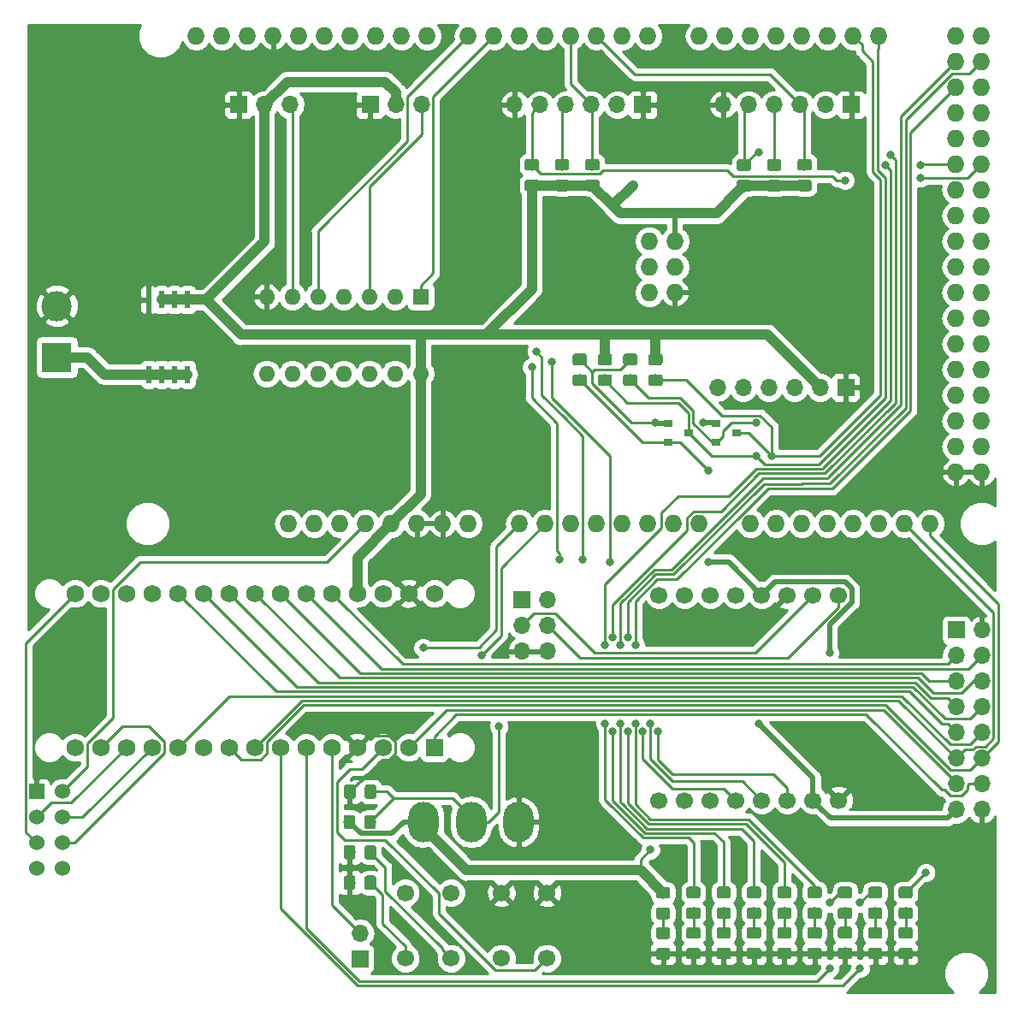
<source format=gbr>
G04 #@! TF.GenerationSoftware,KiCad,Pcbnew,(5.0.0)*
G04 #@! TF.CreationDate,2019-08-08T11:35:40+10:00*
G04 #@! TF.ProjectId,couchmobile-electrical,636F7563686D6F62696C652D656C6563,rev?*
G04 #@! TF.SameCoordinates,Original*
G04 #@! TF.FileFunction,Copper,L1,Top,Signal*
G04 #@! TF.FilePolarity,Positive*
%FSLAX46Y46*%
G04 Gerber Fmt 4.6, Leading zero omitted, Abs format (unit mm)*
G04 Created by KiCad (PCBNEW (5.0.0)) date 08/08/19 11:35:40*
%MOMM*%
%LPD*%
G01*
G04 APERTURE LIST*
G04 #@! TA.AperFunction,ComponentPad*
%ADD10C,1.700000*%
G04 #@! TD*
G04 #@! TA.AperFunction,Conductor*
%ADD11C,0.100000*%
G04 #@! TD*
G04 #@! TA.AperFunction,SMDPad,CuDef*
%ADD12C,1.150000*%
G04 #@! TD*
G04 #@! TA.AperFunction,ComponentPad*
%ADD13R,3.000000X3.000000*%
G04 #@! TD*
G04 #@! TA.AperFunction,ComponentPad*
%ADD14C,3.000000*%
G04 #@! TD*
G04 #@! TA.AperFunction,ComponentPad*
%ADD15R,1.700000X1.700000*%
G04 #@! TD*
G04 #@! TA.AperFunction,ComponentPad*
%ADD16O,1.700000X1.700000*%
G04 #@! TD*
G04 #@! TA.AperFunction,ComponentPad*
%ADD17O,3.000000X4.000000*%
G04 #@! TD*
G04 #@! TA.AperFunction,ComponentPad*
%ADD18R,1.524000X1.524000*%
G04 #@! TD*
G04 #@! TA.AperFunction,ComponentPad*
%ADD19C,1.524000*%
G04 #@! TD*
G04 #@! TA.AperFunction,ComponentPad*
%ADD20R,1.600000X1.600000*%
G04 #@! TD*
G04 #@! TA.AperFunction,ComponentPad*
%ADD21O,1.600000X1.600000*%
G04 #@! TD*
G04 #@! TA.AperFunction,ComponentPad*
%ADD22C,1.727200*%
G04 #@! TD*
G04 #@! TA.AperFunction,ComponentPad*
%ADD23R,1.727200X1.727200*%
G04 #@! TD*
G04 #@! TA.AperFunction,ComponentPad*
%ADD24O,1.727200X1.727200*%
G04 #@! TD*
G04 #@! TA.AperFunction,SMDPad,CuDef*
%ADD25R,0.550000X1.750000*%
G04 #@! TD*
G04 #@! TA.AperFunction,SMDPad,CuDef*
%ADD26R,0.900000X0.800000*%
G04 #@! TD*
G04 #@! TA.AperFunction,ViaPad*
%ADD27C,0.800000*%
G04 #@! TD*
G04 #@! TA.AperFunction,Conductor*
%ADD28C,0.250000*%
G04 #@! TD*
G04 #@! TA.AperFunction,Conductor*
%ADD29C,1.000000*%
G04 #@! TD*
G04 #@! TA.AperFunction,Conductor*
%ADD30C,0.500000*%
G04 #@! TD*
G04 #@! TA.AperFunction,Conductor*
%ADD31C,0.254000*%
G04 #@! TD*
G04 APERTURE END LIST*
D10*
G04 #@! TO.P,U2,0*
G04 #@! TO.N,Net-(J6-Pad4)*
X102380000Y-78540000D03*
G04 #@! TO.P,U2,1*
G04 #@! TO.N,Net-(J6-Pad3)*
X99840000Y-78540000D03*
G04 #@! TO.P,U2,2*
G04 #@! TO.N,GND*
X97300000Y-78540000D03*
G04 #@! TO.P,U2,3*
G04 #@! TO.N,+3V3*
X94760000Y-78540000D03*
G04 #@! TO.P,U2,4*
G04 #@! TO.N,/SDA_3V3*
X92220000Y-78540000D03*
G04 #@! TO.P,U2,5*
G04 #@! TO.N,/SCL_3V3*
X89680000Y-78540000D03*
G04 #@! TO.P,U2,6*
G04 #@! TO.N,/IMU_RESET*
X87140000Y-78540000D03*
G04 #@! TO.P,U2,7*
G04 #@! TO.N,N/C*
X84600000Y-78540000D03*
G04 #@! TO.P,U2,8*
G04 #@! TO.N,GND*
X102380000Y-98860000D03*
G04 #@! TO.P,U2,9*
G04 #@! TO.N,+3V3*
X99840000Y-98860000D03*
G04 #@! TO.P,U2,12*
G04 #@! TO.N,/MOSI*
X92220000Y-98860000D03*
G04 #@! TO.P,U2,10*
G04 #@! TO.N,/SCK*
X97300000Y-98860000D03*
G04 #@! TO.P,U2,15*
G04 #@! TO.N,/IMU_RESET*
X84600000Y-98860000D03*
G04 #@! TO.P,U2,11*
G04 #@! TO.N,/MISO*
X94760000Y-98860000D03*
G04 #@! TO.P,U2,14*
G04 #@! TO.N,/IMU_WAKE*
X87140000Y-98860000D03*
G04 #@! TO.P,U2,13*
G04 #@! TO.N,/IMU_CS*
X89680000Y-98860000D03*
G04 #@! TD*
D11*
G04 #@! TO.N,Net-(D1-Pad1)*
G04 #@! TO.C,D1*
G36*
X85474505Y-109476204D02*
X85498773Y-109479804D01*
X85522572Y-109485765D01*
X85545671Y-109494030D01*
X85567850Y-109504520D01*
X85588893Y-109517132D01*
X85608599Y-109531747D01*
X85626777Y-109548223D01*
X85643253Y-109566401D01*
X85657868Y-109586107D01*
X85670480Y-109607150D01*
X85680970Y-109629329D01*
X85689235Y-109652428D01*
X85695196Y-109676227D01*
X85698796Y-109700495D01*
X85700000Y-109724999D01*
X85700000Y-110375001D01*
X85698796Y-110399505D01*
X85695196Y-110423773D01*
X85689235Y-110447572D01*
X85680970Y-110470671D01*
X85670480Y-110492850D01*
X85657868Y-110513893D01*
X85643253Y-110533599D01*
X85626777Y-110551777D01*
X85608599Y-110568253D01*
X85588893Y-110582868D01*
X85567850Y-110595480D01*
X85545671Y-110605970D01*
X85522572Y-110614235D01*
X85498773Y-110620196D01*
X85474505Y-110623796D01*
X85450001Y-110625000D01*
X84549999Y-110625000D01*
X84525495Y-110623796D01*
X84501227Y-110620196D01*
X84477428Y-110614235D01*
X84454329Y-110605970D01*
X84432150Y-110595480D01*
X84411107Y-110582868D01*
X84391401Y-110568253D01*
X84373223Y-110551777D01*
X84356747Y-110533599D01*
X84342132Y-110513893D01*
X84329520Y-110492850D01*
X84319030Y-110470671D01*
X84310765Y-110447572D01*
X84304804Y-110423773D01*
X84301204Y-110399505D01*
X84300000Y-110375001D01*
X84300000Y-109724999D01*
X84301204Y-109700495D01*
X84304804Y-109676227D01*
X84310765Y-109652428D01*
X84319030Y-109629329D01*
X84329520Y-109607150D01*
X84342132Y-109586107D01*
X84356747Y-109566401D01*
X84373223Y-109548223D01*
X84391401Y-109531747D01*
X84411107Y-109517132D01*
X84432150Y-109504520D01*
X84454329Y-109494030D01*
X84477428Y-109485765D01*
X84501227Y-109479804D01*
X84525495Y-109476204D01*
X84549999Y-109475000D01*
X85450001Y-109475000D01*
X85474505Y-109476204D01*
X85474505Y-109476204D01*
G37*
D12*
G04 #@! TD*
G04 #@! TO.P,D1,1*
G04 #@! TO.N,Net-(D1-Pad1)*
X85000000Y-110050000D03*
D11*
G04 #@! TO.N,+5V*
G04 #@! TO.C,D1*
G36*
X85474505Y-107426204D02*
X85498773Y-107429804D01*
X85522572Y-107435765D01*
X85545671Y-107444030D01*
X85567850Y-107454520D01*
X85588893Y-107467132D01*
X85608599Y-107481747D01*
X85626777Y-107498223D01*
X85643253Y-107516401D01*
X85657868Y-107536107D01*
X85670480Y-107557150D01*
X85680970Y-107579329D01*
X85689235Y-107602428D01*
X85695196Y-107626227D01*
X85698796Y-107650495D01*
X85700000Y-107674999D01*
X85700000Y-108325001D01*
X85698796Y-108349505D01*
X85695196Y-108373773D01*
X85689235Y-108397572D01*
X85680970Y-108420671D01*
X85670480Y-108442850D01*
X85657868Y-108463893D01*
X85643253Y-108483599D01*
X85626777Y-108501777D01*
X85608599Y-108518253D01*
X85588893Y-108532868D01*
X85567850Y-108545480D01*
X85545671Y-108555970D01*
X85522572Y-108564235D01*
X85498773Y-108570196D01*
X85474505Y-108573796D01*
X85450001Y-108575000D01*
X84549999Y-108575000D01*
X84525495Y-108573796D01*
X84501227Y-108570196D01*
X84477428Y-108564235D01*
X84454329Y-108555970D01*
X84432150Y-108545480D01*
X84411107Y-108532868D01*
X84391401Y-108518253D01*
X84373223Y-108501777D01*
X84356747Y-108483599D01*
X84342132Y-108463893D01*
X84329520Y-108442850D01*
X84319030Y-108420671D01*
X84310765Y-108397572D01*
X84304804Y-108373773D01*
X84301204Y-108349505D01*
X84300000Y-108325001D01*
X84300000Y-107674999D01*
X84301204Y-107650495D01*
X84304804Y-107626227D01*
X84310765Y-107602428D01*
X84319030Y-107579329D01*
X84329520Y-107557150D01*
X84342132Y-107536107D01*
X84356747Y-107516401D01*
X84373223Y-107498223D01*
X84391401Y-107481747D01*
X84411107Y-107467132D01*
X84432150Y-107454520D01*
X84454329Y-107444030D01*
X84477428Y-107435765D01*
X84501227Y-107429804D01*
X84525495Y-107426204D01*
X84549999Y-107425000D01*
X85450001Y-107425000D01*
X85474505Y-107426204D01*
X85474505Y-107426204D01*
G37*
D12*
G04 #@! TD*
G04 #@! TO.P,D1,2*
G04 #@! TO.N,+5V*
X85000000Y-108000000D03*
D11*
G04 #@! TO.N,/STATUS_M1*
G04 #@! TO.C,D2*
G36*
X88474505Y-107401204D02*
X88498773Y-107404804D01*
X88522572Y-107410765D01*
X88545671Y-107419030D01*
X88567850Y-107429520D01*
X88588893Y-107442132D01*
X88608599Y-107456747D01*
X88626777Y-107473223D01*
X88643253Y-107491401D01*
X88657868Y-107511107D01*
X88670480Y-107532150D01*
X88680970Y-107554329D01*
X88689235Y-107577428D01*
X88695196Y-107601227D01*
X88698796Y-107625495D01*
X88700000Y-107649999D01*
X88700000Y-108300001D01*
X88698796Y-108324505D01*
X88695196Y-108348773D01*
X88689235Y-108372572D01*
X88680970Y-108395671D01*
X88670480Y-108417850D01*
X88657868Y-108438893D01*
X88643253Y-108458599D01*
X88626777Y-108476777D01*
X88608599Y-108493253D01*
X88588893Y-108507868D01*
X88567850Y-108520480D01*
X88545671Y-108530970D01*
X88522572Y-108539235D01*
X88498773Y-108545196D01*
X88474505Y-108548796D01*
X88450001Y-108550000D01*
X87549999Y-108550000D01*
X87525495Y-108548796D01*
X87501227Y-108545196D01*
X87477428Y-108539235D01*
X87454329Y-108530970D01*
X87432150Y-108520480D01*
X87411107Y-108507868D01*
X87391401Y-108493253D01*
X87373223Y-108476777D01*
X87356747Y-108458599D01*
X87342132Y-108438893D01*
X87329520Y-108417850D01*
X87319030Y-108395671D01*
X87310765Y-108372572D01*
X87304804Y-108348773D01*
X87301204Y-108324505D01*
X87300000Y-108300001D01*
X87300000Y-107649999D01*
X87301204Y-107625495D01*
X87304804Y-107601227D01*
X87310765Y-107577428D01*
X87319030Y-107554329D01*
X87329520Y-107532150D01*
X87342132Y-107511107D01*
X87356747Y-107491401D01*
X87373223Y-107473223D01*
X87391401Y-107456747D01*
X87411107Y-107442132D01*
X87432150Y-107429520D01*
X87454329Y-107419030D01*
X87477428Y-107410765D01*
X87501227Y-107404804D01*
X87525495Y-107401204D01*
X87549999Y-107400000D01*
X88450001Y-107400000D01*
X88474505Y-107401204D01*
X88474505Y-107401204D01*
G37*
D12*
G04 #@! TD*
G04 #@! TO.P,D2,2*
G04 #@! TO.N,/STATUS_M1*
X88000000Y-107975000D03*
D11*
G04 #@! TO.N,Net-(D2-Pad1)*
G04 #@! TO.C,D2*
G36*
X88474505Y-109451204D02*
X88498773Y-109454804D01*
X88522572Y-109460765D01*
X88545671Y-109469030D01*
X88567850Y-109479520D01*
X88588893Y-109492132D01*
X88608599Y-109506747D01*
X88626777Y-109523223D01*
X88643253Y-109541401D01*
X88657868Y-109561107D01*
X88670480Y-109582150D01*
X88680970Y-109604329D01*
X88689235Y-109627428D01*
X88695196Y-109651227D01*
X88698796Y-109675495D01*
X88700000Y-109699999D01*
X88700000Y-110350001D01*
X88698796Y-110374505D01*
X88695196Y-110398773D01*
X88689235Y-110422572D01*
X88680970Y-110445671D01*
X88670480Y-110467850D01*
X88657868Y-110488893D01*
X88643253Y-110508599D01*
X88626777Y-110526777D01*
X88608599Y-110543253D01*
X88588893Y-110557868D01*
X88567850Y-110570480D01*
X88545671Y-110580970D01*
X88522572Y-110589235D01*
X88498773Y-110595196D01*
X88474505Y-110598796D01*
X88450001Y-110600000D01*
X87549999Y-110600000D01*
X87525495Y-110598796D01*
X87501227Y-110595196D01*
X87477428Y-110589235D01*
X87454329Y-110580970D01*
X87432150Y-110570480D01*
X87411107Y-110557868D01*
X87391401Y-110543253D01*
X87373223Y-110526777D01*
X87356747Y-110508599D01*
X87342132Y-110488893D01*
X87329520Y-110467850D01*
X87319030Y-110445671D01*
X87310765Y-110422572D01*
X87304804Y-110398773D01*
X87301204Y-110374505D01*
X87300000Y-110350001D01*
X87300000Y-109699999D01*
X87301204Y-109675495D01*
X87304804Y-109651227D01*
X87310765Y-109627428D01*
X87319030Y-109604329D01*
X87329520Y-109582150D01*
X87342132Y-109561107D01*
X87356747Y-109541401D01*
X87373223Y-109523223D01*
X87391401Y-109506747D01*
X87411107Y-109492132D01*
X87432150Y-109479520D01*
X87454329Y-109469030D01*
X87477428Y-109460765D01*
X87501227Y-109454804D01*
X87525495Y-109451204D01*
X87549999Y-109450000D01*
X88450001Y-109450000D01*
X88474505Y-109451204D01*
X88474505Y-109451204D01*
G37*
D12*
G04 #@! TD*
G04 #@! TO.P,D2,1*
G04 #@! TO.N,Net-(D2-Pad1)*
X88000000Y-110025000D03*
D11*
G04 #@! TO.N,Net-(D3-Pad1)*
G04 #@! TO.C,D3*
G36*
X91474505Y-109451204D02*
X91498773Y-109454804D01*
X91522572Y-109460765D01*
X91545671Y-109469030D01*
X91567850Y-109479520D01*
X91588893Y-109492132D01*
X91608599Y-109506747D01*
X91626777Y-109523223D01*
X91643253Y-109541401D01*
X91657868Y-109561107D01*
X91670480Y-109582150D01*
X91680970Y-109604329D01*
X91689235Y-109627428D01*
X91695196Y-109651227D01*
X91698796Y-109675495D01*
X91700000Y-109699999D01*
X91700000Y-110350001D01*
X91698796Y-110374505D01*
X91695196Y-110398773D01*
X91689235Y-110422572D01*
X91680970Y-110445671D01*
X91670480Y-110467850D01*
X91657868Y-110488893D01*
X91643253Y-110508599D01*
X91626777Y-110526777D01*
X91608599Y-110543253D01*
X91588893Y-110557868D01*
X91567850Y-110570480D01*
X91545671Y-110580970D01*
X91522572Y-110589235D01*
X91498773Y-110595196D01*
X91474505Y-110598796D01*
X91450001Y-110600000D01*
X90549999Y-110600000D01*
X90525495Y-110598796D01*
X90501227Y-110595196D01*
X90477428Y-110589235D01*
X90454329Y-110580970D01*
X90432150Y-110570480D01*
X90411107Y-110557868D01*
X90391401Y-110543253D01*
X90373223Y-110526777D01*
X90356747Y-110508599D01*
X90342132Y-110488893D01*
X90329520Y-110467850D01*
X90319030Y-110445671D01*
X90310765Y-110422572D01*
X90304804Y-110398773D01*
X90301204Y-110374505D01*
X90300000Y-110350001D01*
X90300000Y-109699999D01*
X90301204Y-109675495D01*
X90304804Y-109651227D01*
X90310765Y-109627428D01*
X90319030Y-109604329D01*
X90329520Y-109582150D01*
X90342132Y-109561107D01*
X90356747Y-109541401D01*
X90373223Y-109523223D01*
X90391401Y-109506747D01*
X90411107Y-109492132D01*
X90432150Y-109479520D01*
X90454329Y-109469030D01*
X90477428Y-109460765D01*
X90501227Y-109454804D01*
X90525495Y-109451204D01*
X90549999Y-109450000D01*
X91450001Y-109450000D01*
X91474505Y-109451204D01*
X91474505Y-109451204D01*
G37*
D12*
G04 #@! TD*
G04 #@! TO.P,D3,1*
G04 #@! TO.N,Net-(D3-Pad1)*
X91000000Y-110025000D03*
D11*
G04 #@! TO.N,/STATUS_M2*
G04 #@! TO.C,D3*
G36*
X91474505Y-107401204D02*
X91498773Y-107404804D01*
X91522572Y-107410765D01*
X91545671Y-107419030D01*
X91567850Y-107429520D01*
X91588893Y-107442132D01*
X91608599Y-107456747D01*
X91626777Y-107473223D01*
X91643253Y-107491401D01*
X91657868Y-107511107D01*
X91670480Y-107532150D01*
X91680970Y-107554329D01*
X91689235Y-107577428D01*
X91695196Y-107601227D01*
X91698796Y-107625495D01*
X91700000Y-107649999D01*
X91700000Y-108300001D01*
X91698796Y-108324505D01*
X91695196Y-108348773D01*
X91689235Y-108372572D01*
X91680970Y-108395671D01*
X91670480Y-108417850D01*
X91657868Y-108438893D01*
X91643253Y-108458599D01*
X91626777Y-108476777D01*
X91608599Y-108493253D01*
X91588893Y-108507868D01*
X91567850Y-108520480D01*
X91545671Y-108530970D01*
X91522572Y-108539235D01*
X91498773Y-108545196D01*
X91474505Y-108548796D01*
X91450001Y-108550000D01*
X90549999Y-108550000D01*
X90525495Y-108548796D01*
X90501227Y-108545196D01*
X90477428Y-108539235D01*
X90454329Y-108530970D01*
X90432150Y-108520480D01*
X90411107Y-108507868D01*
X90391401Y-108493253D01*
X90373223Y-108476777D01*
X90356747Y-108458599D01*
X90342132Y-108438893D01*
X90329520Y-108417850D01*
X90319030Y-108395671D01*
X90310765Y-108372572D01*
X90304804Y-108348773D01*
X90301204Y-108324505D01*
X90300000Y-108300001D01*
X90300000Y-107649999D01*
X90301204Y-107625495D01*
X90304804Y-107601227D01*
X90310765Y-107577428D01*
X90319030Y-107554329D01*
X90329520Y-107532150D01*
X90342132Y-107511107D01*
X90356747Y-107491401D01*
X90373223Y-107473223D01*
X90391401Y-107456747D01*
X90411107Y-107442132D01*
X90432150Y-107429520D01*
X90454329Y-107419030D01*
X90477428Y-107410765D01*
X90501227Y-107404804D01*
X90525495Y-107401204D01*
X90549999Y-107400000D01*
X91450001Y-107400000D01*
X91474505Y-107401204D01*
X91474505Y-107401204D01*
G37*
D12*
G04 #@! TD*
G04 #@! TO.P,D3,2*
G04 #@! TO.N,/STATUS_M2*
X91000000Y-107975000D03*
D11*
G04 #@! TO.N,Net-(D4-Pad1)*
G04 #@! TO.C,D4*
G36*
X94474505Y-109451204D02*
X94498773Y-109454804D01*
X94522572Y-109460765D01*
X94545671Y-109469030D01*
X94567850Y-109479520D01*
X94588893Y-109492132D01*
X94608599Y-109506747D01*
X94626777Y-109523223D01*
X94643253Y-109541401D01*
X94657868Y-109561107D01*
X94670480Y-109582150D01*
X94680970Y-109604329D01*
X94689235Y-109627428D01*
X94695196Y-109651227D01*
X94698796Y-109675495D01*
X94700000Y-109699999D01*
X94700000Y-110350001D01*
X94698796Y-110374505D01*
X94695196Y-110398773D01*
X94689235Y-110422572D01*
X94680970Y-110445671D01*
X94670480Y-110467850D01*
X94657868Y-110488893D01*
X94643253Y-110508599D01*
X94626777Y-110526777D01*
X94608599Y-110543253D01*
X94588893Y-110557868D01*
X94567850Y-110570480D01*
X94545671Y-110580970D01*
X94522572Y-110589235D01*
X94498773Y-110595196D01*
X94474505Y-110598796D01*
X94450001Y-110600000D01*
X93549999Y-110600000D01*
X93525495Y-110598796D01*
X93501227Y-110595196D01*
X93477428Y-110589235D01*
X93454329Y-110580970D01*
X93432150Y-110570480D01*
X93411107Y-110557868D01*
X93391401Y-110543253D01*
X93373223Y-110526777D01*
X93356747Y-110508599D01*
X93342132Y-110488893D01*
X93329520Y-110467850D01*
X93319030Y-110445671D01*
X93310765Y-110422572D01*
X93304804Y-110398773D01*
X93301204Y-110374505D01*
X93300000Y-110350001D01*
X93300000Y-109699999D01*
X93301204Y-109675495D01*
X93304804Y-109651227D01*
X93310765Y-109627428D01*
X93319030Y-109604329D01*
X93329520Y-109582150D01*
X93342132Y-109561107D01*
X93356747Y-109541401D01*
X93373223Y-109523223D01*
X93391401Y-109506747D01*
X93411107Y-109492132D01*
X93432150Y-109479520D01*
X93454329Y-109469030D01*
X93477428Y-109460765D01*
X93501227Y-109454804D01*
X93525495Y-109451204D01*
X93549999Y-109450000D01*
X94450001Y-109450000D01*
X94474505Y-109451204D01*
X94474505Y-109451204D01*
G37*
D12*
G04 #@! TD*
G04 #@! TO.P,D4,1*
G04 #@! TO.N,Net-(D4-Pad1)*
X94000000Y-110025000D03*
D11*
G04 #@! TO.N,/STATUS_SERIAL*
G04 #@! TO.C,D4*
G36*
X94474505Y-107401204D02*
X94498773Y-107404804D01*
X94522572Y-107410765D01*
X94545671Y-107419030D01*
X94567850Y-107429520D01*
X94588893Y-107442132D01*
X94608599Y-107456747D01*
X94626777Y-107473223D01*
X94643253Y-107491401D01*
X94657868Y-107511107D01*
X94670480Y-107532150D01*
X94680970Y-107554329D01*
X94689235Y-107577428D01*
X94695196Y-107601227D01*
X94698796Y-107625495D01*
X94700000Y-107649999D01*
X94700000Y-108300001D01*
X94698796Y-108324505D01*
X94695196Y-108348773D01*
X94689235Y-108372572D01*
X94680970Y-108395671D01*
X94670480Y-108417850D01*
X94657868Y-108438893D01*
X94643253Y-108458599D01*
X94626777Y-108476777D01*
X94608599Y-108493253D01*
X94588893Y-108507868D01*
X94567850Y-108520480D01*
X94545671Y-108530970D01*
X94522572Y-108539235D01*
X94498773Y-108545196D01*
X94474505Y-108548796D01*
X94450001Y-108550000D01*
X93549999Y-108550000D01*
X93525495Y-108548796D01*
X93501227Y-108545196D01*
X93477428Y-108539235D01*
X93454329Y-108530970D01*
X93432150Y-108520480D01*
X93411107Y-108507868D01*
X93391401Y-108493253D01*
X93373223Y-108476777D01*
X93356747Y-108458599D01*
X93342132Y-108438893D01*
X93329520Y-108417850D01*
X93319030Y-108395671D01*
X93310765Y-108372572D01*
X93304804Y-108348773D01*
X93301204Y-108324505D01*
X93300000Y-108300001D01*
X93300000Y-107649999D01*
X93301204Y-107625495D01*
X93304804Y-107601227D01*
X93310765Y-107577428D01*
X93319030Y-107554329D01*
X93329520Y-107532150D01*
X93342132Y-107511107D01*
X93356747Y-107491401D01*
X93373223Y-107473223D01*
X93391401Y-107456747D01*
X93411107Y-107442132D01*
X93432150Y-107429520D01*
X93454329Y-107419030D01*
X93477428Y-107410765D01*
X93501227Y-107404804D01*
X93525495Y-107401204D01*
X93549999Y-107400000D01*
X94450001Y-107400000D01*
X94474505Y-107401204D01*
X94474505Y-107401204D01*
G37*
D12*
G04 #@! TD*
G04 #@! TO.P,D4,2*
G04 #@! TO.N,/STATUS_SERIAL*
X94000000Y-107975000D03*
D11*
G04 #@! TO.N,/STATUS_IMU*
G04 #@! TO.C,D5*
G36*
X97474505Y-107401204D02*
X97498773Y-107404804D01*
X97522572Y-107410765D01*
X97545671Y-107419030D01*
X97567850Y-107429520D01*
X97588893Y-107442132D01*
X97608599Y-107456747D01*
X97626777Y-107473223D01*
X97643253Y-107491401D01*
X97657868Y-107511107D01*
X97670480Y-107532150D01*
X97680970Y-107554329D01*
X97689235Y-107577428D01*
X97695196Y-107601227D01*
X97698796Y-107625495D01*
X97700000Y-107649999D01*
X97700000Y-108300001D01*
X97698796Y-108324505D01*
X97695196Y-108348773D01*
X97689235Y-108372572D01*
X97680970Y-108395671D01*
X97670480Y-108417850D01*
X97657868Y-108438893D01*
X97643253Y-108458599D01*
X97626777Y-108476777D01*
X97608599Y-108493253D01*
X97588893Y-108507868D01*
X97567850Y-108520480D01*
X97545671Y-108530970D01*
X97522572Y-108539235D01*
X97498773Y-108545196D01*
X97474505Y-108548796D01*
X97450001Y-108550000D01*
X96549999Y-108550000D01*
X96525495Y-108548796D01*
X96501227Y-108545196D01*
X96477428Y-108539235D01*
X96454329Y-108530970D01*
X96432150Y-108520480D01*
X96411107Y-108507868D01*
X96391401Y-108493253D01*
X96373223Y-108476777D01*
X96356747Y-108458599D01*
X96342132Y-108438893D01*
X96329520Y-108417850D01*
X96319030Y-108395671D01*
X96310765Y-108372572D01*
X96304804Y-108348773D01*
X96301204Y-108324505D01*
X96300000Y-108300001D01*
X96300000Y-107649999D01*
X96301204Y-107625495D01*
X96304804Y-107601227D01*
X96310765Y-107577428D01*
X96319030Y-107554329D01*
X96329520Y-107532150D01*
X96342132Y-107511107D01*
X96356747Y-107491401D01*
X96373223Y-107473223D01*
X96391401Y-107456747D01*
X96411107Y-107442132D01*
X96432150Y-107429520D01*
X96454329Y-107419030D01*
X96477428Y-107410765D01*
X96501227Y-107404804D01*
X96525495Y-107401204D01*
X96549999Y-107400000D01*
X97450001Y-107400000D01*
X97474505Y-107401204D01*
X97474505Y-107401204D01*
G37*
D12*
G04 #@! TD*
G04 #@! TO.P,D5,2*
G04 #@! TO.N,/STATUS_IMU*
X97000000Y-107975000D03*
D11*
G04 #@! TO.N,Net-(D5-Pad1)*
G04 #@! TO.C,D5*
G36*
X97474505Y-109451204D02*
X97498773Y-109454804D01*
X97522572Y-109460765D01*
X97545671Y-109469030D01*
X97567850Y-109479520D01*
X97588893Y-109492132D01*
X97608599Y-109506747D01*
X97626777Y-109523223D01*
X97643253Y-109541401D01*
X97657868Y-109561107D01*
X97670480Y-109582150D01*
X97680970Y-109604329D01*
X97689235Y-109627428D01*
X97695196Y-109651227D01*
X97698796Y-109675495D01*
X97700000Y-109699999D01*
X97700000Y-110350001D01*
X97698796Y-110374505D01*
X97695196Y-110398773D01*
X97689235Y-110422572D01*
X97680970Y-110445671D01*
X97670480Y-110467850D01*
X97657868Y-110488893D01*
X97643253Y-110508599D01*
X97626777Y-110526777D01*
X97608599Y-110543253D01*
X97588893Y-110557868D01*
X97567850Y-110570480D01*
X97545671Y-110580970D01*
X97522572Y-110589235D01*
X97498773Y-110595196D01*
X97474505Y-110598796D01*
X97450001Y-110600000D01*
X96549999Y-110600000D01*
X96525495Y-110598796D01*
X96501227Y-110595196D01*
X96477428Y-110589235D01*
X96454329Y-110580970D01*
X96432150Y-110570480D01*
X96411107Y-110557868D01*
X96391401Y-110543253D01*
X96373223Y-110526777D01*
X96356747Y-110508599D01*
X96342132Y-110488893D01*
X96329520Y-110467850D01*
X96319030Y-110445671D01*
X96310765Y-110422572D01*
X96304804Y-110398773D01*
X96301204Y-110374505D01*
X96300000Y-110350001D01*
X96300000Y-109699999D01*
X96301204Y-109675495D01*
X96304804Y-109651227D01*
X96310765Y-109627428D01*
X96319030Y-109604329D01*
X96329520Y-109582150D01*
X96342132Y-109561107D01*
X96356747Y-109541401D01*
X96373223Y-109523223D01*
X96391401Y-109506747D01*
X96411107Y-109492132D01*
X96432150Y-109479520D01*
X96454329Y-109469030D01*
X96477428Y-109460765D01*
X96501227Y-109454804D01*
X96525495Y-109451204D01*
X96549999Y-109450000D01*
X97450001Y-109450000D01*
X97474505Y-109451204D01*
X97474505Y-109451204D01*
G37*
D12*
G04 #@! TD*
G04 #@! TO.P,D5,1*
G04 #@! TO.N,Net-(D5-Pad1)*
X97000000Y-110025000D03*
D11*
G04 #@! TO.N,Net-(D6-Pad1)*
G04 #@! TO.C,D6*
G36*
X100474505Y-109451204D02*
X100498773Y-109454804D01*
X100522572Y-109460765D01*
X100545671Y-109469030D01*
X100567850Y-109479520D01*
X100588893Y-109492132D01*
X100608599Y-109506747D01*
X100626777Y-109523223D01*
X100643253Y-109541401D01*
X100657868Y-109561107D01*
X100670480Y-109582150D01*
X100680970Y-109604329D01*
X100689235Y-109627428D01*
X100695196Y-109651227D01*
X100698796Y-109675495D01*
X100700000Y-109699999D01*
X100700000Y-110350001D01*
X100698796Y-110374505D01*
X100695196Y-110398773D01*
X100689235Y-110422572D01*
X100680970Y-110445671D01*
X100670480Y-110467850D01*
X100657868Y-110488893D01*
X100643253Y-110508599D01*
X100626777Y-110526777D01*
X100608599Y-110543253D01*
X100588893Y-110557868D01*
X100567850Y-110570480D01*
X100545671Y-110580970D01*
X100522572Y-110589235D01*
X100498773Y-110595196D01*
X100474505Y-110598796D01*
X100450001Y-110600000D01*
X99549999Y-110600000D01*
X99525495Y-110598796D01*
X99501227Y-110595196D01*
X99477428Y-110589235D01*
X99454329Y-110580970D01*
X99432150Y-110570480D01*
X99411107Y-110557868D01*
X99391401Y-110543253D01*
X99373223Y-110526777D01*
X99356747Y-110508599D01*
X99342132Y-110488893D01*
X99329520Y-110467850D01*
X99319030Y-110445671D01*
X99310765Y-110422572D01*
X99304804Y-110398773D01*
X99301204Y-110374505D01*
X99300000Y-110350001D01*
X99300000Y-109699999D01*
X99301204Y-109675495D01*
X99304804Y-109651227D01*
X99310765Y-109627428D01*
X99319030Y-109604329D01*
X99329520Y-109582150D01*
X99342132Y-109561107D01*
X99356747Y-109541401D01*
X99373223Y-109523223D01*
X99391401Y-109506747D01*
X99411107Y-109492132D01*
X99432150Y-109479520D01*
X99454329Y-109469030D01*
X99477428Y-109460765D01*
X99501227Y-109454804D01*
X99525495Y-109451204D01*
X99549999Y-109450000D01*
X100450001Y-109450000D01*
X100474505Y-109451204D01*
X100474505Y-109451204D01*
G37*
D12*
G04 #@! TD*
G04 #@! TO.P,D6,1*
G04 #@! TO.N,Net-(D6-Pad1)*
X100000000Y-110025000D03*
D11*
G04 #@! TO.N,/STATUS_ENC*
G04 #@! TO.C,D6*
G36*
X100474505Y-107401204D02*
X100498773Y-107404804D01*
X100522572Y-107410765D01*
X100545671Y-107419030D01*
X100567850Y-107429520D01*
X100588893Y-107442132D01*
X100608599Y-107456747D01*
X100626777Y-107473223D01*
X100643253Y-107491401D01*
X100657868Y-107511107D01*
X100670480Y-107532150D01*
X100680970Y-107554329D01*
X100689235Y-107577428D01*
X100695196Y-107601227D01*
X100698796Y-107625495D01*
X100700000Y-107649999D01*
X100700000Y-108300001D01*
X100698796Y-108324505D01*
X100695196Y-108348773D01*
X100689235Y-108372572D01*
X100680970Y-108395671D01*
X100670480Y-108417850D01*
X100657868Y-108438893D01*
X100643253Y-108458599D01*
X100626777Y-108476777D01*
X100608599Y-108493253D01*
X100588893Y-108507868D01*
X100567850Y-108520480D01*
X100545671Y-108530970D01*
X100522572Y-108539235D01*
X100498773Y-108545196D01*
X100474505Y-108548796D01*
X100450001Y-108550000D01*
X99549999Y-108550000D01*
X99525495Y-108548796D01*
X99501227Y-108545196D01*
X99477428Y-108539235D01*
X99454329Y-108530970D01*
X99432150Y-108520480D01*
X99411107Y-108507868D01*
X99391401Y-108493253D01*
X99373223Y-108476777D01*
X99356747Y-108458599D01*
X99342132Y-108438893D01*
X99329520Y-108417850D01*
X99319030Y-108395671D01*
X99310765Y-108372572D01*
X99304804Y-108348773D01*
X99301204Y-108324505D01*
X99300000Y-108300001D01*
X99300000Y-107649999D01*
X99301204Y-107625495D01*
X99304804Y-107601227D01*
X99310765Y-107577428D01*
X99319030Y-107554329D01*
X99329520Y-107532150D01*
X99342132Y-107511107D01*
X99356747Y-107491401D01*
X99373223Y-107473223D01*
X99391401Y-107456747D01*
X99411107Y-107442132D01*
X99432150Y-107429520D01*
X99454329Y-107419030D01*
X99477428Y-107410765D01*
X99501227Y-107404804D01*
X99525495Y-107401204D01*
X99549999Y-107400000D01*
X100450001Y-107400000D01*
X100474505Y-107401204D01*
X100474505Y-107401204D01*
G37*
D12*
G04 #@! TD*
G04 #@! TO.P,D6,2*
G04 #@! TO.N,/STATUS_ENC*
X100000000Y-107975000D03*
D11*
G04 #@! TO.N,/ESTOP_RX*
G04 #@! TO.C,D7*
G36*
X103474505Y-107401204D02*
X103498773Y-107404804D01*
X103522572Y-107410765D01*
X103545671Y-107419030D01*
X103567850Y-107429520D01*
X103588893Y-107442132D01*
X103608599Y-107456747D01*
X103626777Y-107473223D01*
X103643253Y-107491401D01*
X103657868Y-107511107D01*
X103670480Y-107532150D01*
X103680970Y-107554329D01*
X103689235Y-107577428D01*
X103695196Y-107601227D01*
X103698796Y-107625495D01*
X103700000Y-107649999D01*
X103700000Y-108300001D01*
X103698796Y-108324505D01*
X103695196Y-108348773D01*
X103689235Y-108372572D01*
X103680970Y-108395671D01*
X103670480Y-108417850D01*
X103657868Y-108438893D01*
X103643253Y-108458599D01*
X103626777Y-108476777D01*
X103608599Y-108493253D01*
X103588893Y-108507868D01*
X103567850Y-108520480D01*
X103545671Y-108530970D01*
X103522572Y-108539235D01*
X103498773Y-108545196D01*
X103474505Y-108548796D01*
X103450001Y-108550000D01*
X102549999Y-108550000D01*
X102525495Y-108548796D01*
X102501227Y-108545196D01*
X102477428Y-108539235D01*
X102454329Y-108530970D01*
X102432150Y-108520480D01*
X102411107Y-108507868D01*
X102391401Y-108493253D01*
X102373223Y-108476777D01*
X102356747Y-108458599D01*
X102342132Y-108438893D01*
X102329520Y-108417850D01*
X102319030Y-108395671D01*
X102310765Y-108372572D01*
X102304804Y-108348773D01*
X102301204Y-108324505D01*
X102300000Y-108300001D01*
X102300000Y-107649999D01*
X102301204Y-107625495D01*
X102304804Y-107601227D01*
X102310765Y-107577428D01*
X102319030Y-107554329D01*
X102329520Y-107532150D01*
X102342132Y-107511107D01*
X102356747Y-107491401D01*
X102373223Y-107473223D01*
X102391401Y-107456747D01*
X102411107Y-107442132D01*
X102432150Y-107429520D01*
X102454329Y-107419030D01*
X102477428Y-107410765D01*
X102501227Y-107404804D01*
X102525495Y-107401204D01*
X102549999Y-107400000D01*
X103450001Y-107400000D01*
X103474505Y-107401204D01*
X103474505Y-107401204D01*
G37*
D12*
G04 #@! TD*
G04 #@! TO.P,D7,2*
G04 #@! TO.N,/ESTOP_RX*
X103000000Y-107975000D03*
D11*
G04 #@! TO.N,Net-(D7-Pad1)*
G04 #@! TO.C,D7*
G36*
X103474505Y-109451204D02*
X103498773Y-109454804D01*
X103522572Y-109460765D01*
X103545671Y-109469030D01*
X103567850Y-109479520D01*
X103588893Y-109492132D01*
X103608599Y-109506747D01*
X103626777Y-109523223D01*
X103643253Y-109541401D01*
X103657868Y-109561107D01*
X103670480Y-109582150D01*
X103680970Y-109604329D01*
X103689235Y-109627428D01*
X103695196Y-109651227D01*
X103698796Y-109675495D01*
X103700000Y-109699999D01*
X103700000Y-110350001D01*
X103698796Y-110374505D01*
X103695196Y-110398773D01*
X103689235Y-110422572D01*
X103680970Y-110445671D01*
X103670480Y-110467850D01*
X103657868Y-110488893D01*
X103643253Y-110508599D01*
X103626777Y-110526777D01*
X103608599Y-110543253D01*
X103588893Y-110557868D01*
X103567850Y-110570480D01*
X103545671Y-110580970D01*
X103522572Y-110589235D01*
X103498773Y-110595196D01*
X103474505Y-110598796D01*
X103450001Y-110600000D01*
X102549999Y-110600000D01*
X102525495Y-110598796D01*
X102501227Y-110595196D01*
X102477428Y-110589235D01*
X102454329Y-110580970D01*
X102432150Y-110570480D01*
X102411107Y-110557868D01*
X102391401Y-110543253D01*
X102373223Y-110526777D01*
X102356747Y-110508599D01*
X102342132Y-110488893D01*
X102329520Y-110467850D01*
X102319030Y-110445671D01*
X102310765Y-110422572D01*
X102304804Y-110398773D01*
X102301204Y-110374505D01*
X102300000Y-110350001D01*
X102300000Y-109699999D01*
X102301204Y-109675495D01*
X102304804Y-109651227D01*
X102310765Y-109627428D01*
X102319030Y-109604329D01*
X102329520Y-109582150D01*
X102342132Y-109561107D01*
X102356747Y-109541401D01*
X102373223Y-109523223D01*
X102391401Y-109506747D01*
X102411107Y-109492132D01*
X102432150Y-109479520D01*
X102454329Y-109469030D01*
X102477428Y-109460765D01*
X102501227Y-109454804D01*
X102525495Y-109451204D01*
X102549999Y-109450000D01*
X103450001Y-109450000D01*
X103474505Y-109451204D01*
X103474505Y-109451204D01*
G37*
D12*
G04 #@! TD*
G04 #@! TO.P,D7,1*
G04 #@! TO.N,Net-(D7-Pad1)*
X103000000Y-110025000D03*
D11*
G04 #@! TO.N,Net-(D8-Pad1)*
G04 #@! TO.C,D8*
G36*
X106474505Y-109451204D02*
X106498773Y-109454804D01*
X106522572Y-109460765D01*
X106545671Y-109469030D01*
X106567850Y-109479520D01*
X106588893Y-109492132D01*
X106608599Y-109506747D01*
X106626777Y-109523223D01*
X106643253Y-109541401D01*
X106657868Y-109561107D01*
X106670480Y-109582150D01*
X106680970Y-109604329D01*
X106689235Y-109627428D01*
X106695196Y-109651227D01*
X106698796Y-109675495D01*
X106700000Y-109699999D01*
X106700000Y-110350001D01*
X106698796Y-110374505D01*
X106695196Y-110398773D01*
X106689235Y-110422572D01*
X106680970Y-110445671D01*
X106670480Y-110467850D01*
X106657868Y-110488893D01*
X106643253Y-110508599D01*
X106626777Y-110526777D01*
X106608599Y-110543253D01*
X106588893Y-110557868D01*
X106567850Y-110570480D01*
X106545671Y-110580970D01*
X106522572Y-110589235D01*
X106498773Y-110595196D01*
X106474505Y-110598796D01*
X106450001Y-110600000D01*
X105549999Y-110600000D01*
X105525495Y-110598796D01*
X105501227Y-110595196D01*
X105477428Y-110589235D01*
X105454329Y-110580970D01*
X105432150Y-110570480D01*
X105411107Y-110557868D01*
X105391401Y-110543253D01*
X105373223Y-110526777D01*
X105356747Y-110508599D01*
X105342132Y-110488893D01*
X105329520Y-110467850D01*
X105319030Y-110445671D01*
X105310765Y-110422572D01*
X105304804Y-110398773D01*
X105301204Y-110374505D01*
X105300000Y-110350001D01*
X105300000Y-109699999D01*
X105301204Y-109675495D01*
X105304804Y-109651227D01*
X105310765Y-109627428D01*
X105319030Y-109604329D01*
X105329520Y-109582150D01*
X105342132Y-109561107D01*
X105356747Y-109541401D01*
X105373223Y-109523223D01*
X105391401Y-109506747D01*
X105411107Y-109492132D01*
X105432150Y-109479520D01*
X105454329Y-109469030D01*
X105477428Y-109460765D01*
X105501227Y-109454804D01*
X105525495Y-109451204D01*
X105549999Y-109450000D01*
X106450001Y-109450000D01*
X106474505Y-109451204D01*
X106474505Y-109451204D01*
G37*
D12*
G04 #@! TD*
G04 #@! TO.P,D8,1*
G04 #@! TO.N,Net-(D8-Pad1)*
X106000000Y-110025000D03*
D11*
G04 #@! TO.N,/ESTOP_EN*
G04 #@! TO.C,D8*
G36*
X106474505Y-107401204D02*
X106498773Y-107404804D01*
X106522572Y-107410765D01*
X106545671Y-107419030D01*
X106567850Y-107429520D01*
X106588893Y-107442132D01*
X106608599Y-107456747D01*
X106626777Y-107473223D01*
X106643253Y-107491401D01*
X106657868Y-107511107D01*
X106670480Y-107532150D01*
X106680970Y-107554329D01*
X106689235Y-107577428D01*
X106695196Y-107601227D01*
X106698796Y-107625495D01*
X106700000Y-107649999D01*
X106700000Y-108300001D01*
X106698796Y-108324505D01*
X106695196Y-108348773D01*
X106689235Y-108372572D01*
X106680970Y-108395671D01*
X106670480Y-108417850D01*
X106657868Y-108438893D01*
X106643253Y-108458599D01*
X106626777Y-108476777D01*
X106608599Y-108493253D01*
X106588893Y-108507868D01*
X106567850Y-108520480D01*
X106545671Y-108530970D01*
X106522572Y-108539235D01*
X106498773Y-108545196D01*
X106474505Y-108548796D01*
X106450001Y-108550000D01*
X105549999Y-108550000D01*
X105525495Y-108548796D01*
X105501227Y-108545196D01*
X105477428Y-108539235D01*
X105454329Y-108530970D01*
X105432150Y-108520480D01*
X105411107Y-108507868D01*
X105391401Y-108493253D01*
X105373223Y-108476777D01*
X105356747Y-108458599D01*
X105342132Y-108438893D01*
X105329520Y-108417850D01*
X105319030Y-108395671D01*
X105310765Y-108372572D01*
X105304804Y-108348773D01*
X105301204Y-108324505D01*
X105300000Y-108300001D01*
X105300000Y-107649999D01*
X105301204Y-107625495D01*
X105304804Y-107601227D01*
X105310765Y-107577428D01*
X105319030Y-107554329D01*
X105329520Y-107532150D01*
X105342132Y-107511107D01*
X105356747Y-107491401D01*
X105373223Y-107473223D01*
X105391401Y-107456747D01*
X105411107Y-107442132D01*
X105432150Y-107429520D01*
X105454329Y-107419030D01*
X105477428Y-107410765D01*
X105501227Y-107404804D01*
X105525495Y-107401204D01*
X105549999Y-107400000D01*
X106450001Y-107400000D01*
X106474505Y-107401204D01*
X106474505Y-107401204D01*
G37*
D12*
G04 #@! TD*
G04 #@! TO.P,D8,2*
G04 #@! TO.N,/ESTOP_EN*
X106000000Y-107975000D03*
D11*
G04 #@! TO.N,/ESTOP_ON*
G04 #@! TO.C,D9*
G36*
X109474505Y-107401204D02*
X109498773Y-107404804D01*
X109522572Y-107410765D01*
X109545671Y-107419030D01*
X109567850Y-107429520D01*
X109588893Y-107442132D01*
X109608599Y-107456747D01*
X109626777Y-107473223D01*
X109643253Y-107491401D01*
X109657868Y-107511107D01*
X109670480Y-107532150D01*
X109680970Y-107554329D01*
X109689235Y-107577428D01*
X109695196Y-107601227D01*
X109698796Y-107625495D01*
X109700000Y-107649999D01*
X109700000Y-108300001D01*
X109698796Y-108324505D01*
X109695196Y-108348773D01*
X109689235Y-108372572D01*
X109680970Y-108395671D01*
X109670480Y-108417850D01*
X109657868Y-108438893D01*
X109643253Y-108458599D01*
X109626777Y-108476777D01*
X109608599Y-108493253D01*
X109588893Y-108507868D01*
X109567850Y-108520480D01*
X109545671Y-108530970D01*
X109522572Y-108539235D01*
X109498773Y-108545196D01*
X109474505Y-108548796D01*
X109450001Y-108550000D01*
X108549999Y-108550000D01*
X108525495Y-108548796D01*
X108501227Y-108545196D01*
X108477428Y-108539235D01*
X108454329Y-108530970D01*
X108432150Y-108520480D01*
X108411107Y-108507868D01*
X108391401Y-108493253D01*
X108373223Y-108476777D01*
X108356747Y-108458599D01*
X108342132Y-108438893D01*
X108329520Y-108417850D01*
X108319030Y-108395671D01*
X108310765Y-108372572D01*
X108304804Y-108348773D01*
X108301204Y-108324505D01*
X108300000Y-108300001D01*
X108300000Y-107649999D01*
X108301204Y-107625495D01*
X108304804Y-107601227D01*
X108310765Y-107577428D01*
X108319030Y-107554329D01*
X108329520Y-107532150D01*
X108342132Y-107511107D01*
X108356747Y-107491401D01*
X108373223Y-107473223D01*
X108391401Y-107456747D01*
X108411107Y-107442132D01*
X108432150Y-107429520D01*
X108454329Y-107419030D01*
X108477428Y-107410765D01*
X108501227Y-107404804D01*
X108525495Y-107401204D01*
X108549999Y-107400000D01*
X109450001Y-107400000D01*
X109474505Y-107401204D01*
X109474505Y-107401204D01*
G37*
D12*
G04 #@! TD*
G04 #@! TO.P,D9,2*
G04 #@! TO.N,/ESTOP_ON*
X109000000Y-107975000D03*
D11*
G04 #@! TO.N,Net-(D9-Pad1)*
G04 #@! TO.C,D9*
G36*
X109474505Y-109451204D02*
X109498773Y-109454804D01*
X109522572Y-109460765D01*
X109545671Y-109469030D01*
X109567850Y-109479520D01*
X109588893Y-109492132D01*
X109608599Y-109506747D01*
X109626777Y-109523223D01*
X109643253Y-109541401D01*
X109657868Y-109561107D01*
X109670480Y-109582150D01*
X109680970Y-109604329D01*
X109689235Y-109627428D01*
X109695196Y-109651227D01*
X109698796Y-109675495D01*
X109700000Y-109699999D01*
X109700000Y-110350001D01*
X109698796Y-110374505D01*
X109695196Y-110398773D01*
X109689235Y-110422572D01*
X109680970Y-110445671D01*
X109670480Y-110467850D01*
X109657868Y-110488893D01*
X109643253Y-110508599D01*
X109626777Y-110526777D01*
X109608599Y-110543253D01*
X109588893Y-110557868D01*
X109567850Y-110570480D01*
X109545671Y-110580970D01*
X109522572Y-110589235D01*
X109498773Y-110595196D01*
X109474505Y-110598796D01*
X109450001Y-110600000D01*
X108549999Y-110600000D01*
X108525495Y-110598796D01*
X108501227Y-110595196D01*
X108477428Y-110589235D01*
X108454329Y-110580970D01*
X108432150Y-110570480D01*
X108411107Y-110557868D01*
X108391401Y-110543253D01*
X108373223Y-110526777D01*
X108356747Y-110508599D01*
X108342132Y-110488893D01*
X108329520Y-110467850D01*
X108319030Y-110445671D01*
X108310765Y-110422572D01*
X108304804Y-110398773D01*
X108301204Y-110374505D01*
X108300000Y-110350001D01*
X108300000Y-109699999D01*
X108301204Y-109675495D01*
X108304804Y-109651227D01*
X108310765Y-109627428D01*
X108319030Y-109604329D01*
X108329520Y-109582150D01*
X108342132Y-109561107D01*
X108356747Y-109541401D01*
X108373223Y-109523223D01*
X108391401Y-109506747D01*
X108411107Y-109492132D01*
X108432150Y-109479520D01*
X108454329Y-109469030D01*
X108477428Y-109460765D01*
X108501227Y-109454804D01*
X108525495Y-109451204D01*
X108549999Y-109450000D01*
X109450001Y-109450000D01*
X109474505Y-109451204D01*
X109474505Y-109451204D01*
G37*
D12*
G04 #@! TD*
G04 #@! TO.P,D9,1*
G04 #@! TO.N,Net-(D9-Pad1)*
X109000000Y-110025000D03*
D13*
G04 #@! TO.P,J1,1*
G04 #@! TO.N,Net-(J1-Pad1)*
X25000000Y-55000000D03*
D14*
G04 #@! TO.P,J1,2*
G04 #@! TO.N,GND*
X25000000Y-49920000D03*
G04 #@! TD*
D15*
G04 #@! TO.P,J2,1*
G04 #@! TO.N,+5V*
X114000000Y-82000000D03*
D16*
G04 #@! TO.P,J2,2*
G04 #@! TO.N,GND*
X116540000Y-82000000D03*
G04 #@! TO.P,J2,3*
G04 #@! TO.N,/NANO_A7*
X114000000Y-84540000D03*
G04 #@! TO.P,J2,4*
G04 #@! TO.N,/NANO_A6*
X116540000Y-84540000D03*
G04 #@! TO.P,J2,5*
G04 #@! TO.N,/NANO_A5*
X114000000Y-87080000D03*
G04 #@! TO.P,J2,6*
G04 #@! TO.N,/NANO_A4*
X116540000Y-87080000D03*
G04 #@! TO.P,J2,7*
G04 #@! TO.N,/NANO_A3*
X114000000Y-89620000D03*
G04 #@! TO.P,J2,8*
G04 #@! TO.N,/NANO_A2*
X116540000Y-89620000D03*
G04 #@! TO.P,J2,9*
G04 #@! TO.N,/NANO_A1*
X114000000Y-92160000D03*
G04 #@! TO.P,J2,10*
G04 #@! TO.N,/NANO_D8*
X116540000Y-92160000D03*
G04 #@! TO.P,J2,11*
G04 #@! TO.N,/ESTOP_ON*
X114000000Y-94700000D03*
G04 #@! TO.P,J2,12*
G04 #@! TO.N,/ESTOP_HS*
X116540000Y-94700000D03*
G04 #@! TO.P,J2,13*
G04 #@! TO.N,/NANO_RX*
X114000000Y-97240000D03*
G04 #@! TO.P,J2,14*
G04 #@! TO.N,/NANO_TX*
X116540000Y-97240000D03*
G04 #@! TO.P,J2,15*
G04 #@! TO.N,+3V3*
X114000000Y-99780000D03*
G04 #@! TO.P,J2,16*
G04 #@! TO.N,GND*
X116540000Y-99780000D03*
G04 #@! TD*
D15*
G04 #@! TO.P,J5,1*
G04 #@! TO.N,/ESTOP_IRQ*
X55000000Y-114540000D03*
D16*
G04 #@! TO.P,J5,2*
G04 #@! TO.N,/NANO_INT0*
X55000000Y-112000000D03*
G04 #@! TD*
D15*
G04 #@! TO.P,J6,1*
G04 #@! TO.N,+3V3*
X71000000Y-79000000D03*
D16*
G04 #@! TO.P,J6,2*
X73540000Y-79000000D03*
G04 #@! TO.P,J6,3*
G04 #@! TO.N,Net-(J6-Pad3)*
X71000000Y-81540000D03*
G04 #@! TO.P,J6,4*
G04 #@! TO.N,Net-(J6-Pad4)*
X73540000Y-81540000D03*
G04 #@! TO.P,J6,5*
G04 #@! TO.N,GND*
X71000000Y-84080000D03*
G04 #@! TO.P,J6,6*
X73540000Y-84080000D03*
G04 #@! TD*
D15*
G04 #@! TO.P,J7,1*
G04 #@! TO.N,GND*
X103080000Y-58000000D03*
D16*
G04 #@! TO.P,J7,2*
G04 #@! TO.N,+5V*
X100540000Y-58000000D03*
G04 #@! TO.P,J7,3*
G04 #@! TO.N,/JOYSTICK_X*
X98000000Y-58000000D03*
G04 #@! TO.P,J7,4*
G04 #@! TO.N,/JOYSTICK_Y*
X95460000Y-58000000D03*
G04 #@! TO.P,J7,5*
G04 #@! TO.N,/JOYSTICK_SW*
X92920000Y-58000000D03*
G04 #@! TO.P,J7,6*
G04 #@! TO.N,N/C*
X90380000Y-58000000D03*
G04 #@! TD*
D15*
G04 #@! TO.P,J8,1*
G04 #@! TO.N,GND*
X103620000Y-30000000D03*
D16*
G04 #@! TO.P,J8,2*
G04 #@! TO.N,+5V*
X101080000Y-30000000D03*
G04 #@! TO.P,J8,3*
G04 #@! TO.N,/EN1_1*
X98540000Y-30000000D03*
G04 #@! TO.P,J8,4*
G04 #@! TO.N,/EN1_2*
X96000000Y-30000000D03*
G04 #@! TO.P,J8,5*
G04 #@! TO.N,/EN1_3*
X93460000Y-30000000D03*
G04 #@! TO.P,J8,6*
G04 #@! TO.N,GND*
X90920000Y-30000000D03*
G04 #@! TD*
G04 #@! TO.P,J9,6*
G04 #@! TO.N,GND*
X70300000Y-30000000D03*
G04 #@! TO.P,J9,5*
G04 #@! TO.N,/EN2_3*
X72840000Y-30000000D03*
G04 #@! TO.P,J9,4*
G04 #@! TO.N,/EN2_2*
X75380000Y-30000000D03*
G04 #@! TO.P,J9,3*
G04 #@! TO.N,/EN2_1*
X77920000Y-30000000D03*
G04 #@! TO.P,J9,2*
G04 #@! TO.N,+5V*
X80460000Y-30000000D03*
D15*
G04 #@! TO.P,J9,1*
G04 #@! TO.N,GND*
X83000000Y-30000000D03*
G04 #@! TD*
D16*
G04 #@! TO.P,J10,3*
G04 #@! TO.N,/M1_OUT*
X61080000Y-30000000D03*
G04 #@! TO.P,J10,2*
G04 #@! TO.N,+5V*
X58540000Y-30000000D03*
D15*
G04 #@! TO.P,J10,1*
G04 #@! TO.N,GND*
X56000000Y-30000000D03*
G04 #@! TD*
G04 #@! TO.P,J11,1*
G04 #@! TO.N,GND*
X43000000Y-30000000D03*
D16*
G04 #@! TO.P,J11,2*
G04 #@! TO.N,+5V*
X45540000Y-30000000D03*
G04 #@! TO.P,J11,3*
G04 #@! TO.N,/M2_OUT*
X48080000Y-30000000D03*
G04 #@! TD*
D11*
G04 #@! TO.N,+5V*
G04 #@! TO.C,R1*
G36*
X54299505Y-100301204D02*
X54323773Y-100304804D01*
X54347572Y-100310765D01*
X54370671Y-100319030D01*
X54392850Y-100329520D01*
X54413893Y-100342132D01*
X54433599Y-100356747D01*
X54451777Y-100373223D01*
X54468253Y-100391401D01*
X54482868Y-100411107D01*
X54495480Y-100432150D01*
X54505970Y-100454329D01*
X54514235Y-100477428D01*
X54520196Y-100501227D01*
X54523796Y-100525495D01*
X54525000Y-100549999D01*
X54525000Y-101450001D01*
X54523796Y-101474505D01*
X54520196Y-101498773D01*
X54514235Y-101522572D01*
X54505970Y-101545671D01*
X54495480Y-101567850D01*
X54482868Y-101588893D01*
X54468253Y-101608599D01*
X54451777Y-101626777D01*
X54433599Y-101643253D01*
X54413893Y-101657868D01*
X54392850Y-101670480D01*
X54370671Y-101680970D01*
X54347572Y-101689235D01*
X54323773Y-101695196D01*
X54299505Y-101698796D01*
X54275001Y-101700000D01*
X53624999Y-101700000D01*
X53600495Y-101698796D01*
X53576227Y-101695196D01*
X53552428Y-101689235D01*
X53529329Y-101680970D01*
X53507150Y-101670480D01*
X53486107Y-101657868D01*
X53466401Y-101643253D01*
X53448223Y-101626777D01*
X53431747Y-101608599D01*
X53417132Y-101588893D01*
X53404520Y-101567850D01*
X53394030Y-101545671D01*
X53385765Y-101522572D01*
X53379804Y-101498773D01*
X53376204Y-101474505D01*
X53375000Y-101450001D01*
X53375000Y-100549999D01*
X53376204Y-100525495D01*
X53379804Y-100501227D01*
X53385765Y-100477428D01*
X53394030Y-100454329D01*
X53404520Y-100432150D01*
X53417132Y-100411107D01*
X53431747Y-100391401D01*
X53448223Y-100373223D01*
X53466401Y-100356747D01*
X53486107Y-100342132D01*
X53507150Y-100329520D01*
X53529329Y-100319030D01*
X53552428Y-100310765D01*
X53576227Y-100304804D01*
X53600495Y-100301204D01*
X53624999Y-100300000D01*
X54275001Y-100300000D01*
X54299505Y-100301204D01*
X54299505Y-100301204D01*
G37*
D12*
G04 #@! TD*
G04 #@! TO.P,R1,1*
G04 #@! TO.N,+5V*
X53950000Y-101000000D03*
D11*
G04 #@! TO.N,/MEGA_SW2*
G04 #@! TO.C,R1*
G36*
X56349505Y-100301204D02*
X56373773Y-100304804D01*
X56397572Y-100310765D01*
X56420671Y-100319030D01*
X56442850Y-100329520D01*
X56463893Y-100342132D01*
X56483599Y-100356747D01*
X56501777Y-100373223D01*
X56518253Y-100391401D01*
X56532868Y-100411107D01*
X56545480Y-100432150D01*
X56555970Y-100454329D01*
X56564235Y-100477428D01*
X56570196Y-100501227D01*
X56573796Y-100525495D01*
X56575000Y-100549999D01*
X56575000Y-101450001D01*
X56573796Y-101474505D01*
X56570196Y-101498773D01*
X56564235Y-101522572D01*
X56555970Y-101545671D01*
X56545480Y-101567850D01*
X56532868Y-101588893D01*
X56518253Y-101608599D01*
X56501777Y-101626777D01*
X56483599Y-101643253D01*
X56463893Y-101657868D01*
X56442850Y-101670480D01*
X56420671Y-101680970D01*
X56397572Y-101689235D01*
X56373773Y-101695196D01*
X56349505Y-101698796D01*
X56325001Y-101700000D01*
X55674999Y-101700000D01*
X55650495Y-101698796D01*
X55626227Y-101695196D01*
X55602428Y-101689235D01*
X55579329Y-101680970D01*
X55557150Y-101670480D01*
X55536107Y-101657868D01*
X55516401Y-101643253D01*
X55498223Y-101626777D01*
X55481747Y-101608599D01*
X55467132Y-101588893D01*
X55454520Y-101567850D01*
X55444030Y-101545671D01*
X55435765Y-101522572D01*
X55429804Y-101498773D01*
X55426204Y-101474505D01*
X55425000Y-101450001D01*
X55425000Y-100549999D01*
X55426204Y-100525495D01*
X55429804Y-100501227D01*
X55435765Y-100477428D01*
X55444030Y-100454329D01*
X55454520Y-100432150D01*
X55467132Y-100411107D01*
X55481747Y-100391401D01*
X55498223Y-100373223D01*
X55516401Y-100356747D01*
X55536107Y-100342132D01*
X55557150Y-100329520D01*
X55579329Y-100319030D01*
X55602428Y-100310765D01*
X55626227Y-100304804D01*
X55650495Y-100301204D01*
X55674999Y-100300000D01*
X56325001Y-100300000D01*
X56349505Y-100301204D01*
X56349505Y-100301204D01*
G37*
D12*
G04 #@! TD*
G04 #@! TO.P,R1,2*
G04 #@! TO.N,/MEGA_SW2*
X56000000Y-101000000D03*
D11*
G04 #@! TO.N,/MEGA_SW2*
G04 #@! TO.C,R2*
G36*
X56399505Y-97301204D02*
X56423773Y-97304804D01*
X56447572Y-97310765D01*
X56470671Y-97319030D01*
X56492850Y-97329520D01*
X56513893Y-97342132D01*
X56533599Y-97356747D01*
X56551777Y-97373223D01*
X56568253Y-97391401D01*
X56582868Y-97411107D01*
X56595480Y-97432150D01*
X56605970Y-97454329D01*
X56614235Y-97477428D01*
X56620196Y-97501227D01*
X56623796Y-97525495D01*
X56625000Y-97549999D01*
X56625000Y-98450001D01*
X56623796Y-98474505D01*
X56620196Y-98498773D01*
X56614235Y-98522572D01*
X56605970Y-98545671D01*
X56595480Y-98567850D01*
X56582868Y-98588893D01*
X56568253Y-98608599D01*
X56551777Y-98626777D01*
X56533599Y-98643253D01*
X56513893Y-98657868D01*
X56492850Y-98670480D01*
X56470671Y-98680970D01*
X56447572Y-98689235D01*
X56423773Y-98695196D01*
X56399505Y-98698796D01*
X56375001Y-98700000D01*
X55724999Y-98700000D01*
X55700495Y-98698796D01*
X55676227Y-98695196D01*
X55652428Y-98689235D01*
X55629329Y-98680970D01*
X55607150Y-98670480D01*
X55586107Y-98657868D01*
X55566401Y-98643253D01*
X55548223Y-98626777D01*
X55531747Y-98608599D01*
X55517132Y-98588893D01*
X55504520Y-98567850D01*
X55494030Y-98545671D01*
X55485765Y-98522572D01*
X55479804Y-98498773D01*
X55476204Y-98474505D01*
X55475000Y-98450001D01*
X55475000Y-97549999D01*
X55476204Y-97525495D01*
X55479804Y-97501227D01*
X55485765Y-97477428D01*
X55494030Y-97454329D01*
X55504520Y-97432150D01*
X55517132Y-97411107D01*
X55531747Y-97391401D01*
X55548223Y-97373223D01*
X55566401Y-97356747D01*
X55586107Y-97342132D01*
X55607150Y-97329520D01*
X55629329Y-97319030D01*
X55652428Y-97310765D01*
X55676227Y-97304804D01*
X55700495Y-97301204D01*
X55724999Y-97300000D01*
X56375001Y-97300000D01*
X56399505Y-97301204D01*
X56399505Y-97301204D01*
G37*
D12*
G04 #@! TD*
G04 #@! TO.P,R2,1*
G04 #@! TO.N,/MEGA_SW2*
X56050000Y-98000000D03*
D11*
G04 #@! TO.N,GND*
G04 #@! TO.C,R2*
G36*
X54349505Y-97301204D02*
X54373773Y-97304804D01*
X54397572Y-97310765D01*
X54420671Y-97319030D01*
X54442850Y-97329520D01*
X54463893Y-97342132D01*
X54483599Y-97356747D01*
X54501777Y-97373223D01*
X54518253Y-97391401D01*
X54532868Y-97411107D01*
X54545480Y-97432150D01*
X54555970Y-97454329D01*
X54564235Y-97477428D01*
X54570196Y-97501227D01*
X54573796Y-97525495D01*
X54575000Y-97549999D01*
X54575000Y-98450001D01*
X54573796Y-98474505D01*
X54570196Y-98498773D01*
X54564235Y-98522572D01*
X54555970Y-98545671D01*
X54545480Y-98567850D01*
X54532868Y-98588893D01*
X54518253Y-98608599D01*
X54501777Y-98626777D01*
X54483599Y-98643253D01*
X54463893Y-98657868D01*
X54442850Y-98670480D01*
X54420671Y-98680970D01*
X54397572Y-98689235D01*
X54373773Y-98695196D01*
X54349505Y-98698796D01*
X54325001Y-98700000D01*
X53674999Y-98700000D01*
X53650495Y-98698796D01*
X53626227Y-98695196D01*
X53602428Y-98689235D01*
X53579329Y-98680970D01*
X53557150Y-98670480D01*
X53536107Y-98657868D01*
X53516401Y-98643253D01*
X53498223Y-98626777D01*
X53481747Y-98608599D01*
X53467132Y-98588893D01*
X53454520Y-98567850D01*
X53444030Y-98545671D01*
X53435765Y-98522572D01*
X53429804Y-98498773D01*
X53426204Y-98474505D01*
X53425000Y-98450001D01*
X53425000Y-97549999D01*
X53426204Y-97525495D01*
X53429804Y-97501227D01*
X53435765Y-97477428D01*
X53444030Y-97454329D01*
X53454520Y-97432150D01*
X53467132Y-97411107D01*
X53481747Y-97391401D01*
X53498223Y-97373223D01*
X53516401Y-97356747D01*
X53536107Y-97342132D01*
X53557150Y-97329520D01*
X53579329Y-97319030D01*
X53602428Y-97310765D01*
X53626227Y-97304804D01*
X53650495Y-97301204D01*
X53674999Y-97300000D01*
X54325001Y-97300000D01*
X54349505Y-97301204D01*
X54349505Y-97301204D01*
G37*
D12*
G04 #@! TD*
G04 #@! TO.P,R2,2*
G04 #@! TO.N,GND*
X54000000Y-98000000D03*
D11*
G04 #@! TO.N,GND*
G04 #@! TO.C,R3*
G36*
X54324505Y-106301204D02*
X54348773Y-106304804D01*
X54372572Y-106310765D01*
X54395671Y-106319030D01*
X54417850Y-106329520D01*
X54438893Y-106342132D01*
X54458599Y-106356747D01*
X54476777Y-106373223D01*
X54493253Y-106391401D01*
X54507868Y-106411107D01*
X54520480Y-106432150D01*
X54530970Y-106454329D01*
X54539235Y-106477428D01*
X54545196Y-106501227D01*
X54548796Y-106525495D01*
X54550000Y-106549999D01*
X54550000Y-107450001D01*
X54548796Y-107474505D01*
X54545196Y-107498773D01*
X54539235Y-107522572D01*
X54530970Y-107545671D01*
X54520480Y-107567850D01*
X54507868Y-107588893D01*
X54493253Y-107608599D01*
X54476777Y-107626777D01*
X54458599Y-107643253D01*
X54438893Y-107657868D01*
X54417850Y-107670480D01*
X54395671Y-107680970D01*
X54372572Y-107689235D01*
X54348773Y-107695196D01*
X54324505Y-107698796D01*
X54300001Y-107700000D01*
X53649999Y-107700000D01*
X53625495Y-107698796D01*
X53601227Y-107695196D01*
X53577428Y-107689235D01*
X53554329Y-107680970D01*
X53532150Y-107670480D01*
X53511107Y-107657868D01*
X53491401Y-107643253D01*
X53473223Y-107626777D01*
X53456747Y-107608599D01*
X53442132Y-107588893D01*
X53429520Y-107567850D01*
X53419030Y-107545671D01*
X53410765Y-107522572D01*
X53404804Y-107498773D01*
X53401204Y-107474505D01*
X53400000Y-107450001D01*
X53400000Y-106549999D01*
X53401204Y-106525495D01*
X53404804Y-106501227D01*
X53410765Y-106477428D01*
X53419030Y-106454329D01*
X53429520Y-106432150D01*
X53442132Y-106411107D01*
X53456747Y-106391401D01*
X53473223Y-106373223D01*
X53491401Y-106356747D01*
X53511107Y-106342132D01*
X53532150Y-106329520D01*
X53554329Y-106319030D01*
X53577428Y-106310765D01*
X53601227Y-106304804D01*
X53625495Y-106301204D01*
X53649999Y-106300000D01*
X54300001Y-106300000D01*
X54324505Y-106301204D01*
X54324505Y-106301204D01*
G37*
D12*
G04 #@! TD*
G04 #@! TO.P,R3,2*
G04 #@! TO.N,GND*
X53975000Y-107000000D03*
D11*
G04 #@! TO.N,/MEGA_SW1*
G04 #@! TO.C,R3*
G36*
X56374505Y-106301204D02*
X56398773Y-106304804D01*
X56422572Y-106310765D01*
X56445671Y-106319030D01*
X56467850Y-106329520D01*
X56488893Y-106342132D01*
X56508599Y-106356747D01*
X56526777Y-106373223D01*
X56543253Y-106391401D01*
X56557868Y-106411107D01*
X56570480Y-106432150D01*
X56580970Y-106454329D01*
X56589235Y-106477428D01*
X56595196Y-106501227D01*
X56598796Y-106525495D01*
X56600000Y-106549999D01*
X56600000Y-107450001D01*
X56598796Y-107474505D01*
X56595196Y-107498773D01*
X56589235Y-107522572D01*
X56580970Y-107545671D01*
X56570480Y-107567850D01*
X56557868Y-107588893D01*
X56543253Y-107608599D01*
X56526777Y-107626777D01*
X56508599Y-107643253D01*
X56488893Y-107657868D01*
X56467850Y-107670480D01*
X56445671Y-107680970D01*
X56422572Y-107689235D01*
X56398773Y-107695196D01*
X56374505Y-107698796D01*
X56350001Y-107700000D01*
X55699999Y-107700000D01*
X55675495Y-107698796D01*
X55651227Y-107695196D01*
X55627428Y-107689235D01*
X55604329Y-107680970D01*
X55582150Y-107670480D01*
X55561107Y-107657868D01*
X55541401Y-107643253D01*
X55523223Y-107626777D01*
X55506747Y-107608599D01*
X55492132Y-107588893D01*
X55479520Y-107567850D01*
X55469030Y-107545671D01*
X55460765Y-107522572D01*
X55454804Y-107498773D01*
X55451204Y-107474505D01*
X55450000Y-107450001D01*
X55450000Y-106549999D01*
X55451204Y-106525495D01*
X55454804Y-106501227D01*
X55460765Y-106477428D01*
X55469030Y-106454329D01*
X55479520Y-106432150D01*
X55492132Y-106411107D01*
X55506747Y-106391401D01*
X55523223Y-106373223D01*
X55541401Y-106356747D01*
X55561107Y-106342132D01*
X55582150Y-106329520D01*
X55604329Y-106319030D01*
X55627428Y-106310765D01*
X55651227Y-106304804D01*
X55675495Y-106301204D01*
X55699999Y-106300000D01*
X56350001Y-106300000D01*
X56374505Y-106301204D01*
X56374505Y-106301204D01*
G37*
D12*
G04 #@! TD*
G04 #@! TO.P,R3,1*
G04 #@! TO.N,/MEGA_SW1*
X56025000Y-107000000D03*
D11*
G04 #@! TO.N,/NANO_SW1*
G04 #@! TO.C,R4*
G36*
X56374505Y-103301204D02*
X56398773Y-103304804D01*
X56422572Y-103310765D01*
X56445671Y-103319030D01*
X56467850Y-103329520D01*
X56488893Y-103342132D01*
X56508599Y-103356747D01*
X56526777Y-103373223D01*
X56543253Y-103391401D01*
X56557868Y-103411107D01*
X56570480Y-103432150D01*
X56580970Y-103454329D01*
X56589235Y-103477428D01*
X56595196Y-103501227D01*
X56598796Y-103525495D01*
X56600000Y-103549999D01*
X56600000Y-104450001D01*
X56598796Y-104474505D01*
X56595196Y-104498773D01*
X56589235Y-104522572D01*
X56580970Y-104545671D01*
X56570480Y-104567850D01*
X56557868Y-104588893D01*
X56543253Y-104608599D01*
X56526777Y-104626777D01*
X56508599Y-104643253D01*
X56488893Y-104657868D01*
X56467850Y-104670480D01*
X56445671Y-104680970D01*
X56422572Y-104689235D01*
X56398773Y-104695196D01*
X56374505Y-104698796D01*
X56350001Y-104700000D01*
X55699999Y-104700000D01*
X55675495Y-104698796D01*
X55651227Y-104695196D01*
X55627428Y-104689235D01*
X55604329Y-104680970D01*
X55582150Y-104670480D01*
X55561107Y-104657868D01*
X55541401Y-104643253D01*
X55523223Y-104626777D01*
X55506747Y-104608599D01*
X55492132Y-104588893D01*
X55479520Y-104567850D01*
X55469030Y-104545671D01*
X55460765Y-104522572D01*
X55454804Y-104498773D01*
X55451204Y-104474505D01*
X55450000Y-104450001D01*
X55450000Y-103549999D01*
X55451204Y-103525495D01*
X55454804Y-103501227D01*
X55460765Y-103477428D01*
X55469030Y-103454329D01*
X55479520Y-103432150D01*
X55492132Y-103411107D01*
X55506747Y-103391401D01*
X55523223Y-103373223D01*
X55541401Y-103356747D01*
X55561107Y-103342132D01*
X55582150Y-103329520D01*
X55604329Y-103319030D01*
X55627428Y-103310765D01*
X55651227Y-103304804D01*
X55675495Y-103301204D01*
X55699999Y-103300000D01*
X56350001Y-103300000D01*
X56374505Y-103301204D01*
X56374505Y-103301204D01*
G37*
D12*
G04 #@! TD*
G04 #@! TO.P,R4,1*
G04 #@! TO.N,/NANO_SW1*
X56025000Y-104000000D03*
D11*
G04 #@! TO.N,GND*
G04 #@! TO.C,R4*
G36*
X54324505Y-103301204D02*
X54348773Y-103304804D01*
X54372572Y-103310765D01*
X54395671Y-103319030D01*
X54417850Y-103329520D01*
X54438893Y-103342132D01*
X54458599Y-103356747D01*
X54476777Y-103373223D01*
X54493253Y-103391401D01*
X54507868Y-103411107D01*
X54520480Y-103432150D01*
X54530970Y-103454329D01*
X54539235Y-103477428D01*
X54545196Y-103501227D01*
X54548796Y-103525495D01*
X54550000Y-103549999D01*
X54550000Y-104450001D01*
X54548796Y-104474505D01*
X54545196Y-104498773D01*
X54539235Y-104522572D01*
X54530970Y-104545671D01*
X54520480Y-104567850D01*
X54507868Y-104588893D01*
X54493253Y-104608599D01*
X54476777Y-104626777D01*
X54458599Y-104643253D01*
X54438893Y-104657868D01*
X54417850Y-104670480D01*
X54395671Y-104680970D01*
X54372572Y-104689235D01*
X54348773Y-104695196D01*
X54324505Y-104698796D01*
X54300001Y-104700000D01*
X53649999Y-104700000D01*
X53625495Y-104698796D01*
X53601227Y-104695196D01*
X53577428Y-104689235D01*
X53554329Y-104680970D01*
X53532150Y-104670480D01*
X53511107Y-104657868D01*
X53491401Y-104643253D01*
X53473223Y-104626777D01*
X53456747Y-104608599D01*
X53442132Y-104588893D01*
X53429520Y-104567850D01*
X53419030Y-104545671D01*
X53410765Y-104522572D01*
X53404804Y-104498773D01*
X53401204Y-104474505D01*
X53400000Y-104450001D01*
X53400000Y-103549999D01*
X53401204Y-103525495D01*
X53404804Y-103501227D01*
X53410765Y-103477428D01*
X53419030Y-103454329D01*
X53429520Y-103432150D01*
X53442132Y-103411107D01*
X53456747Y-103391401D01*
X53473223Y-103373223D01*
X53491401Y-103356747D01*
X53511107Y-103342132D01*
X53532150Y-103329520D01*
X53554329Y-103319030D01*
X53577428Y-103310765D01*
X53601227Y-103304804D01*
X53625495Y-103301204D01*
X53649999Y-103300000D01*
X54300001Y-103300000D01*
X54324505Y-103301204D01*
X54324505Y-103301204D01*
G37*
D12*
G04 #@! TD*
G04 #@! TO.P,R4,2*
G04 #@! TO.N,GND*
X53975000Y-104000000D03*
D11*
G04 #@! TO.N,Net-(D1-Pad1)*
G04 #@! TO.C,R5*
G36*
X85474505Y-111426204D02*
X85498773Y-111429804D01*
X85522572Y-111435765D01*
X85545671Y-111444030D01*
X85567850Y-111454520D01*
X85588893Y-111467132D01*
X85608599Y-111481747D01*
X85626777Y-111498223D01*
X85643253Y-111516401D01*
X85657868Y-111536107D01*
X85670480Y-111557150D01*
X85680970Y-111579329D01*
X85689235Y-111602428D01*
X85695196Y-111626227D01*
X85698796Y-111650495D01*
X85700000Y-111674999D01*
X85700000Y-112325001D01*
X85698796Y-112349505D01*
X85695196Y-112373773D01*
X85689235Y-112397572D01*
X85680970Y-112420671D01*
X85670480Y-112442850D01*
X85657868Y-112463893D01*
X85643253Y-112483599D01*
X85626777Y-112501777D01*
X85608599Y-112518253D01*
X85588893Y-112532868D01*
X85567850Y-112545480D01*
X85545671Y-112555970D01*
X85522572Y-112564235D01*
X85498773Y-112570196D01*
X85474505Y-112573796D01*
X85450001Y-112575000D01*
X84549999Y-112575000D01*
X84525495Y-112573796D01*
X84501227Y-112570196D01*
X84477428Y-112564235D01*
X84454329Y-112555970D01*
X84432150Y-112545480D01*
X84411107Y-112532868D01*
X84391401Y-112518253D01*
X84373223Y-112501777D01*
X84356747Y-112483599D01*
X84342132Y-112463893D01*
X84329520Y-112442850D01*
X84319030Y-112420671D01*
X84310765Y-112397572D01*
X84304804Y-112373773D01*
X84301204Y-112349505D01*
X84300000Y-112325001D01*
X84300000Y-111674999D01*
X84301204Y-111650495D01*
X84304804Y-111626227D01*
X84310765Y-111602428D01*
X84319030Y-111579329D01*
X84329520Y-111557150D01*
X84342132Y-111536107D01*
X84356747Y-111516401D01*
X84373223Y-111498223D01*
X84391401Y-111481747D01*
X84411107Y-111467132D01*
X84432150Y-111454520D01*
X84454329Y-111444030D01*
X84477428Y-111435765D01*
X84501227Y-111429804D01*
X84525495Y-111426204D01*
X84549999Y-111425000D01*
X85450001Y-111425000D01*
X85474505Y-111426204D01*
X85474505Y-111426204D01*
G37*
D12*
G04 #@! TD*
G04 #@! TO.P,R5,1*
G04 #@! TO.N,Net-(D1-Pad1)*
X85000000Y-112000000D03*
D11*
G04 #@! TO.N,GND*
G04 #@! TO.C,R5*
G36*
X85474505Y-113476204D02*
X85498773Y-113479804D01*
X85522572Y-113485765D01*
X85545671Y-113494030D01*
X85567850Y-113504520D01*
X85588893Y-113517132D01*
X85608599Y-113531747D01*
X85626777Y-113548223D01*
X85643253Y-113566401D01*
X85657868Y-113586107D01*
X85670480Y-113607150D01*
X85680970Y-113629329D01*
X85689235Y-113652428D01*
X85695196Y-113676227D01*
X85698796Y-113700495D01*
X85700000Y-113724999D01*
X85700000Y-114375001D01*
X85698796Y-114399505D01*
X85695196Y-114423773D01*
X85689235Y-114447572D01*
X85680970Y-114470671D01*
X85670480Y-114492850D01*
X85657868Y-114513893D01*
X85643253Y-114533599D01*
X85626777Y-114551777D01*
X85608599Y-114568253D01*
X85588893Y-114582868D01*
X85567850Y-114595480D01*
X85545671Y-114605970D01*
X85522572Y-114614235D01*
X85498773Y-114620196D01*
X85474505Y-114623796D01*
X85450001Y-114625000D01*
X84549999Y-114625000D01*
X84525495Y-114623796D01*
X84501227Y-114620196D01*
X84477428Y-114614235D01*
X84454329Y-114605970D01*
X84432150Y-114595480D01*
X84411107Y-114582868D01*
X84391401Y-114568253D01*
X84373223Y-114551777D01*
X84356747Y-114533599D01*
X84342132Y-114513893D01*
X84329520Y-114492850D01*
X84319030Y-114470671D01*
X84310765Y-114447572D01*
X84304804Y-114423773D01*
X84301204Y-114399505D01*
X84300000Y-114375001D01*
X84300000Y-113724999D01*
X84301204Y-113700495D01*
X84304804Y-113676227D01*
X84310765Y-113652428D01*
X84319030Y-113629329D01*
X84329520Y-113607150D01*
X84342132Y-113586107D01*
X84356747Y-113566401D01*
X84373223Y-113548223D01*
X84391401Y-113531747D01*
X84411107Y-113517132D01*
X84432150Y-113504520D01*
X84454329Y-113494030D01*
X84477428Y-113485765D01*
X84501227Y-113479804D01*
X84525495Y-113476204D01*
X84549999Y-113475000D01*
X85450001Y-113475000D01*
X85474505Y-113476204D01*
X85474505Y-113476204D01*
G37*
D12*
G04 #@! TD*
G04 #@! TO.P,R5,2*
G04 #@! TO.N,GND*
X85000000Y-114050000D03*
D11*
G04 #@! TO.N,GND*
G04 #@! TO.C,R6*
G36*
X88474505Y-113451204D02*
X88498773Y-113454804D01*
X88522572Y-113460765D01*
X88545671Y-113469030D01*
X88567850Y-113479520D01*
X88588893Y-113492132D01*
X88608599Y-113506747D01*
X88626777Y-113523223D01*
X88643253Y-113541401D01*
X88657868Y-113561107D01*
X88670480Y-113582150D01*
X88680970Y-113604329D01*
X88689235Y-113627428D01*
X88695196Y-113651227D01*
X88698796Y-113675495D01*
X88700000Y-113699999D01*
X88700000Y-114350001D01*
X88698796Y-114374505D01*
X88695196Y-114398773D01*
X88689235Y-114422572D01*
X88680970Y-114445671D01*
X88670480Y-114467850D01*
X88657868Y-114488893D01*
X88643253Y-114508599D01*
X88626777Y-114526777D01*
X88608599Y-114543253D01*
X88588893Y-114557868D01*
X88567850Y-114570480D01*
X88545671Y-114580970D01*
X88522572Y-114589235D01*
X88498773Y-114595196D01*
X88474505Y-114598796D01*
X88450001Y-114600000D01*
X87549999Y-114600000D01*
X87525495Y-114598796D01*
X87501227Y-114595196D01*
X87477428Y-114589235D01*
X87454329Y-114580970D01*
X87432150Y-114570480D01*
X87411107Y-114557868D01*
X87391401Y-114543253D01*
X87373223Y-114526777D01*
X87356747Y-114508599D01*
X87342132Y-114488893D01*
X87329520Y-114467850D01*
X87319030Y-114445671D01*
X87310765Y-114422572D01*
X87304804Y-114398773D01*
X87301204Y-114374505D01*
X87300000Y-114350001D01*
X87300000Y-113699999D01*
X87301204Y-113675495D01*
X87304804Y-113651227D01*
X87310765Y-113627428D01*
X87319030Y-113604329D01*
X87329520Y-113582150D01*
X87342132Y-113561107D01*
X87356747Y-113541401D01*
X87373223Y-113523223D01*
X87391401Y-113506747D01*
X87411107Y-113492132D01*
X87432150Y-113479520D01*
X87454329Y-113469030D01*
X87477428Y-113460765D01*
X87501227Y-113454804D01*
X87525495Y-113451204D01*
X87549999Y-113450000D01*
X88450001Y-113450000D01*
X88474505Y-113451204D01*
X88474505Y-113451204D01*
G37*
D12*
G04 #@! TD*
G04 #@! TO.P,R6,2*
G04 #@! TO.N,GND*
X88000000Y-114025000D03*
D11*
G04 #@! TO.N,Net-(D2-Pad1)*
G04 #@! TO.C,R6*
G36*
X88474505Y-111401204D02*
X88498773Y-111404804D01*
X88522572Y-111410765D01*
X88545671Y-111419030D01*
X88567850Y-111429520D01*
X88588893Y-111442132D01*
X88608599Y-111456747D01*
X88626777Y-111473223D01*
X88643253Y-111491401D01*
X88657868Y-111511107D01*
X88670480Y-111532150D01*
X88680970Y-111554329D01*
X88689235Y-111577428D01*
X88695196Y-111601227D01*
X88698796Y-111625495D01*
X88700000Y-111649999D01*
X88700000Y-112300001D01*
X88698796Y-112324505D01*
X88695196Y-112348773D01*
X88689235Y-112372572D01*
X88680970Y-112395671D01*
X88670480Y-112417850D01*
X88657868Y-112438893D01*
X88643253Y-112458599D01*
X88626777Y-112476777D01*
X88608599Y-112493253D01*
X88588893Y-112507868D01*
X88567850Y-112520480D01*
X88545671Y-112530970D01*
X88522572Y-112539235D01*
X88498773Y-112545196D01*
X88474505Y-112548796D01*
X88450001Y-112550000D01*
X87549999Y-112550000D01*
X87525495Y-112548796D01*
X87501227Y-112545196D01*
X87477428Y-112539235D01*
X87454329Y-112530970D01*
X87432150Y-112520480D01*
X87411107Y-112507868D01*
X87391401Y-112493253D01*
X87373223Y-112476777D01*
X87356747Y-112458599D01*
X87342132Y-112438893D01*
X87329520Y-112417850D01*
X87319030Y-112395671D01*
X87310765Y-112372572D01*
X87304804Y-112348773D01*
X87301204Y-112324505D01*
X87300000Y-112300001D01*
X87300000Y-111649999D01*
X87301204Y-111625495D01*
X87304804Y-111601227D01*
X87310765Y-111577428D01*
X87319030Y-111554329D01*
X87329520Y-111532150D01*
X87342132Y-111511107D01*
X87356747Y-111491401D01*
X87373223Y-111473223D01*
X87391401Y-111456747D01*
X87411107Y-111442132D01*
X87432150Y-111429520D01*
X87454329Y-111419030D01*
X87477428Y-111410765D01*
X87501227Y-111404804D01*
X87525495Y-111401204D01*
X87549999Y-111400000D01*
X88450001Y-111400000D01*
X88474505Y-111401204D01*
X88474505Y-111401204D01*
G37*
D12*
G04 #@! TD*
G04 #@! TO.P,R6,1*
G04 #@! TO.N,Net-(D2-Pad1)*
X88000000Y-111975000D03*
D11*
G04 #@! TO.N,Net-(D3-Pad1)*
G04 #@! TO.C,R7*
G36*
X91474505Y-111401204D02*
X91498773Y-111404804D01*
X91522572Y-111410765D01*
X91545671Y-111419030D01*
X91567850Y-111429520D01*
X91588893Y-111442132D01*
X91608599Y-111456747D01*
X91626777Y-111473223D01*
X91643253Y-111491401D01*
X91657868Y-111511107D01*
X91670480Y-111532150D01*
X91680970Y-111554329D01*
X91689235Y-111577428D01*
X91695196Y-111601227D01*
X91698796Y-111625495D01*
X91700000Y-111649999D01*
X91700000Y-112300001D01*
X91698796Y-112324505D01*
X91695196Y-112348773D01*
X91689235Y-112372572D01*
X91680970Y-112395671D01*
X91670480Y-112417850D01*
X91657868Y-112438893D01*
X91643253Y-112458599D01*
X91626777Y-112476777D01*
X91608599Y-112493253D01*
X91588893Y-112507868D01*
X91567850Y-112520480D01*
X91545671Y-112530970D01*
X91522572Y-112539235D01*
X91498773Y-112545196D01*
X91474505Y-112548796D01*
X91450001Y-112550000D01*
X90549999Y-112550000D01*
X90525495Y-112548796D01*
X90501227Y-112545196D01*
X90477428Y-112539235D01*
X90454329Y-112530970D01*
X90432150Y-112520480D01*
X90411107Y-112507868D01*
X90391401Y-112493253D01*
X90373223Y-112476777D01*
X90356747Y-112458599D01*
X90342132Y-112438893D01*
X90329520Y-112417850D01*
X90319030Y-112395671D01*
X90310765Y-112372572D01*
X90304804Y-112348773D01*
X90301204Y-112324505D01*
X90300000Y-112300001D01*
X90300000Y-111649999D01*
X90301204Y-111625495D01*
X90304804Y-111601227D01*
X90310765Y-111577428D01*
X90319030Y-111554329D01*
X90329520Y-111532150D01*
X90342132Y-111511107D01*
X90356747Y-111491401D01*
X90373223Y-111473223D01*
X90391401Y-111456747D01*
X90411107Y-111442132D01*
X90432150Y-111429520D01*
X90454329Y-111419030D01*
X90477428Y-111410765D01*
X90501227Y-111404804D01*
X90525495Y-111401204D01*
X90549999Y-111400000D01*
X91450001Y-111400000D01*
X91474505Y-111401204D01*
X91474505Y-111401204D01*
G37*
D12*
G04 #@! TD*
G04 #@! TO.P,R7,1*
G04 #@! TO.N,Net-(D3-Pad1)*
X91000000Y-111975000D03*
D11*
G04 #@! TO.N,GND*
G04 #@! TO.C,R7*
G36*
X91474505Y-113451204D02*
X91498773Y-113454804D01*
X91522572Y-113460765D01*
X91545671Y-113469030D01*
X91567850Y-113479520D01*
X91588893Y-113492132D01*
X91608599Y-113506747D01*
X91626777Y-113523223D01*
X91643253Y-113541401D01*
X91657868Y-113561107D01*
X91670480Y-113582150D01*
X91680970Y-113604329D01*
X91689235Y-113627428D01*
X91695196Y-113651227D01*
X91698796Y-113675495D01*
X91700000Y-113699999D01*
X91700000Y-114350001D01*
X91698796Y-114374505D01*
X91695196Y-114398773D01*
X91689235Y-114422572D01*
X91680970Y-114445671D01*
X91670480Y-114467850D01*
X91657868Y-114488893D01*
X91643253Y-114508599D01*
X91626777Y-114526777D01*
X91608599Y-114543253D01*
X91588893Y-114557868D01*
X91567850Y-114570480D01*
X91545671Y-114580970D01*
X91522572Y-114589235D01*
X91498773Y-114595196D01*
X91474505Y-114598796D01*
X91450001Y-114600000D01*
X90549999Y-114600000D01*
X90525495Y-114598796D01*
X90501227Y-114595196D01*
X90477428Y-114589235D01*
X90454329Y-114580970D01*
X90432150Y-114570480D01*
X90411107Y-114557868D01*
X90391401Y-114543253D01*
X90373223Y-114526777D01*
X90356747Y-114508599D01*
X90342132Y-114488893D01*
X90329520Y-114467850D01*
X90319030Y-114445671D01*
X90310765Y-114422572D01*
X90304804Y-114398773D01*
X90301204Y-114374505D01*
X90300000Y-114350001D01*
X90300000Y-113699999D01*
X90301204Y-113675495D01*
X90304804Y-113651227D01*
X90310765Y-113627428D01*
X90319030Y-113604329D01*
X90329520Y-113582150D01*
X90342132Y-113561107D01*
X90356747Y-113541401D01*
X90373223Y-113523223D01*
X90391401Y-113506747D01*
X90411107Y-113492132D01*
X90432150Y-113479520D01*
X90454329Y-113469030D01*
X90477428Y-113460765D01*
X90501227Y-113454804D01*
X90525495Y-113451204D01*
X90549999Y-113450000D01*
X91450001Y-113450000D01*
X91474505Y-113451204D01*
X91474505Y-113451204D01*
G37*
D12*
G04 #@! TD*
G04 #@! TO.P,R7,2*
G04 #@! TO.N,GND*
X91000000Y-114025000D03*
D11*
G04 #@! TO.N,/EN1_3*
G04 #@! TO.C,R8*
G36*
X93474505Y-35401204D02*
X93498773Y-35404804D01*
X93522572Y-35410765D01*
X93545671Y-35419030D01*
X93567850Y-35429520D01*
X93588893Y-35442132D01*
X93608599Y-35456747D01*
X93626777Y-35473223D01*
X93643253Y-35491401D01*
X93657868Y-35511107D01*
X93670480Y-35532150D01*
X93680970Y-35554329D01*
X93689235Y-35577428D01*
X93695196Y-35601227D01*
X93698796Y-35625495D01*
X93700000Y-35649999D01*
X93700000Y-36300001D01*
X93698796Y-36324505D01*
X93695196Y-36348773D01*
X93689235Y-36372572D01*
X93680970Y-36395671D01*
X93670480Y-36417850D01*
X93657868Y-36438893D01*
X93643253Y-36458599D01*
X93626777Y-36476777D01*
X93608599Y-36493253D01*
X93588893Y-36507868D01*
X93567850Y-36520480D01*
X93545671Y-36530970D01*
X93522572Y-36539235D01*
X93498773Y-36545196D01*
X93474505Y-36548796D01*
X93450001Y-36550000D01*
X92549999Y-36550000D01*
X92525495Y-36548796D01*
X92501227Y-36545196D01*
X92477428Y-36539235D01*
X92454329Y-36530970D01*
X92432150Y-36520480D01*
X92411107Y-36507868D01*
X92391401Y-36493253D01*
X92373223Y-36476777D01*
X92356747Y-36458599D01*
X92342132Y-36438893D01*
X92329520Y-36417850D01*
X92319030Y-36395671D01*
X92310765Y-36372572D01*
X92304804Y-36348773D01*
X92301204Y-36324505D01*
X92300000Y-36300001D01*
X92300000Y-35649999D01*
X92301204Y-35625495D01*
X92304804Y-35601227D01*
X92310765Y-35577428D01*
X92319030Y-35554329D01*
X92329520Y-35532150D01*
X92342132Y-35511107D01*
X92356747Y-35491401D01*
X92373223Y-35473223D01*
X92391401Y-35456747D01*
X92411107Y-35442132D01*
X92432150Y-35429520D01*
X92454329Y-35419030D01*
X92477428Y-35410765D01*
X92501227Y-35404804D01*
X92525495Y-35401204D01*
X92549999Y-35400000D01*
X93450001Y-35400000D01*
X93474505Y-35401204D01*
X93474505Y-35401204D01*
G37*
D12*
G04 #@! TD*
G04 #@! TO.P,R8,2*
G04 #@! TO.N,/EN1_3*
X93000000Y-35975000D03*
D11*
G04 #@! TO.N,+5V*
G04 #@! TO.C,R8*
G36*
X93474505Y-37451204D02*
X93498773Y-37454804D01*
X93522572Y-37460765D01*
X93545671Y-37469030D01*
X93567850Y-37479520D01*
X93588893Y-37492132D01*
X93608599Y-37506747D01*
X93626777Y-37523223D01*
X93643253Y-37541401D01*
X93657868Y-37561107D01*
X93670480Y-37582150D01*
X93680970Y-37604329D01*
X93689235Y-37627428D01*
X93695196Y-37651227D01*
X93698796Y-37675495D01*
X93700000Y-37699999D01*
X93700000Y-38350001D01*
X93698796Y-38374505D01*
X93695196Y-38398773D01*
X93689235Y-38422572D01*
X93680970Y-38445671D01*
X93670480Y-38467850D01*
X93657868Y-38488893D01*
X93643253Y-38508599D01*
X93626777Y-38526777D01*
X93608599Y-38543253D01*
X93588893Y-38557868D01*
X93567850Y-38570480D01*
X93545671Y-38580970D01*
X93522572Y-38589235D01*
X93498773Y-38595196D01*
X93474505Y-38598796D01*
X93450001Y-38600000D01*
X92549999Y-38600000D01*
X92525495Y-38598796D01*
X92501227Y-38595196D01*
X92477428Y-38589235D01*
X92454329Y-38580970D01*
X92432150Y-38570480D01*
X92411107Y-38557868D01*
X92391401Y-38543253D01*
X92373223Y-38526777D01*
X92356747Y-38508599D01*
X92342132Y-38488893D01*
X92329520Y-38467850D01*
X92319030Y-38445671D01*
X92310765Y-38422572D01*
X92304804Y-38398773D01*
X92301204Y-38374505D01*
X92300000Y-38350001D01*
X92300000Y-37699999D01*
X92301204Y-37675495D01*
X92304804Y-37651227D01*
X92310765Y-37627428D01*
X92319030Y-37604329D01*
X92329520Y-37582150D01*
X92342132Y-37561107D01*
X92356747Y-37541401D01*
X92373223Y-37523223D01*
X92391401Y-37506747D01*
X92411107Y-37492132D01*
X92432150Y-37479520D01*
X92454329Y-37469030D01*
X92477428Y-37460765D01*
X92501227Y-37454804D01*
X92525495Y-37451204D01*
X92549999Y-37450000D01*
X93450001Y-37450000D01*
X93474505Y-37451204D01*
X93474505Y-37451204D01*
G37*
D12*
G04 #@! TD*
G04 #@! TO.P,R8,1*
G04 #@! TO.N,+5V*
X93000000Y-38025000D03*
D11*
G04 #@! TO.N,/EN2_3*
G04 #@! TO.C,R9*
G36*
X72474505Y-35376204D02*
X72498773Y-35379804D01*
X72522572Y-35385765D01*
X72545671Y-35394030D01*
X72567850Y-35404520D01*
X72588893Y-35417132D01*
X72608599Y-35431747D01*
X72626777Y-35448223D01*
X72643253Y-35466401D01*
X72657868Y-35486107D01*
X72670480Y-35507150D01*
X72680970Y-35529329D01*
X72689235Y-35552428D01*
X72695196Y-35576227D01*
X72698796Y-35600495D01*
X72700000Y-35624999D01*
X72700000Y-36275001D01*
X72698796Y-36299505D01*
X72695196Y-36323773D01*
X72689235Y-36347572D01*
X72680970Y-36370671D01*
X72670480Y-36392850D01*
X72657868Y-36413893D01*
X72643253Y-36433599D01*
X72626777Y-36451777D01*
X72608599Y-36468253D01*
X72588893Y-36482868D01*
X72567850Y-36495480D01*
X72545671Y-36505970D01*
X72522572Y-36514235D01*
X72498773Y-36520196D01*
X72474505Y-36523796D01*
X72450001Y-36525000D01*
X71549999Y-36525000D01*
X71525495Y-36523796D01*
X71501227Y-36520196D01*
X71477428Y-36514235D01*
X71454329Y-36505970D01*
X71432150Y-36495480D01*
X71411107Y-36482868D01*
X71391401Y-36468253D01*
X71373223Y-36451777D01*
X71356747Y-36433599D01*
X71342132Y-36413893D01*
X71329520Y-36392850D01*
X71319030Y-36370671D01*
X71310765Y-36347572D01*
X71304804Y-36323773D01*
X71301204Y-36299505D01*
X71300000Y-36275001D01*
X71300000Y-35624999D01*
X71301204Y-35600495D01*
X71304804Y-35576227D01*
X71310765Y-35552428D01*
X71319030Y-35529329D01*
X71329520Y-35507150D01*
X71342132Y-35486107D01*
X71356747Y-35466401D01*
X71373223Y-35448223D01*
X71391401Y-35431747D01*
X71411107Y-35417132D01*
X71432150Y-35404520D01*
X71454329Y-35394030D01*
X71477428Y-35385765D01*
X71501227Y-35379804D01*
X71525495Y-35376204D01*
X71549999Y-35375000D01*
X72450001Y-35375000D01*
X72474505Y-35376204D01*
X72474505Y-35376204D01*
G37*
D12*
G04 #@! TD*
G04 #@! TO.P,R9,2*
G04 #@! TO.N,/EN2_3*
X72000000Y-35950000D03*
D11*
G04 #@! TO.N,+5V*
G04 #@! TO.C,R9*
G36*
X72474505Y-37426204D02*
X72498773Y-37429804D01*
X72522572Y-37435765D01*
X72545671Y-37444030D01*
X72567850Y-37454520D01*
X72588893Y-37467132D01*
X72608599Y-37481747D01*
X72626777Y-37498223D01*
X72643253Y-37516401D01*
X72657868Y-37536107D01*
X72670480Y-37557150D01*
X72680970Y-37579329D01*
X72689235Y-37602428D01*
X72695196Y-37626227D01*
X72698796Y-37650495D01*
X72700000Y-37674999D01*
X72700000Y-38325001D01*
X72698796Y-38349505D01*
X72695196Y-38373773D01*
X72689235Y-38397572D01*
X72680970Y-38420671D01*
X72670480Y-38442850D01*
X72657868Y-38463893D01*
X72643253Y-38483599D01*
X72626777Y-38501777D01*
X72608599Y-38518253D01*
X72588893Y-38532868D01*
X72567850Y-38545480D01*
X72545671Y-38555970D01*
X72522572Y-38564235D01*
X72498773Y-38570196D01*
X72474505Y-38573796D01*
X72450001Y-38575000D01*
X71549999Y-38575000D01*
X71525495Y-38573796D01*
X71501227Y-38570196D01*
X71477428Y-38564235D01*
X71454329Y-38555970D01*
X71432150Y-38545480D01*
X71411107Y-38532868D01*
X71391401Y-38518253D01*
X71373223Y-38501777D01*
X71356747Y-38483599D01*
X71342132Y-38463893D01*
X71329520Y-38442850D01*
X71319030Y-38420671D01*
X71310765Y-38397572D01*
X71304804Y-38373773D01*
X71301204Y-38349505D01*
X71300000Y-38325001D01*
X71300000Y-37674999D01*
X71301204Y-37650495D01*
X71304804Y-37626227D01*
X71310765Y-37602428D01*
X71319030Y-37579329D01*
X71329520Y-37557150D01*
X71342132Y-37536107D01*
X71356747Y-37516401D01*
X71373223Y-37498223D01*
X71391401Y-37481747D01*
X71411107Y-37467132D01*
X71432150Y-37454520D01*
X71454329Y-37444030D01*
X71477428Y-37435765D01*
X71501227Y-37429804D01*
X71525495Y-37426204D01*
X71549999Y-37425000D01*
X72450001Y-37425000D01*
X72474505Y-37426204D01*
X72474505Y-37426204D01*
G37*
D12*
G04 #@! TD*
G04 #@! TO.P,R9,1*
G04 #@! TO.N,+5V*
X72000000Y-38000000D03*
D11*
G04 #@! TO.N,+5V*
G04 #@! TO.C,R10*
G36*
X96474505Y-37451204D02*
X96498773Y-37454804D01*
X96522572Y-37460765D01*
X96545671Y-37469030D01*
X96567850Y-37479520D01*
X96588893Y-37492132D01*
X96608599Y-37506747D01*
X96626777Y-37523223D01*
X96643253Y-37541401D01*
X96657868Y-37561107D01*
X96670480Y-37582150D01*
X96680970Y-37604329D01*
X96689235Y-37627428D01*
X96695196Y-37651227D01*
X96698796Y-37675495D01*
X96700000Y-37699999D01*
X96700000Y-38350001D01*
X96698796Y-38374505D01*
X96695196Y-38398773D01*
X96689235Y-38422572D01*
X96680970Y-38445671D01*
X96670480Y-38467850D01*
X96657868Y-38488893D01*
X96643253Y-38508599D01*
X96626777Y-38526777D01*
X96608599Y-38543253D01*
X96588893Y-38557868D01*
X96567850Y-38570480D01*
X96545671Y-38580970D01*
X96522572Y-38589235D01*
X96498773Y-38595196D01*
X96474505Y-38598796D01*
X96450001Y-38600000D01*
X95549999Y-38600000D01*
X95525495Y-38598796D01*
X95501227Y-38595196D01*
X95477428Y-38589235D01*
X95454329Y-38580970D01*
X95432150Y-38570480D01*
X95411107Y-38557868D01*
X95391401Y-38543253D01*
X95373223Y-38526777D01*
X95356747Y-38508599D01*
X95342132Y-38488893D01*
X95329520Y-38467850D01*
X95319030Y-38445671D01*
X95310765Y-38422572D01*
X95304804Y-38398773D01*
X95301204Y-38374505D01*
X95300000Y-38350001D01*
X95300000Y-37699999D01*
X95301204Y-37675495D01*
X95304804Y-37651227D01*
X95310765Y-37627428D01*
X95319030Y-37604329D01*
X95329520Y-37582150D01*
X95342132Y-37561107D01*
X95356747Y-37541401D01*
X95373223Y-37523223D01*
X95391401Y-37506747D01*
X95411107Y-37492132D01*
X95432150Y-37479520D01*
X95454329Y-37469030D01*
X95477428Y-37460765D01*
X95501227Y-37454804D01*
X95525495Y-37451204D01*
X95549999Y-37450000D01*
X96450001Y-37450000D01*
X96474505Y-37451204D01*
X96474505Y-37451204D01*
G37*
D12*
G04 #@! TD*
G04 #@! TO.P,R10,1*
G04 #@! TO.N,+5V*
X96000000Y-38025000D03*
D11*
G04 #@! TO.N,/EN1_2*
G04 #@! TO.C,R10*
G36*
X96474505Y-35401204D02*
X96498773Y-35404804D01*
X96522572Y-35410765D01*
X96545671Y-35419030D01*
X96567850Y-35429520D01*
X96588893Y-35442132D01*
X96608599Y-35456747D01*
X96626777Y-35473223D01*
X96643253Y-35491401D01*
X96657868Y-35511107D01*
X96670480Y-35532150D01*
X96680970Y-35554329D01*
X96689235Y-35577428D01*
X96695196Y-35601227D01*
X96698796Y-35625495D01*
X96700000Y-35649999D01*
X96700000Y-36300001D01*
X96698796Y-36324505D01*
X96695196Y-36348773D01*
X96689235Y-36372572D01*
X96680970Y-36395671D01*
X96670480Y-36417850D01*
X96657868Y-36438893D01*
X96643253Y-36458599D01*
X96626777Y-36476777D01*
X96608599Y-36493253D01*
X96588893Y-36507868D01*
X96567850Y-36520480D01*
X96545671Y-36530970D01*
X96522572Y-36539235D01*
X96498773Y-36545196D01*
X96474505Y-36548796D01*
X96450001Y-36550000D01*
X95549999Y-36550000D01*
X95525495Y-36548796D01*
X95501227Y-36545196D01*
X95477428Y-36539235D01*
X95454329Y-36530970D01*
X95432150Y-36520480D01*
X95411107Y-36507868D01*
X95391401Y-36493253D01*
X95373223Y-36476777D01*
X95356747Y-36458599D01*
X95342132Y-36438893D01*
X95329520Y-36417850D01*
X95319030Y-36395671D01*
X95310765Y-36372572D01*
X95304804Y-36348773D01*
X95301204Y-36324505D01*
X95300000Y-36300001D01*
X95300000Y-35649999D01*
X95301204Y-35625495D01*
X95304804Y-35601227D01*
X95310765Y-35577428D01*
X95319030Y-35554329D01*
X95329520Y-35532150D01*
X95342132Y-35511107D01*
X95356747Y-35491401D01*
X95373223Y-35473223D01*
X95391401Y-35456747D01*
X95411107Y-35442132D01*
X95432150Y-35429520D01*
X95454329Y-35419030D01*
X95477428Y-35410765D01*
X95501227Y-35404804D01*
X95525495Y-35401204D01*
X95549999Y-35400000D01*
X96450001Y-35400000D01*
X96474505Y-35401204D01*
X96474505Y-35401204D01*
G37*
D12*
G04 #@! TD*
G04 #@! TO.P,R10,2*
G04 #@! TO.N,/EN1_2*
X96000000Y-35975000D03*
D11*
G04 #@! TO.N,+5V*
G04 #@! TO.C,R11*
G36*
X75474505Y-37426204D02*
X75498773Y-37429804D01*
X75522572Y-37435765D01*
X75545671Y-37444030D01*
X75567850Y-37454520D01*
X75588893Y-37467132D01*
X75608599Y-37481747D01*
X75626777Y-37498223D01*
X75643253Y-37516401D01*
X75657868Y-37536107D01*
X75670480Y-37557150D01*
X75680970Y-37579329D01*
X75689235Y-37602428D01*
X75695196Y-37626227D01*
X75698796Y-37650495D01*
X75700000Y-37674999D01*
X75700000Y-38325001D01*
X75698796Y-38349505D01*
X75695196Y-38373773D01*
X75689235Y-38397572D01*
X75680970Y-38420671D01*
X75670480Y-38442850D01*
X75657868Y-38463893D01*
X75643253Y-38483599D01*
X75626777Y-38501777D01*
X75608599Y-38518253D01*
X75588893Y-38532868D01*
X75567850Y-38545480D01*
X75545671Y-38555970D01*
X75522572Y-38564235D01*
X75498773Y-38570196D01*
X75474505Y-38573796D01*
X75450001Y-38575000D01*
X74549999Y-38575000D01*
X74525495Y-38573796D01*
X74501227Y-38570196D01*
X74477428Y-38564235D01*
X74454329Y-38555970D01*
X74432150Y-38545480D01*
X74411107Y-38532868D01*
X74391401Y-38518253D01*
X74373223Y-38501777D01*
X74356747Y-38483599D01*
X74342132Y-38463893D01*
X74329520Y-38442850D01*
X74319030Y-38420671D01*
X74310765Y-38397572D01*
X74304804Y-38373773D01*
X74301204Y-38349505D01*
X74300000Y-38325001D01*
X74300000Y-37674999D01*
X74301204Y-37650495D01*
X74304804Y-37626227D01*
X74310765Y-37602428D01*
X74319030Y-37579329D01*
X74329520Y-37557150D01*
X74342132Y-37536107D01*
X74356747Y-37516401D01*
X74373223Y-37498223D01*
X74391401Y-37481747D01*
X74411107Y-37467132D01*
X74432150Y-37454520D01*
X74454329Y-37444030D01*
X74477428Y-37435765D01*
X74501227Y-37429804D01*
X74525495Y-37426204D01*
X74549999Y-37425000D01*
X75450001Y-37425000D01*
X75474505Y-37426204D01*
X75474505Y-37426204D01*
G37*
D12*
G04 #@! TD*
G04 #@! TO.P,R11,1*
G04 #@! TO.N,+5V*
X75000000Y-38000000D03*
D11*
G04 #@! TO.N,/EN2_2*
G04 #@! TO.C,R11*
G36*
X75474505Y-35376204D02*
X75498773Y-35379804D01*
X75522572Y-35385765D01*
X75545671Y-35394030D01*
X75567850Y-35404520D01*
X75588893Y-35417132D01*
X75608599Y-35431747D01*
X75626777Y-35448223D01*
X75643253Y-35466401D01*
X75657868Y-35486107D01*
X75670480Y-35507150D01*
X75680970Y-35529329D01*
X75689235Y-35552428D01*
X75695196Y-35576227D01*
X75698796Y-35600495D01*
X75700000Y-35624999D01*
X75700000Y-36275001D01*
X75698796Y-36299505D01*
X75695196Y-36323773D01*
X75689235Y-36347572D01*
X75680970Y-36370671D01*
X75670480Y-36392850D01*
X75657868Y-36413893D01*
X75643253Y-36433599D01*
X75626777Y-36451777D01*
X75608599Y-36468253D01*
X75588893Y-36482868D01*
X75567850Y-36495480D01*
X75545671Y-36505970D01*
X75522572Y-36514235D01*
X75498773Y-36520196D01*
X75474505Y-36523796D01*
X75450001Y-36525000D01*
X74549999Y-36525000D01*
X74525495Y-36523796D01*
X74501227Y-36520196D01*
X74477428Y-36514235D01*
X74454329Y-36505970D01*
X74432150Y-36495480D01*
X74411107Y-36482868D01*
X74391401Y-36468253D01*
X74373223Y-36451777D01*
X74356747Y-36433599D01*
X74342132Y-36413893D01*
X74329520Y-36392850D01*
X74319030Y-36370671D01*
X74310765Y-36347572D01*
X74304804Y-36323773D01*
X74301204Y-36299505D01*
X74300000Y-36275001D01*
X74300000Y-35624999D01*
X74301204Y-35600495D01*
X74304804Y-35576227D01*
X74310765Y-35552428D01*
X74319030Y-35529329D01*
X74329520Y-35507150D01*
X74342132Y-35486107D01*
X74356747Y-35466401D01*
X74373223Y-35448223D01*
X74391401Y-35431747D01*
X74411107Y-35417132D01*
X74432150Y-35404520D01*
X74454329Y-35394030D01*
X74477428Y-35385765D01*
X74501227Y-35379804D01*
X74525495Y-35376204D01*
X74549999Y-35375000D01*
X75450001Y-35375000D01*
X75474505Y-35376204D01*
X75474505Y-35376204D01*
G37*
D12*
G04 #@! TD*
G04 #@! TO.P,R11,2*
G04 #@! TO.N,/EN2_2*
X75000000Y-35950000D03*
D11*
G04 #@! TO.N,/EN1_1*
G04 #@! TO.C,R12*
G36*
X99474505Y-35376204D02*
X99498773Y-35379804D01*
X99522572Y-35385765D01*
X99545671Y-35394030D01*
X99567850Y-35404520D01*
X99588893Y-35417132D01*
X99608599Y-35431747D01*
X99626777Y-35448223D01*
X99643253Y-35466401D01*
X99657868Y-35486107D01*
X99670480Y-35507150D01*
X99680970Y-35529329D01*
X99689235Y-35552428D01*
X99695196Y-35576227D01*
X99698796Y-35600495D01*
X99700000Y-35624999D01*
X99700000Y-36275001D01*
X99698796Y-36299505D01*
X99695196Y-36323773D01*
X99689235Y-36347572D01*
X99680970Y-36370671D01*
X99670480Y-36392850D01*
X99657868Y-36413893D01*
X99643253Y-36433599D01*
X99626777Y-36451777D01*
X99608599Y-36468253D01*
X99588893Y-36482868D01*
X99567850Y-36495480D01*
X99545671Y-36505970D01*
X99522572Y-36514235D01*
X99498773Y-36520196D01*
X99474505Y-36523796D01*
X99450001Y-36525000D01*
X98549999Y-36525000D01*
X98525495Y-36523796D01*
X98501227Y-36520196D01*
X98477428Y-36514235D01*
X98454329Y-36505970D01*
X98432150Y-36495480D01*
X98411107Y-36482868D01*
X98391401Y-36468253D01*
X98373223Y-36451777D01*
X98356747Y-36433599D01*
X98342132Y-36413893D01*
X98329520Y-36392850D01*
X98319030Y-36370671D01*
X98310765Y-36347572D01*
X98304804Y-36323773D01*
X98301204Y-36299505D01*
X98300000Y-36275001D01*
X98300000Y-35624999D01*
X98301204Y-35600495D01*
X98304804Y-35576227D01*
X98310765Y-35552428D01*
X98319030Y-35529329D01*
X98329520Y-35507150D01*
X98342132Y-35486107D01*
X98356747Y-35466401D01*
X98373223Y-35448223D01*
X98391401Y-35431747D01*
X98411107Y-35417132D01*
X98432150Y-35404520D01*
X98454329Y-35394030D01*
X98477428Y-35385765D01*
X98501227Y-35379804D01*
X98525495Y-35376204D01*
X98549999Y-35375000D01*
X99450001Y-35375000D01*
X99474505Y-35376204D01*
X99474505Y-35376204D01*
G37*
D12*
G04 #@! TD*
G04 #@! TO.P,R12,2*
G04 #@! TO.N,/EN1_1*
X99000000Y-35950000D03*
D11*
G04 #@! TO.N,+5V*
G04 #@! TO.C,R12*
G36*
X99474505Y-37426204D02*
X99498773Y-37429804D01*
X99522572Y-37435765D01*
X99545671Y-37444030D01*
X99567850Y-37454520D01*
X99588893Y-37467132D01*
X99608599Y-37481747D01*
X99626777Y-37498223D01*
X99643253Y-37516401D01*
X99657868Y-37536107D01*
X99670480Y-37557150D01*
X99680970Y-37579329D01*
X99689235Y-37602428D01*
X99695196Y-37626227D01*
X99698796Y-37650495D01*
X99700000Y-37674999D01*
X99700000Y-38325001D01*
X99698796Y-38349505D01*
X99695196Y-38373773D01*
X99689235Y-38397572D01*
X99680970Y-38420671D01*
X99670480Y-38442850D01*
X99657868Y-38463893D01*
X99643253Y-38483599D01*
X99626777Y-38501777D01*
X99608599Y-38518253D01*
X99588893Y-38532868D01*
X99567850Y-38545480D01*
X99545671Y-38555970D01*
X99522572Y-38564235D01*
X99498773Y-38570196D01*
X99474505Y-38573796D01*
X99450001Y-38575000D01*
X98549999Y-38575000D01*
X98525495Y-38573796D01*
X98501227Y-38570196D01*
X98477428Y-38564235D01*
X98454329Y-38555970D01*
X98432150Y-38545480D01*
X98411107Y-38532868D01*
X98391401Y-38518253D01*
X98373223Y-38501777D01*
X98356747Y-38483599D01*
X98342132Y-38463893D01*
X98329520Y-38442850D01*
X98319030Y-38420671D01*
X98310765Y-38397572D01*
X98304804Y-38373773D01*
X98301204Y-38349505D01*
X98300000Y-38325001D01*
X98300000Y-37674999D01*
X98301204Y-37650495D01*
X98304804Y-37626227D01*
X98310765Y-37602428D01*
X98319030Y-37579329D01*
X98329520Y-37557150D01*
X98342132Y-37536107D01*
X98356747Y-37516401D01*
X98373223Y-37498223D01*
X98391401Y-37481747D01*
X98411107Y-37467132D01*
X98432150Y-37454520D01*
X98454329Y-37444030D01*
X98477428Y-37435765D01*
X98501227Y-37429804D01*
X98525495Y-37426204D01*
X98549999Y-37425000D01*
X99450001Y-37425000D01*
X99474505Y-37426204D01*
X99474505Y-37426204D01*
G37*
D12*
G04 #@! TD*
G04 #@! TO.P,R12,1*
G04 #@! TO.N,+5V*
X99000000Y-38000000D03*
D11*
G04 #@! TO.N,/EN2_1*
G04 #@! TO.C,R13*
G36*
X78474505Y-35376204D02*
X78498773Y-35379804D01*
X78522572Y-35385765D01*
X78545671Y-35394030D01*
X78567850Y-35404520D01*
X78588893Y-35417132D01*
X78608599Y-35431747D01*
X78626777Y-35448223D01*
X78643253Y-35466401D01*
X78657868Y-35486107D01*
X78670480Y-35507150D01*
X78680970Y-35529329D01*
X78689235Y-35552428D01*
X78695196Y-35576227D01*
X78698796Y-35600495D01*
X78700000Y-35624999D01*
X78700000Y-36275001D01*
X78698796Y-36299505D01*
X78695196Y-36323773D01*
X78689235Y-36347572D01*
X78680970Y-36370671D01*
X78670480Y-36392850D01*
X78657868Y-36413893D01*
X78643253Y-36433599D01*
X78626777Y-36451777D01*
X78608599Y-36468253D01*
X78588893Y-36482868D01*
X78567850Y-36495480D01*
X78545671Y-36505970D01*
X78522572Y-36514235D01*
X78498773Y-36520196D01*
X78474505Y-36523796D01*
X78450001Y-36525000D01*
X77549999Y-36525000D01*
X77525495Y-36523796D01*
X77501227Y-36520196D01*
X77477428Y-36514235D01*
X77454329Y-36505970D01*
X77432150Y-36495480D01*
X77411107Y-36482868D01*
X77391401Y-36468253D01*
X77373223Y-36451777D01*
X77356747Y-36433599D01*
X77342132Y-36413893D01*
X77329520Y-36392850D01*
X77319030Y-36370671D01*
X77310765Y-36347572D01*
X77304804Y-36323773D01*
X77301204Y-36299505D01*
X77300000Y-36275001D01*
X77300000Y-35624999D01*
X77301204Y-35600495D01*
X77304804Y-35576227D01*
X77310765Y-35552428D01*
X77319030Y-35529329D01*
X77329520Y-35507150D01*
X77342132Y-35486107D01*
X77356747Y-35466401D01*
X77373223Y-35448223D01*
X77391401Y-35431747D01*
X77411107Y-35417132D01*
X77432150Y-35404520D01*
X77454329Y-35394030D01*
X77477428Y-35385765D01*
X77501227Y-35379804D01*
X77525495Y-35376204D01*
X77549999Y-35375000D01*
X78450001Y-35375000D01*
X78474505Y-35376204D01*
X78474505Y-35376204D01*
G37*
D12*
G04 #@! TD*
G04 #@! TO.P,R13,2*
G04 #@! TO.N,/EN2_1*
X78000000Y-35950000D03*
D11*
G04 #@! TO.N,+5V*
G04 #@! TO.C,R13*
G36*
X78474505Y-37426204D02*
X78498773Y-37429804D01*
X78522572Y-37435765D01*
X78545671Y-37444030D01*
X78567850Y-37454520D01*
X78588893Y-37467132D01*
X78608599Y-37481747D01*
X78626777Y-37498223D01*
X78643253Y-37516401D01*
X78657868Y-37536107D01*
X78670480Y-37557150D01*
X78680970Y-37579329D01*
X78689235Y-37602428D01*
X78695196Y-37626227D01*
X78698796Y-37650495D01*
X78700000Y-37674999D01*
X78700000Y-38325001D01*
X78698796Y-38349505D01*
X78695196Y-38373773D01*
X78689235Y-38397572D01*
X78680970Y-38420671D01*
X78670480Y-38442850D01*
X78657868Y-38463893D01*
X78643253Y-38483599D01*
X78626777Y-38501777D01*
X78608599Y-38518253D01*
X78588893Y-38532868D01*
X78567850Y-38545480D01*
X78545671Y-38555970D01*
X78522572Y-38564235D01*
X78498773Y-38570196D01*
X78474505Y-38573796D01*
X78450001Y-38575000D01*
X77549999Y-38575000D01*
X77525495Y-38573796D01*
X77501227Y-38570196D01*
X77477428Y-38564235D01*
X77454329Y-38555970D01*
X77432150Y-38545480D01*
X77411107Y-38532868D01*
X77391401Y-38518253D01*
X77373223Y-38501777D01*
X77356747Y-38483599D01*
X77342132Y-38463893D01*
X77329520Y-38442850D01*
X77319030Y-38420671D01*
X77310765Y-38397572D01*
X77304804Y-38373773D01*
X77301204Y-38349505D01*
X77300000Y-38325001D01*
X77300000Y-37674999D01*
X77301204Y-37650495D01*
X77304804Y-37626227D01*
X77310765Y-37602428D01*
X77319030Y-37579329D01*
X77329520Y-37557150D01*
X77342132Y-37536107D01*
X77356747Y-37516401D01*
X77373223Y-37498223D01*
X77391401Y-37481747D01*
X77411107Y-37467132D01*
X77432150Y-37454520D01*
X77454329Y-37444030D01*
X77477428Y-37435765D01*
X77501227Y-37429804D01*
X77525495Y-37426204D01*
X77549999Y-37425000D01*
X78450001Y-37425000D01*
X78474505Y-37426204D01*
X78474505Y-37426204D01*
G37*
D12*
G04 #@! TD*
G04 #@! TO.P,R13,1*
G04 #@! TO.N,+5V*
X78000000Y-38000000D03*
D11*
G04 #@! TO.N,GND*
G04 #@! TO.C,R14*
G36*
X94474505Y-113451204D02*
X94498773Y-113454804D01*
X94522572Y-113460765D01*
X94545671Y-113469030D01*
X94567850Y-113479520D01*
X94588893Y-113492132D01*
X94608599Y-113506747D01*
X94626777Y-113523223D01*
X94643253Y-113541401D01*
X94657868Y-113561107D01*
X94670480Y-113582150D01*
X94680970Y-113604329D01*
X94689235Y-113627428D01*
X94695196Y-113651227D01*
X94698796Y-113675495D01*
X94700000Y-113699999D01*
X94700000Y-114350001D01*
X94698796Y-114374505D01*
X94695196Y-114398773D01*
X94689235Y-114422572D01*
X94680970Y-114445671D01*
X94670480Y-114467850D01*
X94657868Y-114488893D01*
X94643253Y-114508599D01*
X94626777Y-114526777D01*
X94608599Y-114543253D01*
X94588893Y-114557868D01*
X94567850Y-114570480D01*
X94545671Y-114580970D01*
X94522572Y-114589235D01*
X94498773Y-114595196D01*
X94474505Y-114598796D01*
X94450001Y-114600000D01*
X93549999Y-114600000D01*
X93525495Y-114598796D01*
X93501227Y-114595196D01*
X93477428Y-114589235D01*
X93454329Y-114580970D01*
X93432150Y-114570480D01*
X93411107Y-114557868D01*
X93391401Y-114543253D01*
X93373223Y-114526777D01*
X93356747Y-114508599D01*
X93342132Y-114488893D01*
X93329520Y-114467850D01*
X93319030Y-114445671D01*
X93310765Y-114422572D01*
X93304804Y-114398773D01*
X93301204Y-114374505D01*
X93300000Y-114350001D01*
X93300000Y-113699999D01*
X93301204Y-113675495D01*
X93304804Y-113651227D01*
X93310765Y-113627428D01*
X93319030Y-113604329D01*
X93329520Y-113582150D01*
X93342132Y-113561107D01*
X93356747Y-113541401D01*
X93373223Y-113523223D01*
X93391401Y-113506747D01*
X93411107Y-113492132D01*
X93432150Y-113479520D01*
X93454329Y-113469030D01*
X93477428Y-113460765D01*
X93501227Y-113454804D01*
X93525495Y-113451204D01*
X93549999Y-113450000D01*
X94450001Y-113450000D01*
X94474505Y-113451204D01*
X94474505Y-113451204D01*
G37*
D12*
G04 #@! TD*
G04 #@! TO.P,R14,2*
G04 #@! TO.N,GND*
X94000000Y-114025000D03*
D11*
G04 #@! TO.N,Net-(D4-Pad1)*
G04 #@! TO.C,R14*
G36*
X94474505Y-111401204D02*
X94498773Y-111404804D01*
X94522572Y-111410765D01*
X94545671Y-111419030D01*
X94567850Y-111429520D01*
X94588893Y-111442132D01*
X94608599Y-111456747D01*
X94626777Y-111473223D01*
X94643253Y-111491401D01*
X94657868Y-111511107D01*
X94670480Y-111532150D01*
X94680970Y-111554329D01*
X94689235Y-111577428D01*
X94695196Y-111601227D01*
X94698796Y-111625495D01*
X94700000Y-111649999D01*
X94700000Y-112300001D01*
X94698796Y-112324505D01*
X94695196Y-112348773D01*
X94689235Y-112372572D01*
X94680970Y-112395671D01*
X94670480Y-112417850D01*
X94657868Y-112438893D01*
X94643253Y-112458599D01*
X94626777Y-112476777D01*
X94608599Y-112493253D01*
X94588893Y-112507868D01*
X94567850Y-112520480D01*
X94545671Y-112530970D01*
X94522572Y-112539235D01*
X94498773Y-112545196D01*
X94474505Y-112548796D01*
X94450001Y-112550000D01*
X93549999Y-112550000D01*
X93525495Y-112548796D01*
X93501227Y-112545196D01*
X93477428Y-112539235D01*
X93454329Y-112530970D01*
X93432150Y-112520480D01*
X93411107Y-112507868D01*
X93391401Y-112493253D01*
X93373223Y-112476777D01*
X93356747Y-112458599D01*
X93342132Y-112438893D01*
X93329520Y-112417850D01*
X93319030Y-112395671D01*
X93310765Y-112372572D01*
X93304804Y-112348773D01*
X93301204Y-112324505D01*
X93300000Y-112300001D01*
X93300000Y-111649999D01*
X93301204Y-111625495D01*
X93304804Y-111601227D01*
X93310765Y-111577428D01*
X93319030Y-111554329D01*
X93329520Y-111532150D01*
X93342132Y-111511107D01*
X93356747Y-111491401D01*
X93373223Y-111473223D01*
X93391401Y-111456747D01*
X93411107Y-111442132D01*
X93432150Y-111429520D01*
X93454329Y-111419030D01*
X93477428Y-111410765D01*
X93501227Y-111404804D01*
X93525495Y-111401204D01*
X93549999Y-111400000D01*
X94450001Y-111400000D01*
X94474505Y-111401204D01*
X94474505Y-111401204D01*
G37*
D12*
G04 #@! TD*
G04 #@! TO.P,R14,1*
G04 #@! TO.N,Net-(D4-Pad1)*
X94000000Y-111975000D03*
D11*
G04 #@! TO.N,Net-(D5-Pad1)*
G04 #@! TO.C,R15*
G36*
X97474505Y-111401204D02*
X97498773Y-111404804D01*
X97522572Y-111410765D01*
X97545671Y-111419030D01*
X97567850Y-111429520D01*
X97588893Y-111442132D01*
X97608599Y-111456747D01*
X97626777Y-111473223D01*
X97643253Y-111491401D01*
X97657868Y-111511107D01*
X97670480Y-111532150D01*
X97680970Y-111554329D01*
X97689235Y-111577428D01*
X97695196Y-111601227D01*
X97698796Y-111625495D01*
X97700000Y-111649999D01*
X97700000Y-112300001D01*
X97698796Y-112324505D01*
X97695196Y-112348773D01*
X97689235Y-112372572D01*
X97680970Y-112395671D01*
X97670480Y-112417850D01*
X97657868Y-112438893D01*
X97643253Y-112458599D01*
X97626777Y-112476777D01*
X97608599Y-112493253D01*
X97588893Y-112507868D01*
X97567850Y-112520480D01*
X97545671Y-112530970D01*
X97522572Y-112539235D01*
X97498773Y-112545196D01*
X97474505Y-112548796D01*
X97450001Y-112550000D01*
X96549999Y-112550000D01*
X96525495Y-112548796D01*
X96501227Y-112545196D01*
X96477428Y-112539235D01*
X96454329Y-112530970D01*
X96432150Y-112520480D01*
X96411107Y-112507868D01*
X96391401Y-112493253D01*
X96373223Y-112476777D01*
X96356747Y-112458599D01*
X96342132Y-112438893D01*
X96329520Y-112417850D01*
X96319030Y-112395671D01*
X96310765Y-112372572D01*
X96304804Y-112348773D01*
X96301204Y-112324505D01*
X96300000Y-112300001D01*
X96300000Y-111649999D01*
X96301204Y-111625495D01*
X96304804Y-111601227D01*
X96310765Y-111577428D01*
X96319030Y-111554329D01*
X96329520Y-111532150D01*
X96342132Y-111511107D01*
X96356747Y-111491401D01*
X96373223Y-111473223D01*
X96391401Y-111456747D01*
X96411107Y-111442132D01*
X96432150Y-111429520D01*
X96454329Y-111419030D01*
X96477428Y-111410765D01*
X96501227Y-111404804D01*
X96525495Y-111401204D01*
X96549999Y-111400000D01*
X97450001Y-111400000D01*
X97474505Y-111401204D01*
X97474505Y-111401204D01*
G37*
D12*
G04 #@! TD*
G04 #@! TO.P,R15,1*
G04 #@! TO.N,Net-(D5-Pad1)*
X97000000Y-111975000D03*
D11*
G04 #@! TO.N,GND*
G04 #@! TO.C,R15*
G36*
X97474505Y-113451204D02*
X97498773Y-113454804D01*
X97522572Y-113460765D01*
X97545671Y-113469030D01*
X97567850Y-113479520D01*
X97588893Y-113492132D01*
X97608599Y-113506747D01*
X97626777Y-113523223D01*
X97643253Y-113541401D01*
X97657868Y-113561107D01*
X97670480Y-113582150D01*
X97680970Y-113604329D01*
X97689235Y-113627428D01*
X97695196Y-113651227D01*
X97698796Y-113675495D01*
X97700000Y-113699999D01*
X97700000Y-114350001D01*
X97698796Y-114374505D01*
X97695196Y-114398773D01*
X97689235Y-114422572D01*
X97680970Y-114445671D01*
X97670480Y-114467850D01*
X97657868Y-114488893D01*
X97643253Y-114508599D01*
X97626777Y-114526777D01*
X97608599Y-114543253D01*
X97588893Y-114557868D01*
X97567850Y-114570480D01*
X97545671Y-114580970D01*
X97522572Y-114589235D01*
X97498773Y-114595196D01*
X97474505Y-114598796D01*
X97450001Y-114600000D01*
X96549999Y-114600000D01*
X96525495Y-114598796D01*
X96501227Y-114595196D01*
X96477428Y-114589235D01*
X96454329Y-114580970D01*
X96432150Y-114570480D01*
X96411107Y-114557868D01*
X96391401Y-114543253D01*
X96373223Y-114526777D01*
X96356747Y-114508599D01*
X96342132Y-114488893D01*
X96329520Y-114467850D01*
X96319030Y-114445671D01*
X96310765Y-114422572D01*
X96304804Y-114398773D01*
X96301204Y-114374505D01*
X96300000Y-114350001D01*
X96300000Y-113699999D01*
X96301204Y-113675495D01*
X96304804Y-113651227D01*
X96310765Y-113627428D01*
X96319030Y-113604329D01*
X96329520Y-113582150D01*
X96342132Y-113561107D01*
X96356747Y-113541401D01*
X96373223Y-113523223D01*
X96391401Y-113506747D01*
X96411107Y-113492132D01*
X96432150Y-113479520D01*
X96454329Y-113469030D01*
X96477428Y-113460765D01*
X96501227Y-113454804D01*
X96525495Y-113451204D01*
X96549999Y-113450000D01*
X97450001Y-113450000D01*
X97474505Y-113451204D01*
X97474505Y-113451204D01*
G37*
D12*
G04 #@! TD*
G04 #@! TO.P,R15,2*
G04 #@! TO.N,GND*
X97000000Y-114025000D03*
D11*
G04 #@! TO.N,GND*
G04 #@! TO.C,R16*
G36*
X100474505Y-113451204D02*
X100498773Y-113454804D01*
X100522572Y-113460765D01*
X100545671Y-113469030D01*
X100567850Y-113479520D01*
X100588893Y-113492132D01*
X100608599Y-113506747D01*
X100626777Y-113523223D01*
X100643253Y-113541401D01*
X100657868Y-113561107D01*
X100670480Y-113582150D01*
X100680970Y-113604329D01*
X100689235Y-113627428D01*
X100695196Y-113651227D01*
X100698796Y-113675495D01*
X100700000Y-113699999D01*
X100700000Y-114350001D01*
X100698796Y-114374505D01*
X100695196Y-114398773D01*
X100689235Y-114422572D01*
X100680970Y-114445671D01*
X100670480Y-114467850D01*
X100657868Y-114488893D01*
X100643253Y-114508599D01*
X100626777Y-114526777D01*
X100608599Y-114543253D01*
X100588893Y-114557868D01*
X100567850Y-114570480D01*
X100545671Y-114580970D01*
X100522572Y-114589235D01*
X100498773Y-114595196D01*
X100474505Y-114598796D01*
X100450001Y-114600000D01*
X99549999Y-114600000D01*
X99525495Y-114598796D01*
X99501227Y-114595196D01*
X99477428Y-114589235D01*
X99454329Y-114580970D01*
X99432150Y-114570480D01*
X99411107Y-114557868D01*
X99391401Y-114543253D01*
X99373223Y-114526777D01*
X99356747Y-114508599D01*
X99342132Y-114488893D01*
X99329520Y-114467850D01*
X99319030Y-114445671D01*
X99310765Y-114422572D01*
X99304804Y-114398773D01*
X99301204Y-114374505D01*
X99300000Y-114350001D01*
X99300000Y-113699999D01*
X99301204Y-113675495D01*
X99304804Y-113651227D01*
X99310765Y-113627428D01*
X99319030Y-113604329D01*
X99329520Y-113582150D01*
X99342132Y-113561107D01*
X99356747Y-113541401D01*
X99373223Y-113523223D01*
X99391401Y-113506747D01*
X99411107Y-113492132D01*
X99432150Y-113479520D01*
X99454329Y-113469030D01*
X99477428Y-113460765D01*
X99501227Y-113454804D01*
X99525495Y-113451204D01*
X99549999Y-113450000D01*
X100450001Y-113450000D01*
X100474505Y-113451204D01*
X100474505Y-113451204D01*
G37*
D12*
G04 #@! TD*
G04 #@! TO.P,R16,2*
G04 #@! TO.N,GND*
X100000000Y-114025000D03*
D11*
G04 #@! TO.N,Net-(D6-Pad1)*
G04 #@! TO.C,R16*
G36*
X100474505Y-111401204D02*
X100498773Y-111404804D01*
X100522572Y-111410765D01*
X100545671Y-111419030D01*
X100567850Y-111429520D01*
X100588893Y-111442132D01*
X100608599Y-111456747D01*
X100626777Y-111473223D01*
X100643253Y-111491401D01*
X100657868Y-111511107D01*
X100670480Y-111532150D01*
X100680970Y-111554329D01*
X100689235Y-111577428D01*
X100695196Y-111601227D01*
X100698796Y-111625495D01*
X100700000Y-111649999D01*
X100700000Y-112300001D01*
X100698796Y-112324505D01*
X100695196Y-112348773D01*
X100689235Y-112372572D01*
X100680970Y-112395671D01*
X100670480Y-112417850D01*
X100657868Y-112438893D01*
X100643253Y-112458599D01*
X100626777Y-112476777D01*
X100608599Y-112493253D01*
X100588893Y-112507868D01*
X100567850Y-112520480D01*
X100545671Y-112530970D01*
X100522572Y-112539235D01*
X100498773Y-112545196D01*
X100474505Y-112548796D01*
X100450001Y-112550000D01*
X99549999Y-112550000D01*
X99525495Y-112548796D01*
X99501227Y-112545196D01*
X99477428Y-112539235D01*
X99454329Y-112530970D01*
X99432150Y-112520480D01*
X99411107Y-112507868D01*
X99391401Y-112493253D01*
X99373223Y-112476777D01*
X99356747Y-112458599D01*
X99342132Y-112438893D01*
X99329520Y-112417850D01*
X99319030Y-112395671D01*
X99310765Y-112372572D01*
X99304804Y-112348773D01*
X99301204Y-112324505D01*
X99300000Y-112300001D01*
X99300000Y-111649999D01*
X99301204Y-111625495D01*
X99304804Y-111601227D01*
X99310765Y-111577428D01*
X99319030Y-111554329D01*
X99329520Y-111532150D01*
X99342132Y-111511107D01*
X99356747Y-111491401D01*
X99373223Y-111473223D01*
X99391401Y-111456747D01*
X99411107Y-111442132D01*
X99432150Y-111429520D01*
X99454329Y-111419030D01*
X99477428Y-111410765D01*
X99501227Y-111404804D01*
X99525495Y-111401204D01*
X99549999Y-111400000D01*
X100450001Y-111400000D01*
X100474505Y-111401204D01*
X100474505Y-111401204D01*
G37*
D12*
G04 #@! TD*
G04 #@! TO.P,R16,1*
G04 #@! TO.N,Net-(D6-Pad1)*
X100000000Y-111975000D03*
D11*
G04 #@! TO.N,Net-(D7-Pad1)*
G04 #@! TO.C,R17*
G36*
X103474505Y-111376204D02*
X103498773Y-111379804D01*
X103522572Y-111385765D01*
X103545671Y-111394030D01*
X103567850Y-111404520D01*
X103588893Y-111417132D01*
X103608599Y-111431747D01*
X103626777Y-111448223D01*
X103643253Y-111466401D01*
X103657868Y-111486107D01*
X103670480Y-111507150D01*
X103680970Y-111529329D01*
X103689235Y-111552428D01*
X103695196Y-111576227D01*
X103698796Y-111600495D01*
X103700000Y-111624999D01*
X103700000Y-112275001D01*
X103698796Y-112299505D01*
X103695196Y-112323773D01*
X103689235Y-112347572D01*
X103680970Y-112370671D01*
X103670480Y-112392850D01*
X103657868Y-112413893D01*
X103643253Y-112433599D01*
X103626777Y-112451777D01*
X103608599Y-112468253D01*
X103588893Y-112482868D01*
X103567850Y-112495480D01*
X103545671Y-112505970D01*
X103522572Y-112514235D01*
X103498773Y-112520196D01*
X103474505Y-112523796D01*
X103450001Y-112525000D01*
X102549999Y-112525000D01*
X102525495Y-112523796D01*
X102501227Y-112520196D01*
X102477428Y-112514235D01*
X102454329Y-112505970D01*
X102432150Y-112495480D01*
X102411107Y-112482868D01*
X102391401Y-112468253D01*
X102373223Y-112451777D01*
X102356747Y-112433599D01*
X102342132Y-112413893D01*
X102329520Y-112392850D01*
X102319030Y-112370671D01*
X102310765Y-112347572D01*
X102304804Y-112323773D01*
X102301204Y-112299505D01*
X102300000Y-112275001D01*
X102300000Y-111624999D01*
X102301204Y-111600495D01*
X102304804Y-111576227D01*
X102310765Y-111552428D01*
X102319030Y-111529329D01*
X102329520Y-111507150D01*
X102342132Y-111486107D01*
X102356747Y-111466401D01*
X102373223Y-111448223D01*
X102391401Y-111431747D01*
X102411107Y-111417132D01*
X102432150Y-111404520D01*
X102454329Y-111394030D01*
X102477428Y-111385765D01*
X102501227Y-111379804D01*
X102525495Y-111376204D01*
X102549999Y-111375000D01*
X103450001Y-111375000D01*
X103474505Y-111376204D01*
X103474505Y-111376204D01*
G37*
D12*
G04 #@! TD*
G04 #@! TO.P,R17,1*
G04 #@! TO.N,Net-(D7-Pad1)*
X103000000Y-111950000D03*
D11*
G04 #@! TO.N,GND*
G04 #@! TO.C,R17*
G36*
X103474505Y-113426204D02*
X103498773Y-113429804D01*
X103522572Y-113435765D01*
X103545671Y-113444030D01*
X103567850Y-113454520D01*
X103588893Y-113467132D01*
X103608599Y-113481747D01*
X103626777Y-113498223D01*
X103643253Y-113516401D01*
X103657868Y-113536107D01*
X103670480Y-113557150D01*
X103680970Y-113579329D01*
X103689235Y-113602428D01*
X103695196Y-113626227D01*
X103698796Y-113650495D01*
X103700000Y-113674999D01*
X103700000Y-114325001D01*
X103698796Y-114349505D01*
X103695196Y-114373773D01*
X103689235Y-114397572D01*
X103680970Y-114420671D01*
X103670480Y-114442850D01*
X103657868Y-114463893D01*
X103643253Y-114483599D01*
X103626777Y-114501777D01*
X103608599Y-114518253D01*
X103588893Y-114532868D01*
X103567850Y-114545480D01*
X103545671Y-114555970D01*
X103522572Y-114564235D01*
X103498773Y-114570196D01*
X103474505Y-114573796D01*
X103450001Y-114575000D01*
X102549999Y-114575000D01*
X102525495Y-114573796D01*
X102501227Y-114570196D01*
X102477428Y-114564235D01*
X102454329Y-114555970D01*
X102432150Y-114545480D01*
X102411107Y-114532868D01*
X102391401Y-114518253D01*
X102373223Y-114501777D01*
X102356747Y-114483599D01*
X102342132Y-114463893D01*
X102329520Y-114442850D01*
X102319030Y-114420671D01*
X102310765Y-114397572D01*
X102304804Y-114373773D01*
X102301204Y-114349505D01*
X102300000Y-114325001D01*
X102300000Y-113674999D01*
X102301204Y-113650495D01*
X102304804Y-113626227D01*
X102310765Y-113602428D01*
X102319030Y-113579329D01*
X102329520Y-113557150D01*
X102342132Y-113536107D01*
X102356747Y-113516401D01*
X102373223Y-113498223D01*
X102391401Y-113481747D01*
X102411107Y-113467132D01*
X102432150Y-113454520D01*
X102454329Y-113444030D01*
X102477428Y-113435765D01*
X102501227Y-113429804D01*
X102525495Y-113426204D01*
X102549999Y-113425000D01*
X103450001Y-113425000D01*
X103474505Y-113426204D01*
X103474505Y-113426204D01*
G37*
D12*
G04 #@! TD*
G04 #@! TO.P,R17,2*
G04 #@! TO.N,GND*
X103000000Y-114000000D03*
D11*
G04 #@! TO.N,GND*
G04 #@! TO.C,R18*
G36*
X106474505Y-113451204D02*
X106498773Y-113454804D01*
X106522572Y-113460765D01*
X106545671Y-113469030D01*
X106567850Y-113479520D01*
X106588893Y-113492132D01*
X106608599Y-113506747D01*
X106626777Y-113523223D01*
X106643253Y-113541401D01*
X106657868Y-113561107D01*
X106670480Y-113582150D01*
X106680970Y-113604329D01*
X106689235Y-113627428D01*
X106695196Y-113651227D01*
X106698796Y-113675495D01*
X106700000Y-113699999D01*
X106700000Y-114350001D01*
X106698796Y-114374505D01*
X106695196Y-114398773D01*
X106689235Y-114422572D01*
X106680970Y-114445671D01*
X106670480Y-114467850D01*
X106657868Y-114488893D01*
X106643253Y-114508599D01*
X106626777Y-114526777D01*
X106608599Y-114543253D01*
X106588893Y-114557868D01*
X106567850Y-114570480D01*
X106545671Y-114580970D01*
X106522572Y-114589235D01*
X106498773Y-114595196D01*
X106474505Y-114598796D01*
X106450001Y-114600000D01*
X105549999Y-114600000D01*
X105525495Y-114598796D01*
X105501227Y-114595196D01*
X105477428Y-114589235D01*
X105454329Y-114580970D01*
X105432150Y-114570480D01*
X105411107Y-114557868D01*
X105391401Y-114543253D01*
X105373223Y-114526777D01*
X105356747Y-114508599D01*
X105342132Y-114488893D01*
X105329520Y-114467850D01*
X105319030Y-114445671D01*
X105310765Y-114422572D01*
X105304804Y-114398773D01*
X105301204Y-114374505D01*
X105300000Y-114350001D01*
X105300000Y-113699999D01*
X105301204Y-113675495D01*
X105304804Y-113651227D01*
X105310765Y-113627428D01*
X105319030Y-113604329D01*
X105329520Y-113582150D01*
X105342132Y-113561107D01*
X105356747Y-113541401D01*
X105373223Y-113523223D01*
X105391401Y-113506747D01*
X105411107Y-113492132D01*
X105432150Y-113479520D01*
X105454329Y-113469030D01*
X105477428Y-113460765D01*
X105501227Y-113454804D01*
X105525495Y-113451204D01*
X105549999Y-113450000D01*
X106450001Y-113450000D01*
X106474505Y-113451204D01*
X106474505Y-113451204D01*
G37*
D12*
G04 #@! TD*
G04 #@! TO.P,R18,2*
G04 #@! TO.N,GND*
X106000000Y-114025000D03*
D11*
G04 #@! TO.N,Net-(D8-Pad1)*
G04 #@! TO.C,R18*
G36*
X106474505Y-111401204D02*
X106498773Y-111404804D01*
X106522572Y-111410765D01*
X106545671Y-111419030D01*
X106567850Y-111429520D01*
X106588893Y-111442132D01*
X106608599Y-111456747D01*
X106626777Y-111473223D01*
X106643253Y-111491401D01*
X106657868Y-111511107D01*
X106670480Y-111532150D01*
X106680970Y-111554329D01*
X106689235Y-111577428D01*
X106695196Y-111601227D01*
X106698796Y-111625495D01*
X106700000Y-111649999D01*
X106700000Y-112300001D01*
X106698796Y-112324505D01*
X106695196Y-112348773D01*
X106689235Y-112372572D01*
X106680970Y-112395671D01*
X106670480Y-112417850D01*
X106657868Y-112438893D01*
X106643253Y-112458599D01*
X106626777Y-112476777D01*
X106608599Y-112493253D01*
X106588893Y-112507868D01*
X106567850Y-112520480D01*
X106545671Y-112530970D01*
X106522572Y-112539235D01*
X106498773Y-112545196D01*
X106474505Y-112548796D01*
X106450001Y-112550000D01*
X105549999Y-112550000D01*
X105525495Y-112548796D01*
X105501227Y-112545196D01*
X105477428Y-112539235D01*
X105454329Y-112530970D01*
X105432150Y-112520480D01*
X105411107Y-112507868D01*
X105391401Y-112493253D01*
X105373223Y-112476777D01*
X105356747Y-112458599D01*
X105342132Y-112438893D01*
X105329520Y-112417850D01*
X105319030Y-112395671D01*
X105310765Y-112372572D01*
X105304804Y-112348773D01*
X105301204Y-112324505D01*
X105300000Y-112300001D01*
X105300000Y-111649999D01*
X105301204Y-111625495D01*
X105304804Y-111601227D01*
X105310765Y-111577428D01*
X105319030Y-111554329D01*
X105329520Y-111532150D01*
X105342132Y-111511107D01*
X105356747Y-111491401D01*
X105373223Y-111473223D01*
X105391401Y-111456747D01*
X105411107Y-111442132D01*
X105432150Y-111429520D01*
X105454329Y-111419030D01*
X105477428Y-111410765D01*
X105501227Y-111404804D01*
X105525495Y-111401204D01*
X105549999Y-111400000D01*
X106450001Y-111400000D01*
X106474505Y-111401204D01*
X106474505Y-111401204D01*
G37*
D12*
G04 #@! TD*
G04 #@! TO.P,R18,1*
G04 #@! TO.N,Net-(D8-Pad1)*
X106000000Y-111975000D03*
D11*
G04 #@! TO.N,Net-(D9-Pad1)*
G04 #@! TO.C,R19*
G36*
X109474505Y-111401204D02*
X109498773Y-111404804D01*
X109522572Y-111410765D01*
X109545671Y-111419030D01*
X109567850Y-111429520D01*
X109588893Y-111442132D01*
X109608599Y-111456747D01*
X109626777Y-111473223D01*
X109643253Y-111491401D01*
X109657868Y-111511107D01*
X109670480Y-111532150D01*
X109680970Y-111554329D01*
X109689235Y-111577428D01*
X109695196Y-111601227D01*
X109698796Y-111625495D01*
X109700000Y-111649999D01*
X109700000Y-112300001D01*
X109698796Y-112324505D01*
X109695196Y-112348773D01*
X109689235Y-112372572D01*
X109680970Y-112395671D01*
X109670480Y-112417850D01*
X109657868Y-112438893D01*
X109643253Y-112458599D01*
X109626777Y-112476777D01*
X109608599Y-112493253D01*
X109588893Y-112507868D01*
X109567850Y-112520480D01*
X109545671Y-112530970D01*
X109522572Y-112539235D01*
X109498773Y-112545196D01*
X109474505Y-112548796D01*
X109450001Y-112550000D01*
X108549999Y-112550000D01*
X108525495Y-112548796D01*
X108501227Y-112545196D01*
X108477428Y-112539235D01*
X108454329Y-112530970D01*
X108432150Y-112520480D01*
X108411107Y-112507868D01*
X108391401Y-112493253D01*
X108373223Y-112476777D01*
X108356747Y-112458599D01*
X108342132Y-112438893D01*
X108329520Y-112417850D01*
X108319030Y-112395671D01*
X108310765Y-112372572D01*
X108304804Y-112348773D01*
X108301204Y-112324505D01*
X108300000Y-112300001D01*
X108300000Y-111649999D01*
X108301204Y-111625495D01*
X108304804Y-111601227D01*
X108310765Y-111577428D01*
X108319030Y-111554329D01*
X108329520Y-111532150D01*
X108342132Y-111511107D01*
X108356747Y-111491401D01*
X108373223Y-111473223D01*
X108391401Y-111456747D01*
X108411107Y-111442132D01*
X108432150Y-111429520D01*
X108454329Y-111419030D01*
X108477428Y-111410765D01*
X108501227Y-111404804D01*
X108525495Y-111401204D01*
X108549999Y-111400000D01*
X109450001Y-111400000D01*
X109474505Y-111401204D01*
X109474505Y-111401204D01*
G37*
D12*
G04 #@! TD*
G04 #@! TO.P,R19,1*
G04 #@! TO.N,Net-(D9-Pad1)*
X109000000Y-111975000D03*
D11*
G04 #@! TO.N,GND*
G04 #@! TO.C,R19*
G36*
X109474505Y-113451204D02*
X109498773Y-113454804D01*
X109522572Y-113460765D01*
X109545671Y-113469030D01*
X109567850Y-113479520D01*
X109588893Y-113492132D01*
X109608599Y-113506747D01*
X109626777Y-113523223D01*
X109643253Y-113541401D01*
X109657868Y-113561107D01*
X109670480Y-113582150D01*
X109680970Y-113604329D01*
X109689235Y-113627428D01*
X109695196Y-113651227D01*
X109698796Y-113675495D01*
X109700000Y-113699999D01*
X109700000Y-114350001D01*
X109698796Y-114374505D01*
X109695196Y-114398773D01*
X109689235Y-114422572D01*
X109680970Y-114445671D01*
X109670480Y-114467850D01*
X109657868Y-114488893D01*
X109643253Y-114508599D01*
X109626777Y-114526777D01*
X109608599Y-114543253D01*
X109588893Y-114557868D01*
X109567850Y-114570480D01*
X109545671Y-114580970D01*
X109522572Y-114589235D01*
X109498773Y-114595196D01*
X109474505Y-114598796D01*
X109450001Y-114600000D01*
X108549999Y-114600000D01*
X108525495Y-114598796D01*
X108501227Y-114595196D01*
X108477428Y-114589235D01*
X108454329Y-114580970D01*
X108432150Y-114570480D01*
X108411107Y-114557868D01*
X108391401Y-114543253D01*
X108373223Y-114526777D01*
X108356747Y-114508599D01*
X108342132Y-114488893D01*
X108329520Y-114467850D01*
X108319030Y-114445671D01*
X108310765Y-114422572D01*
X108304804Y-114398773D01*
X108301204Y-114374505D01*
X108300000Y-114350001D01*
X108300000Y-113699999D01*
X108301204Y-113675495D01*
X108304804Y-113651227D01*
X108310765Y-113627428D01*
X108319030Y-113604329D01*
X108329520Y-113582150D01*
X108342132Y-113561107D01*
X108356747Y-113541401D01*
X108373223Y-113523223D01*
X108391401Y-113506747D01*
X108411107Y-113492132D01*
X108432150Y-113479520D01*
X108454329Y-113469030D01*
X108477428Y-113460765D01*
X108501227Y-113454804D01*
X108525495Y-113451204D01*
X108549999Y-113450000D01*
X109450001Y-113450000D01*
X109474505Y-113451204D01*
X109474505Y-113451204D01*
G37*
D12*
G04 #@! TD*
G04 #@! TO.P,R19,2*
G04 #@! TO.N,GND*
X109000000Y-114025000D03*
D10*
G04 #@! TO.P,SW1,4*
G04 #@! TO.N,/MEGA_SW1*
X59500000Y-114500000D03*
G04 #@! TO.P,SW1,3*
G04 #@! TO.N,+5V*
X59500000Y-108000000D03*
G04 #@! TO.P,SW1,2*
G04 #@! TO.N,/NANO_SW1*
X64000000Y-114500000D03*
G04 #@! TO.P,SW1,1*
G04 #@! TO.N,+5V*
X64000000Y-108000000D03*
G04 #@! TD*
G04 #@! TO.P,SW2,1*
G04 #@! TO.N,GND*
X73500000Y-108000000D03*
G04 #@! TO.P,SW2,2*
G04 #@! TO.N,/NANO_RESET*
X73500000Y-114500000D03*
G04 #@! TO.P,SW2,3*
G04 #@! TO.N,GND*
X69000000Y-108000000D03*
G04 #@! TO.P,SW2,4*
G04 #@! TO.N,/MEGA_RESET*
X69000000Y-114500000D03*
G04 #@! TD*
D17*
G04 #@! TO.P,SW3,2*
G04 #@! TO.N,/MEGA_SW2*
X66000000Y-101000000D03*
G04 #@! TO.P,SW3,1*
G04 #@! TO.N,GND*
X70700000Y-101000000D03*
G04 #@! TO.P,SW3,3*
G04 #@! TO.N,+5V*
X61300000Y-101000000D03*
G04 #@! TD*
D18*
G04 #@! TO.P,U1,1*
G04 #@! TO.N,GND*
X23000000Y-98000000D03*
D19*
G04 #@! TO.P,U1,2*
G04 #@! TO.N,+3V3*
X25540000Y-98000000D03*
G04 #@! TO.P,U1,3*
G04 #@! TO.N,/ESTOP_CE*
X23000000Y-100540000D03*
G04 #@! TO.P,U1,4*
G04 #@! TO.N,/ESTOP_CSN*
X25540000Y-100540000D03*
G04 #@! TO.P,U1,5*
G04 #@! TO.N,/ESTOP_SCK*
X23000000Y-103080000D03*
G04 #@! TO.P,U1,6*
G04 #@! TO.N,/ESTOP_MOSI*
X25540000Y-103080000D03*
G04 #@! TO.P,U1,7*
G04 #@! TO.N,/ESTOP_MISO*
X23000000Y-105620000D03*
G04 #@! TO.P,U1,8*
G04 #@! TO.N,/ESTOP_IRQ*
X25540000Y-105620000D03*
G04 #@! TD*
D20*
G04 #@! TO.P,U3,1*
G04 #@! TO.N,/PWM_M1*
X61000000Y-49000000D03*
D21*
G04 #@! TO.P,U3,8*
G04 #@! TO.N,N/C*
X45760000Y-56620000D03*
G04 #@! TO.P,U3,2*
G04 #@! TO.N,/ESTOP_TRAN*
X58460000Y-49000000D03*
G04 #@! TO.P,U3,9*
G04 #@! TO.N,N/C*
X48300000Y-56620000D03*
G04 #@! TO.P,U3,3*
G04 #@! TO.N,/M1_OUT*
X55920000Y-49000000D03*
G04 #@! TO.P,U3,10*
G04 #@! TO.N,N/C*
X50840000Y-56620000D03*
G04 #@! TO.P,U3,4*
G04 #@! TO.N,/ESTOP_TRAN*
X53380000Y-49000000D03*
G04 #@! TO.P,U3,11*
G04 #@! TO.N,N/C*
X53380000Y-56620000D03*
G04 #@! TO.P,U3,5*
G04 #@! TO.N,/PWM_M2*
X50840000Y-49000000D03*
G04 #@! TO.P,U3,12*
G04 #@! TO.N,N/C*
X55920000Y-56620000D03*
G04 #@! TO.P,U3,6*
G04 #@! TO.N,/M2_OUT*
X48300000Y-49000000D03*
G04 #@! TO.P,U3,13*
G04 #@! TO.N,N/C*
X58460000Y-56620000D03*
G04 #@! TO.P,U3,7*
G04 #@! TO.N,GND*
X45760000Y-49000000D03*
G04 #@! TO.P,U3,14*
G04 #@! TO.N,+5V*
X61000000Y-56620000D03*
G04 #@! TD*
D22*
G04 #@! TO.P,XA1,VIN*
G04 #@! TO.N,N/C*
X62370000Y-78380000D03*
G04 #@! TO.P,XA1,GND2*
G04 #@! TO.N,GND*
X59830000Y-78380000D03*
G04 #@! TO.P,XA1,RST2*
G04 #@! TO.N,N/C*
X57290000Y-78380000D03*
G04 #@! TO.P,XA1,5V*
G04 #@! TO.N,+5V*
X54750000Y-78380000D03*
G04 #@! TO.P,XA1,A7*
G04 #@! TO.N,/NANO_A7*
X52210000Y-78380000D03*
G04 #@! TO.P,XA1,A6*
G04 #@! TO.N,/NANO_A6*
X49670000Y-78380000D03*
G04 #@! TO.P,XA1,A5*
G04 #@! TO.N,/NANO_A5*
X47130000Y-78380000D03*
G04 #@! TO.P,XA1,A4*
G04 #@! TO.N,/NANO_A4*
X44590000Y-78380000D03*
G04 #@! TO.P,XA1,A3*
G04 #@! TO.N,/NANO_A3*
X42050000Y-78380000D03*
G04 #@! TO.P,XA1,A2*
G04 #@! TO.N,/NANO_A2*
X39510000Y-78380000D03*
G04 #@! TO.P,XA1,A1*
G04 #@! TO.N,/NANO_A1*
X36970000Y-78380000D03*
G04 #@! TO.P,XA1,A0*
G04 #@! TO.N,/NANO_SW1*
X34430000Y-78380000D03*
G04 #@! TO.P,XA1,AREF*
G04 #@! TO.N,N/C*
X31890000Y-78380000D03*
G04 #@! TO.P,XA1,3V3*
X29350000Y-78380000D03*
G04 #@! TO.P,XA1,D13*
G04 #@! TO.N,/ESTOP_SCK*
X26810000Y-78380000D03*
G04 #@! TO.P,XA1,D12*
G04 #@! TO.N,/ESTOP_MISO*
X26810000Y-93620000D03*
G04 #@! TO.P,XA1,D11*
G04 #@! TO.N,/ESTOP_MOSI*
X29350000Y-93620000D03*
G04 #@! TO.P,XA1,D10*
G04 #@! TO.N,/ESTOP_CE*
X31890000Y-93620000D03*
G04 #@! TO.P,XA1,D9*
G04 #@! TO.N,/ESTOP_CSN*
X34430000Y-93620000D03*
G04 #@! TO.P,XA1,D8*
G04 #@! TO.N,/NANO_D8*
X36970000Y-93620000D03*
G04 #@! TO.P,XA1,D7*
G04 #@! TO.N,/ESTOP_TRAN*
X39510000Y-93620000D03*
G04 #@! TO.P,XA1,D6*
G04 #@! TO.N,/ESTOP_HS*
X42050000Y-93620000D03*
G04 #@! TO.P,XA1,D5*
G04 #@! TO.N,/ESTOP_ON*
X44590000Y-93620000D03*
G04 #@! TO.P,XA1,D4*
G04 #@! TO.N,/ESTOP_EN*
X47130000Y-93620000D03*
G04 #@! TO.P,XA1,D3*
G04 #@! TO.N,/ESTOP_RX*
X49670000Y-93620000D03*
G04 #@! TO.P,XA1,D2*
G04 #@! TO.N,/NANO_INT0*
X52210000Y-93620000D03*
G04 #@! TO.P,XA1,GND1*
G04 #@! TO.N,GND*
X54750000Y-93620000D03*
G04 #@! TO.P,XA1,RST1*
G04 #@! TO.N,/NANO_RESET*
X57290000Y-93620000D03*
G04 #@! TO.P,XA1,D0*
G04 #@! TO.N,/NANO_RX*
X59830000Y-93620000D03*
D23*
G04 #@! TO.P,XA1,D1*
G04 #@! TO.N,/NANO_TX*
X62370000Y-93620000D03*
G04 #@! TD*
D24*
G04 #@! TO.P,XA2,RST2*
G04 #@! TO.N,N/C*
X83627000Y-48600000D03*
G04 #@! TO.P,XA2,GND4*
G04 #@! TO.N,GND*
X86167000Y-48600000D03*
G04 #@! TO.P,XA2,MOSI*
G04 #@! TO.N,/MOSI*
X86167000Y-46060000D03*
G04 #@! TO.P,XA2,SCK*
G04 #@! TO.N,/SCK*
X83627000Y-46060000D03*
G04 #@! TO.P,XA2,5V2*
G04 #@! TO.N,+5V*
X86167000Y-43520000D03*
G04 #@! TO.P,XA2,A0*
G04 #@! TO.N,/MEGA_SW1*
X70800000Y-71460000D03*
G04 #@! TO.P,XA2,VIN*
G04 #@! TO.N,N/C*
X65720000Y-71460000D03*
G04 #@! TO.P,XA2,GND3*
G04 #@! TO.N,GND*
X63180000Y-71460000D03*
G04 #@! TO.P,XA2,GND2*
X60640000Y-71460000D03*
G04 #@! TO.P,XA2,5V1*
G04 #@! TO.N,+5V*
X58100000Y-71460000D03*
G04 #@! TO.P,XA2,3V3*
G04 #@! TO.N,+3V3*
X55560000Y-71460000D03*
G04 #@! TO.P,XA2,RST1*
G04 #@! TO.N,/MEGA_RESET*
X53020000Y-71460000D03*
G04 #@! TO.P,XA2,IORF*
G04 #@! TO.N,N/C*
X50480000Y-71460000D03*
G04 #@! TO.P,XA2,D21*
G04 #@! TO.N,/SCL*
X106360000Y-23200000D03*
G04 #@! TO.P,XA2,D20*
G04 #@! TO.N,/SDA*
X103820000Y-23200000D03*
G04 #@! TO.P,XA2,D19*
G04 #@! TO.N,/EN2_2*
X101280000Y-23200000D03*
G04 #@! TO.P,XA2,D18*
G04 #@! TO.N,/EN1_2*
X98740000Y-23200000D03*
G04 #@! TO.P,XA2,D17*
G04 #@! TO.N,N/C*
X96200000Y-23200000D03*
G04 #@! TO.P,XA2,D16*
X93660000Y-23200000D03*
G04 #@! TO.P,XA2,D15*
X91120000Y-23200000D03*
G04 #@! TO.P,XA2,D14*
X88580000Y-23200000D03*
G04 #@! TO.P,XA2,D0*
G04 #@! TO.N,/MEGA_RX0*
X83500000Y-23200000D03*
G04 #@! TO.P,XA2,D1*
G04 #@! TO.N,/MEGA_TX0*
X80960000Y-23200000D03*
G04 #@! TO.P,XA2,D2*
G04 #@! TO.N,/EN1_1*
X78420000Y-23200000D03*
G04 #@! TO.P,XA2,D3*
G04 #@! TO.N,/EN2_1*
X75880000Y-23200000D03*
G04 #@! TO.P,XA2,D4*
G04 #@! TO.N,N/C*
X73340000Y-23200000D03*
G04 #@! TO.P,XA2,D5*
X70800000Y-23200000D03*
G04 #@! TO.P,XA2,D6*
G04 #@! TO.N,/PWM_M1*
X68260000Y-23200000D03*
G04 #@! TO.P,XA2,D7*
G04 #@! TO.N,/PWM_M2*
X65720000Y-23200000D03*
G04 #@! TO.P,XA2,GND1*
G04 #@! TO.N,GND*
X46416000Y-23200000D03*
G04 #@! TO.P,XA2,D8*
G04 #@! TO.N,N/C*
X61656000Y-23200000D03*
G04 #@! TO.P,XA2,D9*
X59116000Y-23200000D03*
G04 #@! TO.P,XA2,D10*
X56576000Y-23200000D03*
G04 #@! TO.P,XA2,SCL*
X38796000Y-23200000D03*
G04 #@! TO.P,XA2,SDA*
X41336000Y-23200000D03*
G04 #@! TO.P,XA2,AREF*
X43876000Y-23200000D03*
G04 #@! TO.P,XA2,D13*
X48956000Y-23200000D03*
G04 #@! TO.P,XA2,D12*
X51496000Y-23200000D03*
G04 #@! TO.P,XA2,D11*
X54036000Y-23200000D03*
G04 #@! TO.P,XA2,*
G04 #@! TO.N,*
X47940000Y-71460000D03*
G04 #@! TO.P,XA2,A1*
G04 #@! TO.N,/MEGA_SW2*
X73340000Y-71460000D03*
G04 #@! TO.P,XA2,A2*
G04 #@! TO.N,/MEGA_A2*
X75880000Y-71460000D03*
G04 #@! TO.P,XA2,A3*
G04 #@! TO.N,/MEGA_A3*
X78420000Y-71460000D03*
G04 #@! TO.P,XA2,A4*
G04 #@! TO.N,/JOYSTICK_Y*
X80960000Y-71460000D03*
G04 #@! TO.P,XA2,A5*
G04 #@! TO.N,/JOYSTICK_X*
X83500000Y-71460000D03*
G04 #@! TO.P,XA2,A6*
G04 #@! TO.N,/MEGA_A6*
X86040000Y-71460000D03*
G04 #@! TO.P,XA2,A7*
G04 #@! TO.N,/MEGA_A7*
X88580000Y-71460000D03*
G04 #@! TO.P,XA2,A8*
G04 #@! TO.N,/MEGA_A8*
X93660000Y-71460000D03*
G04 #@! TO.P,XA2,A9*
G04 #@! TO.N,/MEGA_A9*
X96200000Y-71460000D03*
G04 #@! TO.P,XA2,A10*
G04 #@! TO.N,/MEGA_A10*
X98740000Y-71460000D03*
G04 #@! TO.P,XA2,A11*
G04 #@! TO.N,/MEGA_A11*
X101280000Y-71460000D03*
G04 #@! TO.P,XA2,A12*
G04 #@! TO.N,/MEGA_A12*
X103820000Y-71460000D03*
G04 #@! TO.P,XA2,A13*
G04 #@! TO.N,/MEGA_A13*
X106360000Y-71460000D03*
G04 #@! TO.P,XA2,A14*
G04 #@! TO.N,/ESTOP_ON*
X108900000Y-71460000D03*
G04 #@! TO.P,XA2,A15*
G04 #@! TO.N,/ESTOP_HS*
X111440000Y-71460000D03*
G04 #@! TO.P,XA2,5V3*
G04 #@! TO.N,+5V*
X113980000Y-23200000D03*
G04 #@! TO.P,XA2,5V4*
X116520000Y-23200000D03*
G04 #@! TO.P,XA2,D22*
G04 #@! TO.N,/STATUS_SERIAL*
X113980000Y-25740000D03*
G04 #@! TO.P,XA2,D23*
G04 #@! TO.N,/STATUS_IMU*
X116520000Y-25740000D03*
G04 #@! TO.P,XA2,D24*
G04 #@! TO.N,/STATUS_ENC*
X113980000Y-28280000D03*
G04 #@! TO.P,XA2,D25*
G04 #@! TO.N,/STATUS_M1*
X116520000Y-28280000D03*
G04 #@! TO.P,XA2,D26*
G04 #@! TO.N,/STATUS_M2*
X113980000Y-30820000D03*
G04 #@! TO.P,XA2,D27*
G04 #@! TO.N,N/C*
X116520000Y-30820000D03*
G04 #@! TO.P,XA2,D28*
X113980000Y-33360000D03*
G04 #@! TO.P,XA2,D29*
X116520000Y-33360000D03*
G04 #@! TO.P,XA2,D30*
G04 #@! TO.N,/EN1_3*
X113980000Y-35900000D03*
G04 #@! TO.P,XA2,D31*
G04 #@! TO.N,/EN2_3*
X116520000Y-35900000D03*
G04 #@! TO.P,XA2,D32*
G04 #@! TO.N,/MEGA_D32*
X113980000Y-38440000D03*
G04 #@! TO.P,XA2,D33*
G04 #@! TO.N,/MEGA_D33*
X116520000Y-38440000D03*
G04 #@! TO.P,XA2,D34*
G04 #@! TO.N,/MEGA_D34*
X113980000Y-40980000D03*
G04 #@! TO.P,XA2,D35*
G04 #@! TO.N,/MEGA_D35*
X116520000Y-40980000D03*
G04 #@! TO.P,XA2,D36*
G04 #@! TO.N,/MEGA_D36*
X113980000Y-43520000D03*
G04 #@! TO.P,XA2,D37*
G04 #@! TO.N,/MEGA_D37*
X116520000Y-43520000D03*
G04 #@! TO.P,XA2,D38*
G04 #@! TO.N,/MEGA_D38*
X113980000Y-46060000D03*
G04 #@! TO.P,XA2,D39*
G04 #@! TO.N,/MEGA_D39*
X116520000Y-46060000D03*
G04 #@! TO.P,XA2,D40*
G04 #@! TO.N,/JOYSTICK_SW*
X113980000Y-48600000D03*
G04 #@! TO.P,XA2,D41*
G04 #@! TO.N,N/C*
X116520000Y-48600000D03*
G04 #@! TO.P,XA2,D42*
X113980000Y-51140000D03*
G04 #@! TO.P,XA2,D43*
X116520000Y-51140000D03*
G04 #@! TO.P,XA2,D44*
X113980000Y-53680000D03*
G04 #@! TO.P,XA2,D45*
X116520000Y-53680000D03*
G04 #@! TO.P,XA2,D46*
X113980000Y-56220000D03*
G04 #@! TO.P,XA2,D47*
G04 #@! TO.N,/IMU_RESET*
X116520000Y-56220000D03*
G04 #@! TO.P,XA2,D48*
G04 #@! TO.N,/IMU_CS*
X113980000Y-58760000D03*
G04 #@! TO.P,XA2,D49*
G04 #@! TO.N,/IMU_WAKE*
X116520000Y-58760000D03*
G04 #@! TO.P,XA2,D50*
G04 #@! TO.N,N/C*
X113980000Y-61300000D03*
G04 #@! TO.P,XA2,D51*
X116520000Y-61300000D03*
G04 #@! TO.P,XA2,D52*
X113980000Y-63840000D03*
G04 #@! TO.P,XA2,D53*
X116520000Y-63840000D03*
G04 #@! TO.P,XA2,GND5*
G04 #@! TO.N,GND*
X113980000Y-66380000D03*
G04 #@! TO.P,XA2,GND6*
X116520000Y-66380000D03*
G04 #@! TO.P,XA2,MISO*
G04 #@! TO.N,/MISO*
X83627000Y-43520000D03*
G04 #@! TD*
D25*
G04 #@! TO.P,Q1,3*
G04 #@! TO.N,+5V*
X37905000Y-49300000D03*
X36635000Y-49300000D03*
X35365000Y-49300000D03*
G04 #@! TO.P,Q1,2*
G04 #@! TO.N,GND*
X34095000Y-49300000D03*
G04 #@! TO.P,Q1,1*
G04 #@! TO.N,Net-(J1-Pad1)*
X34095000Y-56700000D03*
X35365000Y-56700000D03*
X36635000Y-56700000D03*
X37905000Y-56700000D03*
G04 #@! TD*
D11*
G04 #@! TO.N,+5V*
G04 #@! TO.C,R20*
G36*
X79724505Y-54651204D02*
X79748773Y-54654804D01*
X79772572Y-54660765D01*
X79795671Y-54669030D01*
X79817850Y-54679520D01*
X79838893Y-54692132D01*
X79858599Y-54706747D01*
X79876777Y-54723223D01*
X79893253Y-54741401D01*
X79907868Y-54761107D01*
X79920480Y-54782150D01*
X79930970Y-54804329D01*
X79939235Y-54827428D01*
X79945196Y-54851227D01*
X79948796Y-54875495D01*
X79950000Y-54899999D01*
X79950000Y-55550001D01*
X79948796Y-55574505D01*
X79945196Y-55598773D01*
X79939235Y-55622572D01*
X79930970Y-55645671D01*
X79920480Y-55667850D01*
X79907868Y-55688893D01*
X79893253Y-55708599D01*
X79876777Y-55726777D01*
X79858599Y-55743253D01*
X79838893Y-55757868D01*
X79817850Y-55770480D01*
X79795671Y-55780970D01*
X79772572Y-55789235D01*
X79748773Y-55795196D01*
X79724505Y-55798796D01*
X79700001Y-55800000D01*
X78799999Y-55800000D01*
X78775495Y-55798796D01*
X78751227Y-55795196D01*
X78727428Y-55789235D01*
X78704329Y-55780970D01*
X78682150Y-55770480D01*
X78661107Y-55757868D01*
X78641401Y-55743253D01*
X78623223Y-55726777D01*
X78606747Y-55708599D01*
X78592132Y-55688893D01*
X78579520Y-55667850D01*
X78569030Y-55645671D01*
X78560765Y-55622572D01*
X78554804Y-55598773D01*
X78551204Y-55574505D01*
X78550000Y-55550001D01*
X78550000Y-54899999D01*
X78551204Y-54875495D01*
X78554804Y-54851227D01*
X78560765Y-54827428D01*
X78569030Y-54804329D01*
X78579520Y-54782150D01*
X78592132Y-54761107D01*
X78606747Y-54741401D01*
X78623223Y-54723223D01*
X78641401Y-54706747D01*
X78661107Y-54692132D01*
X78682150Y-54679520D01*
X78704329Y-54669030D01*
X78727428Y-54660765D01*
X78751227Y-54654804D01*
X78775495Y-54651204D01*
X78799999Y-54650000D01*
X79700001Y-54650000D01*
X79724505Y-54651204D01*
X79724505Y-54651204D01*
G37*
D12*
G04 #@! TD*
G04 #@! TO.P,R20,1*
G04 #@! TO.N,+5V*
X79250000Y-55225000D03*
D11*
G04 #@! TO.N,/SCL*
G04 #@! TO.C,R20*
G36*
X79724505Y-56701204D02*
X79748773Y-56704804D01*
X79772572Y-56710765D01*
X79795671Y-56719030D01*
X79817850Y-56729520D01*
X79838893Y-56742132D01*
X79858599Y-56756747D01*
X79876777Y-56773223D01*
X79893253Y-56791401D01*
X79907868Y-56811107D01*
X79920480Y-56832150D01*
X79930970Y-56854329D01*
X79939235Y-56877428D01*
X79945196Y-56901227D01*
X79948796Y-56925495D01*
X79950000Y-56949999D01*
X79950000Y-57600001D01*
X79948796Y-57624505D01*
X79945196Y-57648773D01*
X79939235Y-57672572D01*
X79930970Y-57695671D01*
X79920480Y-57717850D01*
X79907868Y-57738893D01*
X79893253Y-57758599D01*
X79876777Y-57776777D01*
X79858599Y-57793253D01*
X79838893Y-57807868D01*
X79817850Y-57820480D01*
X79795671Y-57830970D01*
X79772572Y-57839235D01*
X79748773Y-57845196D01*
X79724505Y-57848796D01*
X79700001Y-57850000D01*
X78799999Y-57850000D01*
X78775495Y-57848796D01*
X78751227Y-57845196D01*
X78727428Y-57839235D01*
X78704329Y-57830970D01*
X78682150Y-57820480D01*
X78661107Y-57807868D01*
X78641401Y-57793253D01*
X78623223Y-57776777D01*
X78606747Y-57758599D01*
X78592132Y-57738893D01*
X78579520Y-57717850D01*
X78569030Y-57695671D01*
X78560765Y-57672572D01*
X78554804Y-57648773D01*
X78551204Y-57624505D01*
X78550000Y-57600001D01*
X78550000Y-56949999D01*
X78551204Y-56925495D01*
X78554804Y-56901227D01*
X78560765Y-56877428D01*
X78569030Y-56854329D01*
X78579520Y-56832150D01*
X78592132Y-56811107D01*
X78606747Y-56791401D01*
X78623223Y-56773223D01*
X78641401Y-56756747D01*
X78661107Y-56742132D01*
X78682150Y-56729520D01*
X78704329Y-56719030D01*
X78727428Y-56710765D01*
X78751227Y-56704804D01*
X78775495Y-56701204D01*
X78799999Y-56700000D01*
X79700001Y-56700000D01*
X79724505Y-56701204D01*
X79724505Y-56701204D01*
G37*
D12*
G04 #@! TD*
G04 #@! TO.P,R20,2*
G04 #@! TO.N,/SCL*
X79250000Y-57275000D03*
D11*
G04 #@! TO.N,/SDA*
G04 #@! TO.C,R21*
G36*
X84724505Y-56701204D02*
X84748773Y-56704804D01*
X84772572Y-56710765D01*
X84795671Y-56719030D01*
X84817850Y-56729520D01*
X84838893Y-56742132D01*
X84858599Y-56756747D01*
X84876777Y-56773223D01*
X84893253Y-56791401D01*
X84907868Y-56811107D01*
X84920480Y-56832150D01*
X84930970Y-56854329D01*
X84939235Y-56877428D01*
X84945196Y-56901227D01*
X84948796Y-56925495D01*
X84950000Y-56949999D01*
X84950000Y-57600001D01*
X84948796Y-57624505D01*
X84945196Y-57648773D01*
X84939235Y-57672572D01*
X84930970Y-57695671D01*
X84920480Y-57717850D01*
X84907868Y-57738893D01*
X84893253Y-57758599D01*
X84876777Y-57776777D01*
X84858599Y-57793253D01*
X84838893Y-57807868D01*
X84817850Y-57820480D01*
X84795671Y-57830970D01*
X84772572Y-57839235D01*
X84748773Y-57845196D01*
X84724505Y-57848796D01*
X84700001Y-57850000D01*
X83799999Y-57850000D01*
X83775495Y-57848796D01*
X83751227Y-57845196D01*
X83727428Y-57839235D01*
X83704329Y-57830970D01*
X83682150Y-57820480D01*
X83661107Y-57807868D01*
X83641401Y-57793253D01*
X83623223Y-57776777D01*
X83606747Y-57758599D01*
X83592132Y-57738893D01*
X83579520Y-57717850D01*
X83569030Y-57695671D01*
X83560765Y-57672572D01*
X83554804Y-57648773D01*
X83551204Y-57624505D01*
X83550000Y-57600001D01*
X83550000Y-56949999D01*
X83551204Y-56925495D01*
X83554804Y-56901227D01*
X83560765Y-56877428D01*
X83569030Y-56854329D01*
X83579520Y-56832150D01*
X83592132Y-56811107D01*
X83606747Y-56791401D01*
X83623223Y-56773223D01*
X83641401Y-56756747D01*
X83661107Y-56742132D01*
X83682150Y-56729520D01*
X83704329Y-56719030D01*
X83727428Y-56710765D01*
X83751227Y-56704804D01*
X83775495Y-56701204D01*
X83799999Y-56700000D01*
X84700001Y-56700000D01*
X84724505Y-56701204D01*
X84724505Y-56701204D01*
G37*
D12*
G04 #@! TD*
G04 #@! TO.P,R21,2*
G04 #@! TO.N,/SDA*
X84250000Y-57275000D03*
D11*
G04 #@! TO.N,+5V*
G04 #@! TO.C,R21*
G36*
X84724505Y-54651204D02*
X84748773Y-54654804D01*
X84772572Y-54660765D01*
X84795671Y-54669030D01*
X84817850Y-54679520D01*
X84838893Y-54692132D01*
X84858599Y-54706747D01*
X84876777Y-54723223D01*
X84893253Y-54741401D01*
X84907868Y-54761107D01*
X84920480Y-54782150D01*
X84930970Y-54804329D01*
X84939235Y-54827428D01*
X84945196Y-54851227D01*
X84948796Y-54875495D01*
X84950000Y-54899999D01*
X84950000Y-55550001D01*
X84948796Y-55574505D01*
X84945196Y-55598773D01*
X84939235Y-55622572D01*
X84930970Y-55645671D01*
X84920480Y-55667850D01*
X84907868Y-55688893D01*
X84893253Y-55708599D01*
X84876777Y-55726777D01*
X84858599Y-55743253D01*
X84838893Y-55757868D01*
X84817850Y-55770480D01*
X84795671Y-55780970D01*
X84772572Y-55789235D01*
X84748773Y-55795196D01*
X84724505Y-55798796D01*
X84700001Y-55800000D01*
X83799999Y-55800000D01*
X83775495Y-55798796D01*
X83751227Y-55795196D01*
X83727428Y-55789235D01*
X83704329Y-55780970D01*
X83682150Y-55770480D01*
X83661107Y-55757868D01*
X83641401Y-55743253D01*
X83623223Y-55726777D01*
X83606747Y-55708599D01*
X83592132Y-55688893D01*
X83579520Y-55667850D01*
X83569030Y-55645671D01*
X83560765Y-55622572D01*
X83554804Y-55598773D01*
X83551204Y-55574505D01*
X83550000Y-55550001D01*
X83550000Y-54899999D01*
X83551204Y-54875495D01*
X83554804Y-54851227D01*
X83560765Y-54827428D01*
X83569030Y-54804329D01*
X83579520Y-54782150D01*
X83592132Y-54761107D01*
X83606747Y-54741401D01*
X83623223Y-54723223D01*
X83641401Y-54706747D01*
X83661107Y-54692132D01*
X83682150Y-54679520D01*
X83704329Y-54669030D01*
X83727428Y-54660765D01*
X83751227Y-54654804D01*
X83775495Y-54651204D01*
X83799999Y-54650000D01*
X84700001Y-54650000D01*
X84724505Y-54651204D01*
X84724505Y-54651204D01*
G37*
D12*
G04 #@! TD*
G04 #@! TO.P,R21,1*
G04 #@! TO.N,+5V*
X84250000Y-55225000D03*
D11*
G04 #@! TO.N,+3V3*
G04 #@! TO.C,R22*
G36*
X77224505Y-54651204D02*
X77248773Y-54654804D01*
X77272572Y-54660765D01*
X77295671Y-54669030D01*
X77317850Y-54679520D01*
X77338893Y-54692132D01*
X77358599Y-54706747D01*
X77376777Y-54723223D01*
X77393253Y-54741401D01*
X77407868Y-54761107D01*
X77420480Y-54782150D01*
X77430970Y-54804329D01*
X77439235Y-54827428D01*
X77445196Y-54851227D01*
X77448796Y-54875495D01*
X77450000Y-54899999D01*
X77450000Y-55550001D01*
X77448796Y-55574505D01*
X77445196Y-55598773D01*
X77439235Y-55622572D01*
X77430970Y-55645671D01*
X77420480Y-55667850D01*
X77407868Y-55688893D01*
X77393253Y-55708599D01*
X77376777Y-55726777D01*
X77358599Y-55743253D01*
X77338893Y-55757868D01*
X77317850Y-55770480D01*
X77295671Y-55780970D01*
X77272572Y-55789235D01*
X77248773Y-55795196D01*
X77224505Y-55798796D01*
X77200001Y-55800000D01*
X76299999Y-55800000D01*
X76275495Y-55798796D01*
X76251227Y-55795196D01*
X76227428Y-55789235D01*
X76204329Y-55780970D01*
X76182150Y-55770480D01*
X76161107Y-55757868D01*
X76141401Y-55743253D01*
X76123223Y-55726777D01*
X76106747Y-55708599D01*
X76092132Y-55688893D01*
X76079520Y-55667850D01*
X76069030Y-55645671D01*
X76060765Y-55622572D01*
X76054804Y-55598773D01*
X76051204Y-55574505D01*
X76050000Y-55550001D01*
X76050000Y-54899999D01*
X76051204Y-54875495D01*
X76054804Y-54851227D01*
X76060765Y-54827428D01*
X76069030Y-54804329D01*
X76079520Y-54782150D01*
X76092132Y-54761107D01*
X76106747Y-54741401D01*
X76123223Y-54723223D01*
X76141401Y-54706747D01*
X76161107Y-54692132D01*
X76182150Y-54679520D01*
X76204329Y-54669030D01*
X76227428Y-54660765D01*
X76251227Y-54654804D01*
X76275495Y-54651204D01*
X76299999Y-54650000D01*
X77200001Y-54650000D01*
X77224505Y-54651204D01*
X77224505Y-54651204D01*
G37*
D12*
G04 #@! TD*
G04 #@! TO.P,R22,2*
G04 #@! TO.N,+3V3*
X76750000Y-55225000D03*
D11*
G04 #@! TO.N,/SCL_3V3*
G04 #@! TO.C,R22*
G36*
X77224505Y-56701204D02*
X77248773Y-56704804D01*
X77272572Y-56710765D01*
X77295671Y-56719030D01*
X77317850Y-56729520D01*
X77338893Y-56742132D01*
X77358599Y-56756747D01*
X77376777Y-56773223D01*
X77393253Y-56791401D01*
X77407868Y-56811107D01*
X77420480Y-56832150D01*
X77430970Y-56854329D01*
X77439235Y-56877428D01*
X77445196Y-56901227D01*
X77448796Y-56925495D01*
X77450000Y-56949999D01*
X77450000Y-57600001D01*
X77448796Y-57624505D01*
X77445196Y-57648773D01*
X77439235Y-57672572D01*
X77430970Y-57695671D01*
X77420480Y-57717850D01*
X77407868Y-57738893D01*
X77393253Y-57758599D01*
X77376777Y-57776777D01*
X77358599Y-57793253D01*
X77338893Y-57807868D01*
X77317850Y-57820480D01*
X77295671Y-57830970D01*
X77272572Y-57839235D01*
X77248773Y-57845196D01*
X77224505Y-57848796D01*
X77200001Y-57850000D01*
X76299999Y-57850000D01*
X76275495Y-57848796D01*
X76251227Y-57845196D01*
X76227428Y-57839235D01*
X76204329Y-57830970D01*
X76182150Y-57820480D01*
X76161107Y-57807868D01*
X76141401Y-57793253D01*
X76123223Y-57776777D01*
X76106747Y-57758599D01*
X76092132Y-57738893D01*
X76079520Y-57717850D01*
X76069030Y-57695671D01*
X76060765Y-57672572D01*
X76054804Y-57648773D01*
X76051204Y-57624505D01*
X76050000Y-57600001D01*
X76050000Y-56949999D01*
X76051204Y-56925495D01*
X76054804Y-56901227D01*
X76060765Y-56877428D01*
X76069030Y-56854329D01*
X76079520Y-56832150D01*
X76092132Y-56811107D01*
X76106747Y-56791401D01*
X76123223Y-56773223D01*
X76141401Y-56756747D01*
X76161107Y-56742132D01*
X76182150Y-56729520D01*
X76204329Y-56719030D01*
X76227428Y-56710765D01*
X76251227Y-56704804D01*
X76275495Y-56701204D01*
X76299999Y-56700000D01*
X77200001Y-56700000D01*
X77224505Y-56701204D01*
X77224505Y-56701204D01*
G37*
D12*
G04 #@! TD*
G04 #@! TO.P,R22,1*
G04 #@! TO.N,/SCL_3V3*
X76750000Y-57275000D03*
D11*
G04 #@! TO.N,/SDA_3V3*
G04 #@! TO.C,R23*
G36*
X82224505Y-56701204D02*
X82248773Y-56704804D01*
X82272572Y-56710765D01*
X82295671Y-56719030D01*
X82317850Y-56729520D01*
X82338893Y-56742132D01*
X82358599Y-56756747D01*
X82376777Y-56773223D01*
X82393253Y-56791401D01*
X82407868Y-56811107D01*
X82420480Y-56832150D01*
X82430970Y-56854329D01*
X82439235Y-56877428D01*
X82445196Y-56901227D01*
X82448796Y-56925495D01*
X82450000Y-56949999D01*
X82450000Y-57600001D01*
X82448796Y-57624505D01*
X82445196Y-57648773D01*
X82439235Y-57672572D01*
X82430970Y-57695671D01*
X82420480Y-57717850D01*
X82407868Y-57738893D01*
X82393253Y-57758599D01*
X82376777Y-57776777D01*
X82358599Y-57793253D01*
X82338893Y-57807868D01*
X82317850Y-57820480D01*
X82295671Y-57830970D01*
X82272572Y-57839235D01*
X82248773Y-57845196D01*
X82224505Y-57848796D01*
X82200001Y-57850000D01*
X81299999Y-57850000D01*
X81275495Y-57848796D01*
X81251227Y-57845196D01*
X81227428Y-57839235D01*
X81204329Y-57830970D01*
X81182150Y-57820480D01*
X81161107Y-57807868D01*
X81141401Y-57793253D01*
X81123223Y-57776777D01*
X81106747Y-57758599D01*
X81092132Y-57738893D01*
X81079520Y-57717850D01*
X81069030Y-57695671D01*
X81060765Y-57672572D01*
X81054804Y-57648773D01*
X81051204Y-57624505D01*
X81050000Y-57600001D01*
X81050000Y-56949999D01*
X81051204Y-56925495D01*
X81054804Y-56901227D01*
X81060765Y-56877428D01*
X81069030Y-56854329D01*
X81079520Y-56832150D01*
X81092132Y-56811107D01*
X81106747Y-56791401D01*
X81123223Y-56773223D01*
X81141401Y-56756747D01*
X81161107Y-56742132D01*
X81182150Y-56729520D01*
X81204329Y-56719030D01*
X81227428Y-56710765D01*
X81251227Y-56704804D01*
X81275495Y-56701204D01*
X81299999Y-56700000D01*
X82200001Y-56700000D01*
X82224505Y-56701204D01*
X82224505Y-56701204D01*
G37*
D12*
G04 #@! TD*
G04 #@! TO.P,R23,1*
G04 #@! TO.N,/SDA_3V3*
X81750000Y-57275000D03*
D11*
G04 #@! TO.N,+3V3*
G04 #@! TO.C,R23*
G36*
X82224505Y-54651204D02*
X82248773Y-54654804D01*
X82272572Y-54660765D01*
X82295671Y-54669030D01*
X82317850Y-54679520D01*
X82338893Y-54692132D01*
X82358599Y-54706747D01*
X82376777Y-54723223D01*
X82393253Y-54741401D01*
X82407868Y-54761107D01*
X82420480Y-54782150D01*
X82430970Y-54804329D01*
X82439235Y-54827428D01*
X82445196Y-54851227D01*
X82448796Y-54875495D01*
X82450000Y-54899999D01*
X82450000Y-55550001D01*
X82448796Y-55574505D01*
X82445196Y-55598773D01*
X82439235Y-55622572D01*
X82430970Y-55645671D01*
X82420480Y-55667850D01*
X82407868Y-55688893D01*
X82393253Y-55708599D01*
X82376777Y-55726777D01*
X82358599Y-55743253D01*
X82338893Y-55757868D01*
X82317850Y-55770480D01*
X82295671Y-55780970D01*
X82272572Y-55789235D01*
X82248773Y-55795196D01*
X82224505Y-55798796D01*
X82200001Y-55800000D01*
X81299999Y-55800000D01*
X81275495Y-55798796D01*
X81251227Y-55795196D01*
X81227428Y-55789235D01*
X81204329Y-55780970D01*
X81182150Y-55770480D01*
X81161107Y-55757868D01*
X81141401Y-55743253D01*
X81123223Y-55726777D01*
X81106747Y-55708599D01*
X81092132Y-55688893D01*
X81079520Y-55667850D01*
X81069030Y-55645671D01*
X81060765Y-55622572D01*
X81054804Y-55598773D01*
X81051204Y-55574505D01*
X81050000Y-55550001D01*
X81050000Y-54899999D01*
X81051204Y-54875495D01*
X81054804Y-54851227D01*
X81060765Y-54827428D01*
X81069030Y-54804329D01*
X81079520Y-54782150D01*
X81092132Y-54761107D01*
X81106747Y-54741401D01*
X81123223Y-54723223D01*
X81141401Y-54706747D01*
X81161107Y-54692132D01*
X81182150Y-54679520D01*
X81204329Y-54669030D01*
X81227428Y-54660765D01*
X81251227Y-54654804D01*
X81275495Y-54651204D01*
X81299999Y-54650000D01*
X82200001Y-54650000D01*
X82224505Y-54651204D01*
X82224505Y-54651204D01*
G37*
D12*
G04 #@! TD*
G04 #@! TO.P,R23,2*
G04 #@! TO.N,+3V3*
X81750000Y-55225000D03*
D26*
G04 #@! TO.P,Q2,3*
G04 #@! TO.N,/SCL*
X87500000Y-62500000D03*
G04 #@! TO.P,Q2,2*
G04 #@! TO.N,/SCL_3V3*
X85500000Y-63450000D03*
G04 #@! TO.P,Q2,1*
G04 #@! TO.N,+3V3*
X85500000Y-61550000D03*
G04 #@! TD*
G04 #@! TO.P,Q3,1*
G04 #@! TO.N,+3V3*
X90250000Y-61550000D03*
G04 #@! TO.P,Q3,2*
G04 #@! TO.N,/SDA_3V3*
X90250000Y-63450000D03*
G04 #@! TO.P,Q3,3*
G04 #@! TO.N,/SDA*
X92250000Y-62500000D03*
G04 #@! TD*
D27*
G04 #@! TO.N,+5V*
X82000000Y-38000000D03*
X83750000Y-103750000D03*
G04 #@! TO.N,/STATUS_M1*
X79250000Y-91250000D03*
X79250000Y-83500000D03*
X107000000Y-36000000D03*
G04 #@! TO.N,/STATUS_M2*
X80000000Y-92000000D03*
X80000000Y-82750000D03*
X107500000Y-35000000D03*
G04 #@! TO.N,/STATUS_SERIAL*
X80750000Y-91250000D03*
X80750000Y-83500000D03*
G04 #@! TO.N,/STATUS_IMU*
X81500000Y-92000000D03*
X81500000Y-82750000D03*
G04 #@! TO.N,/STATUS_ENC*
X82250000Y-91250000D03*
X82250000Y-83500000D03*
G04 #@! TO.N,/ESTOP_RX*
X101500000Y-109000000D03*
X101500000Y-115500000D03*
G04 #@! TO.N,/ESTOP_EN*
X104500000Y-109000000D03*
X104500000Y-115500000D03*
G04 #@! TO.N,/ESTOP_ON*
X111000000Y-106000000D03*
G04 #@! TO.N,GND*
X96000000Y-75000000D03*
X97000000Y-75000000D03*
X98000000Y-75000000D03*
X99000000Y-75000000D03*
X85000000Y-81000000D03*
X86000000Y-82000000D03*
X86000000Y-81000000D03*
X89000000Y-82000000D03*
X90000000Y-82000000D03*
X91000000Y-82000000D03*
X114000000Y-79000000D03*
X113000000Y-79000000D03*
X112000000Y-79000000D03*
X111000000Y-79000000D03*
X77000000Y-108000000D03*
X77000000Y-109000000D03*
X77000000Y-110000000D03*
X77000000Y-111000000D03*
X77000000Y-112000000D03*
X77000000Y-113000000D03*
X77000000Y-114000000D03*
X77000000Y-115000000D03*
X78000000Y-115000000D03*
X78000000Y-114000000D03*
X78000000Y-113000000D03*
X78000000Y-112000000D03*
X78000000Y-111000000D03*
X78000000Y-110000000D03*
X78000000Y-109000000D03*
X78000000Y-108000000D03*
X113000000Y-108000000D03*
X114000000Y-108000000D03*
X113000000Y-109000000D03*
X114000000Y-109000000D03*
X113000000Y-110000000D03*
X114000000Y-110000000D03*
X57000000Y-75000000D03*
X58000000Y-75000000D03*
X63000000Y-75000000D03*
X64000000Y-75000000D03*
X38000000Y-67000000D03*
X37000000Y-67000000D03*
X37000000Y-66000000D03*
X38000000Y-66000000D03*
X38000000Y-65000000D03*
X37000000Y-65000000D03*
X37000000Y-64000000D03*
X38000000Y-64000000D03*
X45000000Y-64000000D03*
X46000000Y-64000000D03*
X46000000Y-65000000D03*
X45000000Y-65000000D03*
X45000000Y-66000000D03*
X46000000Y-66000000D03*
X46000000Y-67000000D03*
X45000000Y-67000000D03*
X65000000Y-75000000D03*
X66000000Y-75000000D03*
X67000000Y-75000000D03*
X67000000Y-76000000D03*
X66000000Y-76000000D03*
X65000000Y-76000000D03*
X63000000Y-67000000D03*
X64000000Y-67000000D03*
X65000000Y-67000000D03*
X67000000Y-67000000D03*
X66000000Y-67000000D03*
X67000000Y-66000000D03*
X66000000Y-66000000D03*
X65000000Y-66000000D03*
X64000000Y-66000000D03*
X63000000Y-66000000D03*
X111000000Y-54000000D03*
X111000000Y-53000000D03*
X111000000Y-52000000D03*
X111000000Y-66000000D03*
X111000000Y-67000000D03*
X111000000Y-68000000D03*
X111000000Y-69000000D03*
X110000000Y-69000000D03*
X110000000Y-68000000D03*
X110000000Y-67000000D03*
X110000000Y-66000000D03*
X111000000Y-51000000D03*
X101000000Y-35000000D03*
X102000000Y-35000000D03*
X103000000Y-35000000D03*
X104000000Y-35000000D03*
X101000000Y-40000000D03*
X102000000Y-40000000D03*
X103000000Y-40000000D03*
X104000000Y-40000000D03*
X86000000Y-31000000D03*
X87000000Y-31000000D03*
X88000000Y-31000000D03*
X88000000Y-30000000D03*
X87000000Y-30000000D03*
X86000000Y-30000000D03*
X77000000Y-27000000D03*
X78000000Y-27000000D03*
X79000000Y-27000000D03*
X79000000Y-26000000D03*
X78000000Y-26000000D03*
X77000000Y-26000000D03*
X54750000Y-109000000D03*
X55750000Y-109000000D03*
X55000000Y-99500000D03*
X55000000Y-105500000D03*
X111000000Y-50000000D03*
X111000000Y-49000000D03*
G04 #@! TO.N,+3V3*
X89000000Y-61500000D03*
X84250000Y-61500000D03*
X94500000Y-91250000D03*
X101500000Y-84250000D03*
X89500000Y-75250000D03*
G04 #@! TO.N,/SCL*
X94250000Y-64750000D03*
G04 #@! TO.N,/SDA*
X95750000Y-64750000D03*
G04 #@! TO.N,/EN1_3*
X110500000Y-36000000D03*
X94500000Y-34750000D03*
G04 #@! TO.N,/EN2_3*
X110500000Y-37250000D03*
X103000000Y-37500000D03*
G04 #@! TO.N,/MEGA_SW2*
X67000000Y-84500000D03*
X68750000Y-91500000D03*
G04 #@! TO.N,/MEGA_SW1*
X61250000Y-83750000D03*
G04 #@! TO.N,/MOSI*
X83000000Y-92000000D03*
X74750000Y-75000000D03*
X72000000Y-56000000D03*
G04 #@! TO.N,/SCK*
X84500000Y-92000000D03*
X79750000Y-75250000D03*
X74000000Y-55500000D03*
G04 #@! TO.N,/MISO*
X83750000Y-91250000D03*
X77000000Y-75000000D03*
X72451282Y-54451282D03*
G04 #@! TO.N,/SCL_3V3*
X89500000Y-66250000D03*
G04 #@! TO.N,/SDA_3V3*
X94250000Y-61500000D03*
G04 #@! TD*
D28*
G04 #@! TO.N,Net-(D1-Pad1)*
X85000000Y-110050000D02*
X85000000Y-112000000D01*
D29*
G04 #@! TO.N,+5V*
X35365000Y-49300000D02*
X37905000Y-49300000D01*
X72000000Y-48250000D02*
X72000000Y-38000000D01*
X67500000Y-52750000D02*
X72000000Y-48250000D01*
X37905000Y-49300000D02*
X39800000Y-49300000D01*
X39800000Y-49300000D02*
X43250000Y-52750000D01*
X72000000Y-38000000D02*
X78000000Y-38000000D01*
X92376628Y-38648372D02*
X93000000Y-38025000D01*
X90284999Y-40740001D02*
X92376628Y-38648372D01*
X98975000Y-38025000D02*
X99000000Y-38000000D01*
X93000000Y-38025000D02*
X98975000Y-38025000D01*
X61000000Y-56620000D02*
X61000000Y-52750000D01*
X43250000Y-52750000D02*
X61000000Y-52750000D01*
X61000000Y-52750000D02*
X67500000Y-52750000D01*
X61000000Y-68560000D02*
X58100000Y-71460000D01*
X61000000Y-56620000D02*
X61000000Y-68560000D01*
X54750000Y-74810000D02*
X58100000Y-71460000D01*
X54750000Y-78380000D02*
X54750000Y-74810000D01*
X80000000Y-40000000D02*
X82000000Y-38000000D01*
X80000000Y-40000000D02*
X80740001Y-40740001D01*
X78000000Y-38000000D02*
X80000000Y-40000000D01*
D30*
X59300000Y-101000000D02*
X61300000Y-101000000D01*
X58149990Y-102150010D02*
X59300000Y-101000000D01*
X55100010Y-102150010D02*
X58149990Y-102150010D01*
X53950000Y-101000000D02*
X55100010Y-102150010D01*
D29*
X61300000Y-101500000D02*
X65550000Y-105750000D01*
X61300000Y-101000000D02*
X61300000Y-101500000D01*
X82750000Y-105750000D02*
X85000000Y-108000000D01*
X65550000Y-105750000D02*
X82750000Y-105750000D01*
D28*
X82750000Y-105750000D02*
X82750000Y-104750000D01*
X82750000Y-104750000D02*
X83750000Y-103750000D01*
D29*
X45540000Y-43560000D02*
X45540000Y-30000000D01*
X39800000Y-49300000D02*
X45540000Y-43560000D01*
X45540000Y-30000000D02*
X47790000Y-27750000D01*
X58540000Y-28797919D02*
X58540000Y-30000000D01*
X57492081Y-27750000D02*
X58540000Y-28797919D01*
X47790000Y-27750000D02*
X57492081Y-27750000D01*
X95290000Y-52750000D02*
X100540000Y-58000000D01*
X84250000Y-54550000D02*
X84250000Y-52750000D01*
X84250000Y-55225000D02*
X84250000Y-54550000D01*
X84250000Y-52750000D02*
X95290000Y-52750000D01*
X79250000Y-54550000D02*
X79250000Y-52750000D01*
X79250000Y-55225000D02*
X79250000Y-54550000D01*
X67500000Y-52750000D02*
X79250000Y-52750000D01*
X79250000Y-52750000D02*
X84250000Y-52750000D01*
D30*
X86167000Y-40907001D02*
X86000000Y-40740001D01*
X86167000Y-43520000D02*
X86167000Y-40907001D01*
D29*
X80740001Y-40740001D02*
X86000000Y-40740001D01*
X86000000Y-40740001D02*
X90284999Y-40740001D01*
D28*
G04 #@! TO.N,/STATUS_M1*
X88000000Y-107975000D02*
X88000000Y-103050038D01*
X79250000Y-98795640D02*
X79250000Y-91250000D01*
X88000000Y-103050038D02*
X87500000Y-102550038D01*
X87500000Y-102550038D02*
X83004396Y-102550036D01*
X83004396Y-102550036D02*
X79500000Y-99045640D01*
X79500000Y-99045640D02*
X79250000Y-98795640D01*
X84851399Y-71867731D02*
X84851399Y-70398601D01*
X79250000Y-83500000D02*
X79250000Y-77469130D01*
X79250000Y-77469130D02*
X84851399Y-71867731D01*
X84851399Y-70398601D02*
X86500000Y-68750000D01*
X86500000Y-68750000D02*
X91500000Y-68750000D01*
X94200010Y-66049990D02*
X100450010Y-66049990D01*
X91500000Y-68750000D02*
X94200010Y-66049990D01*
X100450010Y-66049990D02*
X100813600Y-66049990D01*
X100813600Y-66049990D02*
X100813600Y-65936400D01*
X100813600Y-65936400D02*
X107500000Y-59250000D01*
X107500000Y-59250000D02*
X107500000Y-38750000D01*
X107500000Y-38750000D02*
X107500000Y-36500000D01*
X107500000Y-36500000D02*
X107000000Y-36000000D01*
G04 #@! TO.N,Net-(D2-Pad1)*
X88000000Y-110025000D02*
X88000000Y-111975000D01*
G04 #@! TO.N,Net-(D3-Pad1)*
X91000000Y-111975000D02*
X91000000Y-110025000D01*
G04 #@! TO.N,/STATUS_M2*
X91000000Y-107975000D02*
X91000000Y-103000000D01*
X91000000Y-103000000D02*
X90100028Y-102100028D01*
X90100028Y-102100028D02*
X87350028Y-102100028D01*
X80025000Y-98934230D02*
X80025000Y-92082052D01*
X87350028Y-102100028D02*
X83190797Y-102100027D01*
X83190797Y-102100027D02*
X80025000Y-98934230D01*
X80025000Y-92082052D02*
X80025000Y-92025000D01*
X80025000Y-92025000D02*
X80000000Y-92000000D01*
X87391399Y-70889471D02*
X88009471Y-70271399D01*
X87391399Y-72100369D02*
X87391399Y-70889471D01*
X80000000Y-82750000D02*
X80000000Y-79491768D01*
X80000000Y-79491768D02*
X87391399Y-72100369D01*
X88009471Y-70271399D02*
X90728601Y-70271399D01*
X90728601Y-70271399D02*
X94500000Y-66500000D01*
X94500000Y-66500000D02*
X101000000Y-66500000D01*
X101000000Y-66500000D02*
X108000000Y-59500000D01*
X108000000Y-59500000D02*
X108000000Y-36250000D01*
X108000000Y-36250000D02*
X108000000Y-35500000D01*
X108000000Y-35500000D02*
X107500000Y-35000000D01*
G04 #@! TO.N,Net-(D4-Pad1)*
X94000000Y-111975000D02*
X94000000Y-110025000D01*
G04 #@! TO.N,/STATUS_SERIAL*
X94000000Y-107975000D02*
X94000000Y-102900019D01*
X94000000Y-102900019D02*
X92750000Y-101650019D01*
X83377198Y-101650018D02*
X81000000Y-99272820D01*
X92750000Y-101650019D02*
X83377198Y-101650018D01*
X81000000Y-99272820D02*
X80750000Y-99022820D01*
X80750000Y-99022820D02*
X80750000Y-91250000D01*
X80750000Y-79378178D02*
X84128178Y-76000000D01*
X80750000Y-83500000D02*
X80750000Y-79378178D01*
X85863590Y-76000000D02*
X94863590Y-67000000D01*
X84128178Y-76000000D02*
X85863590Y-76000000D01*
X94863590Y-67000000D02*
X101363590Y-67000000D01*
X101363590Y-67000000D02*
X101363590Y-66886410D01*
X113116401Y-26603599D02*
X113980000Y-25740000D01*
X108549990Y-31170010D02*
X113116401Y-26603599D01*
X108549990Y-59700010D02*
X108549990Y-31170010D01*
X101363590Y-66886410D02*
X108549990Y-59700010D01*
G04 #@! TO.N,/STATUS_IMU*
X97000000Y-107975000D02*
X97000000Y-105000000D01*
X97000000Y-105000000D02*
X93200010Y-101200010D01*
X81500000Y-99136410D02*
X81500000Y-92000000D01*
X93200010Y-101200010D02*
X83563599Y-101200009D01*
X83563599Y-101200009D02*
X81500000Y-99136410D01*
X81500000Y-79264588D02*
X84264588Y-76500000D01*
X81500000Y-82750000D02*
X81500000Y-79264588D01*
X84264588Y-76500000D02*
X86000000Y-76500000D01*
X94950010Y-67549990D02*
X98700010Y-67549990D01*
X86000000Y-76500000D02*
X94950010Y-67549990D01*
X98700010Y-67549990D02*
X98750000Y-67500000D01*
X98750000Y-67500000D02*
X101500000Y-67500000D01*
X101500000Y-67500000D02*
X109000000Y-60000000D01*
X115656401Y-26603599D02*
X116520000Y-25740000D01*
X115331399Y-26928601D02*
X115656401Y-26603599D01*
X113572269Y-26928601D02*
X115331399Y-26928601D01*
X109000000Y-31500870D02*
X113572269Y-26928601D01*
X109000000Y-60000000D02*
X109000000Y-31500870D01*
G04 #@! TO.N,Net-(D5-Pad1)*
X97000000Y-110025000D02*
X97000000Y-111975000D01*
G04 #@! TO.N,Net-(D6-Pad1)*
X100000000Y-111975000D02*
X100000000Y-110025000D01*
G04 #@! TO.N,/STATUS_ENC*
X100000000Y-107300000D02*
X93450000Y-100750000D01*
X100000000Y-107975000D02*
X100000000Y-107300000D01*
X93450000Y-100750000D02*
X83750000Y-100750000D01*
X83750000Y-100750000D02*
X82250000Y-99250000D01*
X82250000Y-99250000D02*
X82250000Y-91250000D01*
X82250000Y-79150998D02*
X84400998Y-77000000D01*
X82250000Y-83500000D02*
X82250000Y-79150998D01*
X86360870Y-77000000D02*
X93110870Y-70250000D01*
X84400998Y-77000000D02*
X86360870Y-77000000D01*
X93115002Y-70250000D02*
X95365002Y-68000000D01*
X93110870Y-70250000D02*
X93115002Y-70250000D01*
X95365002Y-68000000D02*
X101750000Y-68000000D01*
X101750000Y-68000000D02*
X109500000Y-60250000D01*
X109500000Y-32760000D02*
X113980000Y-28280000D01*
X109500000Y-60250000D02*
X109500000Y-32760000D01*
G04 #@! TO.N,/ESTOP_RX*
X49670000Y-94841314D02*
X49670000Y-93620000D01*
X49670000Y-111495002D02*
X49670000Y-94841314D01*
X54924998Y-116750000D02*
X49670000Y-111495002D01*
X103000000Y-107975000D02*
X102525000Y-107975000D01*
X102525000Y-107975000D02*
X101500000Y-109000000D01*
X100250000Y-116750000D02*
X100000000Y-116750000D01*
X101500000Y-115500000D02*
X100250000Y-116750000D01*
X100000000Y-116750000D02*
X54924998Y-116750000D01*
G04 #@! TO.N,Net-(D7-Pad1)*
X103000000Y-110025000D02*
X103000000Y-111950000D01*
G04 #@! TO.N,Net-(D8-Pad1)*
X106000000Y-111975000D02*
X106000000Y-110025000D01*
G04 #@! TO.N,/ESTOP_EN*
X47130000Y-94841314D02*
X47130000Y-93620000D01*
X102799990Y-117200010D02*
X54738597Y-117200009D01*
X54738597Y-117200009D02*
X47130000Y-109591412D01*
X47130000Y-109591412D02*
X47130000Y-94841314D01*
X106000000Y-107975000D02*
X105525000Y-107975000D01*
X105525000Y-107975000D02*
X104500000Y-109000000D01*
X104500000Y-115500000D02*
X102799990Y-117200010D01*
G04 #@! TO.N,/ESTOP_ON*
X49219921Y-88990079D02*
X44590000Y-93620000D01*
X114000000Y-94700000D02*
X108290079Y-88990079D01*
X108290079Y-88990079D02*
X49219921Y-88990079D01*
X114849999Y-93850001D02*
X114000000Y-94700000D01*
X115650997Y-93850001D02*
X114849999Y-93850001D01*
X115975999Y-93524999D02*
X115650997Y-93850001D01*
X116914003Y-93524999D02*
X115975999Y-93524999D01*
X117715001Y-92724001D02*
X116914003Y-93524999D01*
X117715001Y-80275001D02*
X117715001Y-92724001D01*
X108900000Y-71460000D02*
X117715001Y-80275001D01*
X109000000Y-107975000D02*
X110975000Y-106000000D01*
X110975000Y-106000000D02*
X111000000Y-106000000D01*
G04 #@! TO.N,Net-(D9-Pad1)*
X109000000Y-111975000D02*
X109000000Y-110025000D01*
D29*
G04 #@! TO.N,Net-(J1-Pad1)*
X25000000Y-55000000D02*
X28000000Y-55000000D01*
X29700000Y-56700000D02*
X36635000Y-56700000D01*
X28000000Y-55000000D02*
X29700000Y-56700000D01*
X36635000Y-56700000D02*
X37905000Y-56700000D01*
D30*
G04 #@! TO.N,GND*
X55000000Y-105500000D02*
X54000000Y-105500000D01*
X53975000Y-105475000D02*
X53975000Y-104000000D01*
X54000000Y-105500000D02*
X53975000Y-105475000D01*
X53975000Y-105525000D02*
X53975000Y-107000000D01*
X54000000Y-105500000D02*
X53975000Y-105525000D01*
X55000000Y-99500000D02*
X54000000Y-99500000D01*
X54000000Y-99500000D02*
X54000000Y-98000000D01*
D28*
X57191399Y-94808601D02*
X54623372Y-97376628D01*
X57860529Y-94808601D02*
X57191399Y-94808601D01*
X58478601Y-94190529D02*
X57860529Y-94808601D01*
X58478601Y-93049471D02*
X58478601Y-94190529D01*
X54623372Y-97376628D02*
X54000000Y-98000000D01*
X57860529Y-92431399D02*
X58478601Y-93049471D01*
X55938601Y-92431399D02*
X57860529Y-92431399D01*
X54750000Y-93620000D02*
X55938601Y-92431399D01*
G04 #@! TO.N,/NANO_A7*
X53073599Y-79243599D02*
X52210000Y-78380000D01*
X59219999Y-85389999D02*
X53073599Y-79243599D01*
X113150001Y-85389999D02*
X59219999Y-85389999D01*
X114000000Y-84540000D02*
X113150001Y-85389999D01*
G04 #@! TO.N,/NANO_A6*
X57130009Y-85840009D02*
X49670000Y-78380000D01*
X116540000Y-84540000D02*
X115239991Y-85840009D01*
X115239991Y-85840009D02*
X57130009Y-85840009D01*
G04 #@! TO.N,/NANO_A5*
X55040019Y-86290019D02*
X47130000Y-78380000D01*
X110540019Y-86290019D02*
X55040019Y-86290019D01*
X114000000Y-87080000D02*
X111330000Y-87080000D01*
X111330000Y-87080000D02*
X110540019Y-86290019D01*
G04 #@! TO.N,/NANO_A4*
X111755001Y-88255001D02*
X110240029Y-86740029D01*
X114564001Y-88255001D02*
X111755001Y-88255001D01*
X116540000Y-87080000D02*
X115739002Y-87080000D01*
X115739002Y-87080000D02*
X114564001Y-88255001D01*
X52950029Y-86740029D02*
X44590000Y-78380000D01*
X110240029Y-86740029D02*
X52950029Y-86740029D01*
G04 #@! TO.N,/NANO_A3*
X111520001Y-88770001D02*
X109940039Y-87190039D01*
X114000000Y-89620000D02*
X113150001Y-88770001D01*
X113150001Y-88770001D02*
X111520001Y-88770001D01*
X50860039Y-87190039D02*
X42050000Y-78380000D01*
X109940039Y-87190039D02*
X50860039Y-87190039D01*
G04 #@! TO.N,/NANO_A2*
X39510000Y-78380000D02*
X48770049Y-87640049D01*
X48770049Y-87640049D02*
X109753639Y-87640049D01*
X109753639Y-87640049D02*
X112908591Y-90795001D01*
X115364999Y-90795001D02*
X116540000Y-89620000D01*
X112908591Y-90795001D02*
X115364999Y-90795001D01*
G04 #@! TO.N,/NANO_A1*
X46680059Y-88090059D02*
X36970000Y-78380000D01*
X109340059Y-88090059D02*
X46680059Y-88090059D01*
X112560001Y-91310001D02*
X109340059Y-88090059D01*
X114000000Y-92160000D02*
X113150001Y-91310001D01*
X113150001Y-91310001D02*
X112560001Y-91310001D01*
G04 #@! TO.N,/NANO_D8*
X42049931Y-88540069D02*
X36970000Y-93620000D01*
X108641067Y-88540069D02*
X42049931Y-88540069D01*
X113435999Y-93335001D02*
X108641067Y-88540069D01*
X116540000Y-92160000D02*
X115364999Y-93335001D01*
X115364999Y-93335001D02*
X113435999Y-93335001D01*
G04 #@! TO.N,/ESTOP_HS*
X42913599Y-94483599D02*
X42050000Y-93620000D01*
X43238601Y-94808601D02*
X42913599Y-94483599D01*
X45160529Y-94808601D02*
X43238601Y-94808601D01*
X45778601Y-94190529D02*
X45160529Y-94808601D01*
X116540000Y-94700000D02*
X115364999Y-95875001D01*
X115364999Y-95875001D02*
X113435999Y-95875001D01*
X113435999Y-95875001D02*
X107001087Y-89440089D01*
X107001087Y-89440089D02*
X49406321Y-89440089D01*
X49406321Y-89440089D02*
X45778601Y-93067809D01*
X45778601Y-93067809D02*
X45778601Y-94190529D01*
X117389999Y-93850001D02*
X116540000Y-94700000D01*
X118165010Y-93074990D02*
X117389999Y-93850001D01*
X118165010Y-79406324D02*
X118165010Y-93074990D01*
X111440000Y-72681314D02*
X118165010Y-79406324D01*
X111440000Y-71460000D02*
X111440000Y-72681314D01*
G04 #@! TO.N,/NANO_RX*
X63559901Y-89890099D02*
X59830000Y-93620000D01*
X106814687Y-89890099D02*
X63559901Y-89890099D01*
X114000000Y-97240000D02*
X114000000Y-97075412D01*
X114000000Y-97075412D02*
X106814687Y-89890099D01*
G04 #@! TO.N,/NANO_TX*
X62370000Y-92506400D02*
X62370000Y-93620000D01*
X64536291Y-90340109D02*
X62370000Y-92506400D01*
X112554001Y-97804001D02*
X105090109Y-90340109D01*
X105090109Y-90340109D02*
X64536291Y-90340109D01*
X116540000Y-97240000D02*
X115337919Y-97240000D01*
X115337919Y-97240000D02*
X115175001Y-97402918D01*
X112824999Y-97804001D02*
X112554001Y-97804001D01*
X115175001Y-97402918D02*
X115175001Y-97804001D01*
X115175001Y-97804001D02*
X114564001Y-98415001D01*
X114564001Y-98415001D02*
X113435999Y-98415001D01*
X113435999Y-98415001D02*
X112824999Y-97804001D01*
D30*
G04 #@! TO.N,+3V3*
X90200000Y-61500000D02*
X90250000Y-61550000D01*
X89000000Y-61500000D02*
X90200000Y-61500000D01*
X85500000Y-61550000D02*
X84300000Y-61550000D01*
X84300000Y-61550000D02*
X84250000Y-61500000D01*
D28*
X81886810Y-61500000D02*
X78000000Y-57613190D01*
X84250000Y-61500000D02*
X81886810Y-61500000D01*
X78000000Y-56475000D02*
X76750000Y-55225000D01*
X78000000Y-57613190D02*
X78000000Y-56475000D01*
X78225000Y-56250000D02*
X78000000Y-56475000D01*
X80750000Y-56250000D02*
X78225000Y-56250000D01*
X81126628Y-55873372D02*
X80750000Y-56250000D01*
X81750000Y-55225000D02*
X81126628Y-55848372D01*
X81126628Y-55848372D02*
X81126628Y-55873372D01*
D30*
X100689999Y-99709999D02*
X99840000Y-98860000D01*
X101609999Y-100629999D02*
X100689999Y-99709999D01*
X113150001Y-100629999D02*
X101609999Y-100629999D01*
X114000000Y-99780000D02*
X113150001Y-100629999D01*
X99840000Y-98860000D02*
X99840000Y-96590000D01*
X99840000Y-96590000D02*
X94500000Y-91250000D01*
X96060001Y-77239999D02*
X95609999Y-77690001D01*
X95609999Y-77690001D02*
X94760000Y-78540000D01*
X103004001Y-77239999D02*
X96060001Y-77239999D01*
X103680001Y-77915999D02*
X103004001Y-77239999D01*
X103680001Y-79255266D02*
X103680001Y-77915999D01*
X101500000Y-81435267D02*
X103680001Y-79255266D01*
X101500000Y-84250000D02*
X101500000Y-81435267D01*
X91470000Y-75250000D02*
X94760000Y-78540000D01*
X89500000Y-75250000D02*
X91470000Y-75250000D01*
D28*
X55560000Y-71460000D02*
X51750000Y-75270000D01*
X26301999Y-97238001D02*
X25540000Y-98000000D01*
X27998601Y-95541399D02*
X26301999Y-97238001D01*
X27998601Y-93251399D02*
X27998601Y-95541399D01*
X30538601Y-77972269D02*
X30538601Y-90711399D01*
X33240870Y-75270000D02*
X30538601Y-77972269D01*
X30538601Y-90711399D02*
X27998601Y-93251399D01*
X51750000Y-75270000D02*
X33240870Y-75270000D01*
G04 #@! TO.N,/SCL*
X94250000Y-64750000D02*
X95099980Y-65599980D01*
X95099980Y-65599980D02*
X100400020Y-65599980D01*
X100400020Y-65599980D02*
X107000000Y-59000000D01*
X107000000Y-59000000D02*
X107000000Y-37250000D01*
X106360000Y-24421314D02*
X106250000Y-24531314D01*
X106360000Y-23200000D02*
X106360000Y-24421314D01*
X106250000Y-36500000D02*
X106750000Y-37000000D01*
X106250000Y-24531314D02*
X106250000Y-36500000D01*
X107000000Y-37250000D02*
X106750000Y-37000000D01*
X93684315Y-64750000D02*
X94250000Y-64750000D01*
X89800000Y-64750000D02*
X93684315Y-64750000D01*
X87550000Y-62500000D02*
X89800000Y-64750000D01*
X87500000Y-62500000D02*
X87550000Y-62500000D01*
X87500000Y-62500000D02*
X87500000Y-60500000D01*
X87500000Y-60500000D02*
X86500000Y-59500000D01*
X81475000Y-59500000D02*
X79250000Y-57275000D01*
X86500000Y-59500000D02*
X81475000Y-59500000D01*
G04 #@! TO.N,/SDA*
X106500000Y-58750000D02*
X100500000Y-64750000D01*
X104683599Y-24063599D02*
X104683599Y-24683599D01*
X100500000Y-64750000D02*
X95750000Y-64750000D01*
X104683599Y-24683599D02*
X105750000Y-25750000D01*
X105750000Y-25750000D02*
X105750000Y-36636410D01*
X105750000Y-36636410D02*
X106500000Y-37386410D01*
X103820000Y-23200000D02*
X104683599Y-24063599D01*
X106500000Y-37386410D02*
X106500000Y-58750000D01*
X93500000Y-62500000D02*
X95750000Y-64750000D01*
X92250000Y-62500000D02*
X93500000Y-62500000D01*
X95750000Y-64184315D02*
X95750000Y-64750000D01*
X95750000Y-61926998D02*
X95750000Y-64184315D01*
X94598001Y-60774999D02*
X95750000Y-61926998D01*
X90800000Y-60774999D02*
X94598001Y-60774999D01*
X87300001Y-57275000D02*
X90800000Y-60774999D01*
X84250000Y-57275000D02*
X87300001Y-57275000D01*
G04 #@! TO.N,/NANO_INT0*
X52210000Y-109210000D02*
X52210000Y-93620000D01*
X55000000Y-112000000D02*
X52210000Y-109210000D01*
G04 #@! TO.N,Net-(J6-Pad3)*
X94130000Y-84250000D02*
X99840000Y-78540000D01*
X78250000Y-84250000D02*
X94130000Y-84250000D01*
X74364999Y-80364999D02*
X78250000Y-84250000D01*
X71000000Y-81540000D02*
X72175001Y-80364999D01*
X72175001Y-80364999D02*
X74364999Y-80364999D01*
G04 #@! TO.N,Net-(J6-Pad4)*
X73540000Y-81540000D02*
X76500000Y-84500000D01*
X102380000Y-79742081D02*
X97372081Y-84750000D01*
X102380000Y-78540000D02*
X102380000Y-79742081D01*
X76750000Y-84750000D02*
X76500000Y-84500000D01*
X97372081Y-84750000D02*
X76750000Y-84750000D01*
G04 #@! TO.N,/EN1_1*
X99000000Y-30460000D02*
X98540000Y-30000000D01*
X99000000Y-35950000D02*
X99000000Y-30460000D01*
X78420000Y-23200000D02*
X82220000Y-27000000D01*
X95540000Y-27000000D02*
X98540000Y-30000000D01*
X82220000Y-27000000D02*
X95540000Y-27000000D01*
G04 #@! TO.N,/EN1_2*
X96000000Y-35975000D02*
X96000000Y-30000000D01*
G04 #@! TO.N,/EN1_3*
X93000000Y-30460000D02*
X93460000Y-30000000D01*
X93000000Y-35975000D02*
X93000000Y-30460000D01*
X113980000Y-35900000D02*
X110600000Y-35900000D01*
X110600000Y-35900000D02*
X110500000Y-36000000D01*
X94225000Y-34750000D02*
X93000000Y-35975000D01*
X94500000Y-34750000D02*
X94225000Y-34750000D01*
G04 #@! TO.N,/EN2_3*
X72000000Y-30840000D02*
X72840000Y-30000000D01*
X72000000Y-35950000D02*
X72000000Y-30840000D01*
X116520000Y-35900000D02*
X115170000Y-37250000D01*
X115170000Y-37250000D02*
X110500000Y-37250000D01*
X101738180Y-37099990D02*
X91900010Y-37099990D01*
X103000000Y-37500000D02*
X102138190Y-37500000D01*
X102138190Y-37500000D02*
X101738180Y-37099990D01*
X72623372Y-36573372D02*
X72000000Y-35950000D01*
X72900010Y-36850010D02*
X72623372Y-36573372D01*
X78688180Y-36850010D02*
X72900010Y-36850010D01*
X79023191Y-36514999D02*
X78688180Y-36850010D01*
X91315019Y-36514999D02*
X79023191Y-36514999D01*
X91900010Y-37099990D02*
X91315019Y-36514999D01*
G04 #@! TO.N,/EN2_2*
X75000000Y-30380000D02*
X75380000Y-30000000D01*
X75000000Y-35950000D02*
X75000000Y-30380000D01*
G04 #@! TO.N,/EN2_1*
X78000000Y-30080000D02*
X77920000Y-30000000D01*
X78000000Y-35950000D02*
X78000000Y-30080000D01*
X75880000Y-27960000D02*
X77920000Y-30000000D01*
X75880000Y-23200000D02*
X75880000Y-27960000D01*
G04 #@! TO.N,/M1_OUT*
X55920000Y-49000000D02*
X55920000Y-38080000D01*
X61080000Y-32920000D02*
X61080000Y-30000000D01*
X55920000Y-38080000D02*
X61080000Y-32920000D01*
G04 #@! TO.N,/M2_OUT*
X48300000Y-30220000D02*
X48080000Y-30000000D01*
X48300000Y-49000000D02*
X48300000Y-30220000D01*
G04 #@! TO.N,/MEGA_SW2*
X56623372Y-100376628D02*
X56000000Y-101000000D01*
X58325010Y-98674990D02*
X56623372Y-100376628D01*
X64174990Y-98674990D02*
X58325010Y-98674990D01*
X66000000Y-100500000D02*
X64174990Y-98674990D01*
X66000000Y-101000000D02*
X66000000Y-100500000D01*
X57650020Y-98000000D02*
X58325010Y-98674990D01*
X56050000Y-98000000D02*
X57650020Y-98000000D01*
X73340000Y-71460000D02*
X68950010Y-75849990D01*
X67750000Y-101000000D02*
X66000000Y-101000000D01*
X68750000Y-100000000D02*
X67750000Y-101000000D01*
X68750000Y-91500000D02*
X68750000Y-100000000D01*
X68950010Y-82549990D02*
X68950010Y-82000000D01*
X67000000Y-84500000D02*
X68950010Y-82549990D01*
X68950010Y-75849990D02*
X68950010Y-82000000D01*
X68950010Y-82000000D02*
X68950010Y-82250000D01*
G04 #@! TO.N,/MEGA_SW1*
X59500000Y-113297919D02*
X57250000Y-111047919D01*
X59500000Y-114500000D02*
X59500000Y-113297919D01*
X57250000Y-108225000D02*
X56025000Y-107000000D01*
X57250000Y-111047919D02*
X57250000Y-108225000D01*
X68500000Y-73760000D02*
X70800000Y-71460000D01*
X68500000Y-82000000D02*
X68500000Y-73760000D01*
X61250000Y-83750000D02*
X66750000Y-83750000D01*
X66750000Y-83750000D02*
X68500000Y-82000000D01*
G04 #@! TO.N,/NANO_SW1*
X56648372Y-104623372D02*
X56025000Y-104000000D01*
X57500000Y-105475000D02*
X56648372Y-104623372D01*
X57500000Y-107838590D02*
X57500000Y-105475000D01*
X63150001Y-113488591D02*
X57500000Y-107838590D01*
X63150001Y-113650001D02*
X63150001Y-113488591D01*
X64000000Y-114500000D02*
X63150001Y-113650001D01*
G04 #@! TO.N,/NANO_RESET*
X55160000Y-95750000D02*
X57290000Y-93620000D01*
X52750000Y-102000000D02*
X52750000Y-97000000D01*
X52750000Y-97000000D02*
X54000000Y-95750000D01*
X53500000Y-102750000D02*
X52750000Y-102000000D01*
X54000000Y-95750000D02*
X55160000Y-95750000D01*
X57500000Y-102750000D02*
X57000000Y-102750000D01*
X62824999Y-108074999D02*
X57500000Y-102750000D01*
X57000000Y-102750000D02*
X53500000Y-102750000D01*
X57250000Y-102750000D02*
X57000000Y-102750000D01*
X73500000Y-114500000D02*
X72324999Y-115675001D01*
X72324999Y-115675001D02*
X68435999Y-115675001D01*
X68435999Y-115675001D02*
X62824999Y-110064001D01*
X62824999Y-110064001D02*
X62824999Y-108074999D01*
G04 #@! TO.N,/ESTOP_CE*
X23761999Y-99778001D02*
X23000000Y-100540000D01*
X24452999Y-99087001D02*
X23761999Y-99778001D01*
X26422999Y-99087001D02*
X24452999Y-99087001D01*
X31890000Y-93620000D02*
X26422999Y-99087001D01*
G04 #@! TO.N,/ESTOP_CSN*
X27510000Y-100540000D02*
X25540000Y-100540000D01*
X34430000Y-93620000D02*
X27510000Y-100540000D01*
G04 #@! TO.N,/ESTOP_SCK*
X25946401Y-79243599D02*
X26810000Y-78380000D01*
X21912999Y-83277001D02*
X25946401Y-79243599D01*
X21912999Y-101992999D02*
X21912999Y-83277001D01*
X23000000Y-103080000D02*
X21912999Y-101992999D01*
G04 #@! TO.N,/ESTOP_MOSI*
X26617630Y-103080000D02*
X25540000Y-103080000D01*
X26729130Y-103080000D02*
X26617630Y-103080000D01*
X35618601Y-94190529D02*
X26729130Y-103080000D01*
X35618601Y-93049471D02*
X35618601Y-94190529D01*
X31470000Y-91500000D02*
X34069130Y-91500000D01*
X34069130Y-91500000D02*
X35618601Y-93049471D01*
X29350000Y-93620000D02*
X31470000Y-91500000D01*
G04 #@! TO.N,/MOSI*
X91044999Y-97684999D02*
X85934999Y-97684999D01*
X92220000Y-98860000D02*
X91044999Y-97684999D01*
X85934999Y-97684999D02*
X83000000Y-94750000D01*
X83000000Y-94750000D02*
X83000000Y-92000000D01*
X74528601Y-74212916D02*
X74528601Y-61528601D01*
X74750000Y-75000000D02*
X74750000Y-74434315D01*
X74750000Y-74434315D02*
X74528601Y-74212916D01*
X74528601Y-61528601D02*
X72000000Y-59000000D01*
X72000000Y-59000000D02*
X72000000Y-56000000D01*
G04 #@! TO.N,/SCK*
X95892081Y-96250000D02*
X85886410Y-96250000D01*
X97300000Y-98860000D02*
X97300000Y-97657919D01*
X97300000Y-97657919D02*
X95892081Y-96250000D01*
X85886410Y-96250000D02*
X84500000Y-94863590D01*
X84500000Y-94863590D02*
X84500000Y-92000000D01*
X79750000Y-75250000D02*
X79750000Y-64750000D01*
X79750000Y-64750000D02*
X74000000Y-59000000D01*
X74000000Y-59000000D02*
X74000000Y-55500000D01*
G04 #@! TO.N,/MISO*
X94760000Y-98860000D02*
X92831795Y-96931795D01*
X92831795Y-96931795D02*
X85931795Y-96931795D01*
X85931795Y-96931795D02*
X83750000Y-94750000D01*
X83750000Y-94750000D02*
X83750000Y-91250000D01*
X77068601Y-72030529D02*
X77068601Y-62818601D01*
X77000000Y-75000000D02*
X77000000Y-72099130D01*
X77000000Y-72099130D02*
X77068601Y-72030529D01*
X77068601Y-62818601D02*
X75250000Y-61000000D01*
X75250000Y-61000000D02*
X73000000Y-58750000D01*
X73000000Y-58750000D02*
X73000000Y-56500000D01*
X73000000Y-56500000D02*
X73000000Y-55000000D01*
X73000000Y-55000000D02*
X72451282Y-54451282D01*
G04 #@! TO.N,/PWM_M1*
X62255001Y-29204999D02*
X68260000Y-23200000D01*
X62255001Y-46694999D02*
X62255001Y-29204999D01*
X61000000Y-49000000D02*
X61000000Y-47950000D01*
X61000000Y-47950000D02*
X62255001Y-46694999D01*
G04 #@! TO.N,/PWM_M2*
X64856401Y-24063599D02*
X65720000Y-23200000D01*
X59715001Y-29204999D02*
X64856401Y-24063599D01*
X59715001Y-33648589D02*
X59715001Y-29204999D01*
X50840000Y-42523590D02*
X59715001Y-33648589D01*
X50840000Y-49000000D02*
X50840000Y-42523590D01*
G04 #@! TO.N,/SCL_3V3*
X86700000Y-63450000D02*
X85500000Y-63450000D01*
X89500000Y-66250000D02*
X86700000Y-63450000D01*
X82925000Y-63450000D02*
X76750000Y-57275000D01*
X85500000Y-63450000D02*
X82925000Y-63450000D01*
G04 #@! TO.N,/SDA_3V3*
X90300000Y-63450000D02*
X90250000Y-63450000D01*
X90950000Y-62800000D02*
X90300000Y-63450000D01*
X90950000Y-62285002D02*
X90950000Y-62800000D01*
X91735002Y-61500000D02*
X90950000Y-62285002D01*
X94250000Y-61500000D02*
X91735002Y-61500000D01*
X87950009Y-60313599D02*
X86686400Y-59049990D01*
X87950011Y-61515009D02*
X87950009Y-60313599D01*
X90250000Y-63450000D02*
X89885002Y-63450000D01*
X89885002Y-63450000D02*
X87950011Y-61515009D01*
X83524990Y-59049990D02*
X81750000Y-57275000D01*
X86686400Y-59049990D02*
X83524990Y-59049990D01*
G04 #@! TD*
D31*
G04 #@! TO.N,GND*
G36*
X116667000Y-99653000D02*
X116687000Y-99653000D01*
X116687000Y-99907000D01*
X116667000Y-99907000D01*
X116667000Y-101100819D01*
X116896892Y-101221486D01*
X117421358Y-100975183D01*
X117811645Y-100546924D01*
X117873000Y-100398791D01*
X117873000Y-117873000D01*
X116287767Y-117873000D01*
X116894741Y-117266026D01*
X117235000Y-116444569D01*
X117235000Y-115555431D01*
X116894741Y-114733974D01*
X116266026Y-114105259D01*
X115444569Y-113765000D01*
X114555431Y-113765000D01*
X113733974Y-114105259D01*
X113105259Y-114733974D01*
X112765000Y-115555431D01*
X112765000Y-116444569D01*
X113105259Y-117266026D01*
X113712233Y-117873000D01*
X103160751Y-117873000D01*
X103347918Y-117747939D01*
X103390318Y-117684483D01*
X104539802Y-116535000D01*
X104705874Y-116535000D01*
X105086280Y-116377431D01*
X105377431Y-116086280D01*
X105535000Y-115705874D01*
X105535000Y-115294126D01*
X105510509Y-115235000D01*
X105714250Y-115235000D01*
X105873000Y-115076250D01*
X105873000Y-114152000D01*
X106127000Y-114152000D01*
X106127000Y-115076250D01*
X106285750Y-115235000D01*
X106826310Y-115235000D01*
X107059699Y-115138327D01*
X107238327Y-114959698D01*
X107335000Y-114726309D01*
X107335000Y-114310750D01*
X107665000Y-114310750D01*
X107665000Y-114726309D01*
X107761673Y-114959698D01*
X107940301Y-115138327D01*
X108173690Y-115235000D01*
X108714250Y-115235000D01*
X108873000Y-115076250D01*
X108873000Y-114152000D01*
X109127000Y-114152000D01*
X109127000Y-115076250D01*
X109285750Y-115235000D01*
X109826310Y-115235000D01*
X110059699Y-115138327D01*
X110238327Y-114959698D01*
X110335000Y-114726309D01*
X110335000Y-114310750D01*
X110176250Y-114152000D01*
X109127000Y-114152000D01*
X108873000Y-114152000D01*
X107823750Y-114152000D01*
X107665000Y-114310750D01*
X107335000Y-114310750D01*
X107176250Y-114152000D01*
X106127000Y-114152000D01*
X105873000Y-114152000D01*
X104823750Y-114152000D01*
X104665000Y-114310750D01*
X104665000Y-114465000D01*
X104335000Y-114465000D01*
X104335000Y-114285750D01*
X104176250Y-114127000D01*
X103127000Y-114127000D01*
X103127000Y-115051250D01*
X103285750Y-115210000D01*
X103499846Y-115210000D01*
X103465000Y-115294126D01*
X103465000Y-115460198D01*
X102485188Y-116440011D01*
X101935198Y-116440011D01*
X102086280Y-116377431D01*
X102377431Y-116086280D01*
X102535000Y-115705874D01*
X102535000Y-115294126D01*
X102500154Y-115210000D01*
X102714250Y-115210000D01*
X102873000Y-115051250D01*
X102873000Y-114127000D01*
X101823750Y-114127000D01*
X101665000Y-114285750D01*
X101665000Y-114465000D01*
X101335000Y-114465000D01*
X101335000Y-114310750D01*
X101176250Y-114152000D01*
X100127000Y-114152000D01*
X100127000Y-115076250D01*
X100285750Y-115235000D01*
X100489491Y-115235000D01*
X100465000Y-115294126D01*
X100465000Y-115460198D01*
X99935199Y-115990000D01*
X73084801Y-115990000D01*
X73123430Y-115951372D01*
X73204615Y-115985000D01*
X73795385Y-115985000D01*
X74341185Y-115758922D01*
X74758922Y-115341185D01*
X74985000Y-114795385D01*
X74985000Y-114335750D01*
X83665000Y-114335750D01*
X83665000Y-114751309D01*
X83761673Y-114984698D01*
X83940301Y-115163327D01*
X84173690Y-115260000D01*
X84714250Y-115260000D01*
X84873000Y-115101250D01*
X84873000Y-114177000D01*
X85127000Y-114177000D01*
X85127000Y-115101250D01*
X85285750Y-115260000D01*
X85826310Y-115260000D01*
X86059699Y-115163327D01*
X86238327Y-114984698D01*
X86335000Y-114751309D01*
X86335000Y-114335750D01*
X86310000Y-114310750D01*
X86665000Y-114310750D01*
X86665000Y-114726309D01*
X86761673Y-114959698D01*
X86940301Y-115138327D01*
X87173690Y-115235000D01*
X87714250Y-115235000D01*
X87873000Y-115076250D01*
X87873000Y-114152000D01*
X88127000Y-114152000D01*
X88127000Y-115076250D01*
X88285750Y-115235000D01*
X88826310Y-115235000D01*
X89059699Y-115138327D01*
X89238327Y-114959698D01*
X89335000Y-114726309D01*
X89335000Y-114310750D01*
X89665000Y-114310750D01*
X89665000Y-114726309D01*
X89761673Y-114959698D01*
X89940301Y-115138327D01*
X90173690Y-115235000D01*
X90714250Y-115235000D01*
X90873000Y-115076250D01*
X90873000Y-114152000D01*
X91127000Y-114152000D01*
X91127000Y-115076250D01*
X91285750Y-115235000D01*
X91826310Y-115235000D01*
X92059699Y-115138327D01*
X92238327Y-114959698D01*
X92335000Y-114726309D01*
X92335000Y-114310750D01*
X92665000Y-114310750D01*
X92665000Y-114726309D01*
X92761673Y-114959698D01*
X92940301Y-115138327D01*
X93173690Y-115235000D01*
X93714250Y-115235000D01*
X93873000Y-115076250D01*
X93873000Y-114152000D01*
X94127000Y-114152000D01*
X94127000Y-115076250D01*
X94285750Y-115235000D01*
X94826310Y-115235000D01*
X95059699Y-115138327D01*
X95238327Y-114959698D01*
X95335000Y-114726309D01*
X95335000Y-114310750D01*
X95665000Y-114310750D01*
X95665000Y-114726309D01*
X95761673Y-114959698D01*
X95940301Y-115138327D01*
X96173690Y-115235000D01*
X96714250Y-115235000D01*
X96873000Y-115076250D01*
X96873000Y-114152000D01*
X97127000Y-114152000D01*
X97127000Y-115076250D01*
X97285750Y-115235000D01*
X97826310Y-115235000D01*
X98059699Y-115138327D01*
X98238327Y-114959698D01*
X98335000Y-114726309D01*
X98335000Y-114310750D01*
X98665000Y-114310750D01*
X98665000Y-114726309D01*
X98761673Y-114959698D01*
X98940301Y-115138327D01*
X99173690Y-115235000D01*
X99714250Y-115235000D01*
X99873000Y-115076250D01*
X99873000Y-114152000D01*
X98823750Y-114152000D01*
X98665000Y-114310750D01*
X98335000Y-114310750D01*
X98176250Y-114152000D01*
X97127000Y-114152000D01*
X96873000Y-114152000D01*
X95823750Y-114152000D01*
X95665000Y-114310750D01*
X95335000Y-114310750D01*
X95176250Y-114152000D01*
X94127000Y-114152000D01*
X93873000Y-114152000D01*
X92823750Y-114152000D01*
X92665000Y-114310750D01*
X92335000Y-114310750D01*
X92176250Y-114152000D01*
X91127000Y-114152000D01*
X90873000Y-114152000D01*
X89823750Y-114152000D01*
X89665000Y-114310750D01*
X89335000Y-114310750D01*
X89176250Y-114152000D01*
X88127000Y-114152000D01*
X87873000Y-114152000D01*
X86823750Y-114152000D01*
X86665000Y-114310750D01*
X86310000Y-114310750D01*
X86176250Y-114177000D01*
X85127000Y-114177000D01*
X84873000Y-114177000D01*
X83823750Y-114177000D01*
X83665000Y-114335750D01*
X74985000Y-114335750D01*
X74985000Y-114204615D01*
X74758922Y-113658815D01*
X74341185Y-113241078D01*
X73795385Y-113015000D01*
X73204615Y-113015000D01*
X72658815Y-113241078D01*
X72241078Y-113658815D01*
X72015000Y-114204615D01*
X72015000Y-114795385D01*
X72048628Y-114876570D01*
X72010198Y-114915001D01*
X70435453Y-114915001D01*
X70485000Y-114795385D01*
X70485000Y-114204615D01*
X70258922Y-113658815D01*
X69841185Y-113241078D01*
X69295385Y-113015000D01*
X68704615Y-113015000D01*
X68158815Y-113241078D01*
X67741078Y-113658815D01*
X67668891Y-113833090D01*
X63584999Y-109749200D01*
X63584999Y-109435453D01*
X63704615Y-109485000D01*
X64295385Y-109485000D01*
X64841185Y-109258922D01*
X65056149Y-109043958D01*
X68135647Y-109043958D01*
X68215920Y-109295259D01*
X68771279Y-109496718D01*
X69361458Y-109470315D01*
X69784080Y-109295259D01*
X69864353Y-109043958D01*
X72635647Y-109043958D01*
X72715920Y-109295259D01*
X73271279Y-109496718D01*
X73861458Y-109470315D01*
X74284080Y-109295259D01*
X74364353Y-109043958D01*
X73500000Y-108179605D01*
X72635647Y-109043958D01*
X69864353Y-109043958D01*
X69000000Y-108179605D01*
X68135647Y-109043958D01*
X65056149Y-109043958D01*
X65258922Y-108841185D01*
X65485000Y-108295385D01*
X65485000Y-107771279D01*
X67503282Y-107771279D01*
X67529685Y-108361458D01*
X67704741Y-108784080D01*
X67956042Y-108864353D01*
X68820395Y-108000000D01*
X69179605Y-108000000D01*
X70043958Y-108864353D01*
X70295259Y-108784080D01*
X70496718Y-108228721D01*
X70476254Y-107771279D01*
X72003282Y-107771279D01*
X72029685Y-108361458D01*
X72204741Y-108784080D01*
X72456042Y-108864353D01*
X73320395Y-108000000D01*
X73679605Y-108000000D01*
X74543958Y-108864353D01*
X74795259Y-108784080D01*
X74996718Y-108228721D01*
X74970315Y-107638542D01*
X74795259Y-107215920D01*
X74543958Y-107135647D01*
X73679605Y-108000000D01*
X73320395Y-108000000D01*
X72456042Y-107135647D01*
X72204741Y-107215920D01*
X72003282Y-107771279D01*
X70476254Y-107771279D01*
X70470315Y-107638542D01*
X70295259Y-107215920D01*
X70043958Y-107135647D01*
X69179605Y-108000000D01*
X68820395Y-108000000D01*
X67956042Y-107135647D01*
X67704741Y-107215920D01*
X67503282Y-107771279D01*
X65485000Y-107771279D01*
X65485000Y-107704615D01*
X65258922Y-107158815D01*
X64841185Y-106741078D01*
X64295385Y-106515000D01*
X63704615Y-106515000D01*
X63158815Y-106741078D01*
X62862347Y-107037546D01*
X58683027Y-102858226D01*
X58788039Y-102788059D01*
X58837415Y-102714163D01*
X59277205Y-102274373D01*
X59288874Y-102333035D01*
X59760751Y-103039249D01*
X60466964Y-103511126D01*
X61300000Y-103676827D01*
X61776845Y-103581977D01*
X64668389Y-106473521D01*
X64731711Y-106568289D01*
X65018627Y-106760000D01*
X65107145Y-106819146D01*
X65550000Y-106907235D01*
X65661783Y-106885000D01*
X68158340Y-106885000D01*
X68135647Y-106956042D01*
X69000000Y-107820395D01*
X69864353Y-106956042D01*
X69841660Y-106885000D01*
X72658340Y-106885000D01*
X72635647Y-106956042D01*
X73500000Y-107820395D01*
X74364353Y-106956042D01*
X74341660Y-106885000D01*
X82279869Y-106885000D01*
X83652560Y-108257692D01*
X83652560Y-108325001D01*
X83720873Y-108668436D01*
X83915414Y-108959586D01*
X84013313Y-109025000D01*
X83915414Y-109090414D01*
X83720873Y-109381564D01*
X83652560Y-109724999D01*
X83652560Y-110375001D01*
X83720873Y-110718436D01*
X83915414Y-111009586D01*
X83938483Y-111025000D01*
X83915414Y-111040414D01*
X83720873Y-111331564D01*
X83652560Y-111674999D01*
X83652560Y-112325001D01*
X83720873Y-112668436D01*
X83915414Y-112959586D01*
X83916597Y-112960377D01*
X83761673Y-113115302D01*
X83665000Y-113348691D01*
X83665000Y-113764250D01*
X83823750Y-113923000D01*
X84873000Y-113923000D01*
X84873000Y-113903000D01*
X85127000Y-113903000D01*
X85127000Y-113923000D01*
X86176250Y-113923000D01*
X86335000Y-113764250D01*
X86335000Y-113348691D01*
X86238327Y-113115302D01*
X86083403Y-112960377D01*
X86084586Y-112959586D01*
X86279127Y-112668436D01*
X86347440Y-112325001D01*
X86347440Y-111674999D01*
X86279127Y-111331564D01*
X86084586Y-111040414D01*
X86061517Y-111025000D01*
X86084586Y-111009586D01*
X86279127Y-110718436D01*
X86347440Y-110375001D01*
X86347440Y-109724999D01*
X86279127Y-109381564D01*
X86084586Y-109090414D01*
X85986687Y-109025000D01*
X86084586Y-108959586D01*
X86279127Y-108668436D01*
X86347440Y-108325001D01*
X86347440Y-107674999D01*
X86279127Y-107331564D01*
X86084586Y-107040414D01*
X85793436Y-106845873D01*
X85450001Y-106777560D01*
X85382693Y-106777560D01*
X83631613Y-105026481D01*
X83598250Y-104976551D01*
X83789802Y-104785000D01*
X83955874Y-104785000D01*
X84336280Y-104627431D01*
X84627431Y-104336280D01*
X84785000Y-103955874D01*
X84785000Y-103544126D01*
X84688037Y-103310036D01*
X87185198Y-103310038D01*
X87240001Y-103364840D01*
X87240000Y-106814222D01*
X87206564Y-106820873D01*
X86915414Y-107015414D01*
X86720873Y-107306564D01*
X86652560Y-107649999D01*
X86652560Y-108300001D01*
X86720873Y-108643436D01*
X86915414Y-108934586D01*
X87013313Y-109000000D01*
X86915414Y-109065414D01*
X86720873Y-109356564D01*
X86652560Y-109699999D01*
X86652560Y-110350001D01*
X86720873Y-110693436D01*
X86915414Y-110984586D01*
X86938483Y-111000000D01*
X86915414Y-111015414D01*
X86720873Y-111306564D01*
X86652560Y-111649999D01*
X86652560Y-112300001D01*
X86720873Y-112643436D01*
X86915414Y-112934586D01*
X86916597Y-112935377D01*
X86761673Y-113090302D01*
X86665000Y-113323691D01*
X86665000Y-113739250D01*
X86823750Y-113898000D01*
X87873000Y-113898000D01*
X87873000Y-113878000D01*
X88127000Y-113878000D01*
X88127000Y-113898000D01*
X89176250Y-113898000D01*
X89335000Y-113739250D01*
X89335000Y-113323691D01*
X89238327Y-113090302D01*
X89083403Y-112935377D01*
X89084586Y-112934586D01*
X89279127Y-112643436D01*
X89347440Y-112300001D01*
X89347440Y-111649999D01*
X89279127Y-111306564D01*
X89084586Y-111015414D01*
X89061517Y-111000000D01*
X89084586Y-110984586D01*
X89279127Y-110693436D01*
X89347440Y-110350001D01*
X89347440Y-109699999D01*
X89279127Y-109356564D01*
X89084586Y-109065414D01*
X88986687Y-109000000D01*
X89084586Y-108934586D01*
X89279127Y-108643436D01*
X89347440Y-108300001D01*
X89347440Y-107649999D01*
X89279127Y-107306564D01*
X89084586Y-107015414D01*
X88793436Y-106820873D01*
X88760000Y-106814222D01*
X88760000Y-103124886D01*
X88774888Y-103050038D01*
X88760000Y-102975190D01*
X88760000Y-102975186D01*
X88737094Y-102860028D01*
X89785227Y-102860028D01*
X90240001Y-103314803D01*
X90240000Y-106814222D01*
X90206564Y-106820873D01*
X89915414Y-107015414D01*
X89720873Y-107306564D01*
X89652560Y-107649999D01*
X89652560Y-108300001D01*
X89720873Y-108643436D01*
X89915414Y-108934586D01*
X90013313Y-109000000D01*
X89915414Y-109065414D01*
X89720873Y-109356564D01*
X89652560Y-109699999D01*
X89652560Y-110350001D01*
X89720873Y-110693436D01*
X89915414Y-110984586D01*
X89938483Y-111000000D01*
X89915414Y-111015414D01*
X89720873Y-111306564D01*
X89652560Y-111649999D01*
X89652560Y-112300001D01*
X89720873Y-112643436D01*
X89915414Y-112934586D01*
X89916597Y-112935377D01*
X89761673Y-113090302D01*
X89665000Y-113323691D01*
X89665000Y-113739250D01*
X89823750Y-113898000D01*
X90873000Y-113898000D01*
X90873000Y-113878000D01*
X91127000Y-113878000D01*
X91127000Y-113898000D01*
X92176250Y-113898000D01*
X92335000Y-113739250D01*
X92335000Y-113323691D01*
X92238327Y-113090302D01*
X92083403Y-112935377D01*
X92084586Y-112934586D01*
X92279127Y-112643436D01*
X92347440Y-112300001D01*
X92347440Y-111649999D01*
X92279127Y-111306564D01*
X92084586Y-111015414D01*
X92061517Y-111000000D01*
X92084586Y-110984586D01*
X92279127Y-110693436D01*
X92347440Y-110350001D01*
X92347440Y-109699999D01*
X92279127Y-109356564D01*
X92084586Y-109065414D01*
X91986687Y-109000000D01*
X92084586Y-108934586D01*
X92279127Y-108643436D01*
X92347440Y-108300001D01*
X92347440Y-107649999D01*
X92279127Y-107306564D01*
X92084586Y-107015414D01*
X91793436Y-106820873D01*
X91760000Y-106814222D01*
X91760000Y-103074848D01*
X91774888Y-103000000D01*
X91760000Y-102925152D01*
X91760000Y-102925148D01*
X91715904Y-102703463D01*
X91547929Y-102452071D01*
X91484993Y-102410019D01*
X92435199Y-102410019D01*
X93240001Y-103214822D01*
X93240000Y-106814222D01*
X93206564Y-106820873D01*
X92915414Y-107015414D01*
X92720873Y-107306564D01*
X92652560Y-107649999D01*
X92652560Y-108300001D01*
X92720873Y-108643436D01*
X92915414Y-108934586D01*
X93013313Y-109000000D01*
X92915414Y-109065414D01*
X92720873Y-109356564D01*
X92652560Y-109699999D01*
X92652560Y-110350001D01*
X92720873Y-110693436D01*
X92915414Y-110984586D01*
X92938483Y-111000000D01*
X92915414Y-111015414D01*
X92720873Y-111306564D01*
X92652560Y-111649999D01*
X92652560Y-112300001D01*
X92720873Y-112643436D01*
X92915414Y-112934586D01*
X92916597Y-112935377D01*
X92761673Y-113090302D01*
X92665000Y-113323691D01*
X92665000Y-113739250D01*
X92823750Y-113898000D01*
X93873000Y-113898000D01*
X93873000Y-113878000D01*
X94127000Y-113878000D01*
X94127000Y-113898000D01*
X95176250Y-113898000D01*
X95335000Y-113739250D01*
X95335000Y-113323691D01*
X95238327Y-113090302D01*
X95083403Y-112935377D01*
X95084586Y-112934586D01*
X95279127Y-112643436D01*
X95347440Y-112300001D01*
X95347440Y-111649999D01*
X95279127Y-111306564D01*
X95084586Y-111015414D01*
X95061517Y-111000000D01*
X95084586Y-110984586D01*
X95279127Y-110693436D01*
X95347440Y-110350001D01*
X95347440Y-109699999D01*
X95279127Y-109356564D01*
X95084586Y-109065414D01*
X94986687Y-109000000D01*
X95084586Y-108934586D01*
X95279127Y-108643436D01*
X95347440Y-108300001D01*
X95347440Y-107649999D01*
X95279127Y-107306564D01*
X95084586Y-107015414D01*
X94793436Y-106820873D01*
X94760000Y-106814222D01*
X94760000Y-103834802D01*
X96240001Y-105314804D01*
X96240000Y-106814222D01*
X96206564Y-106820873D01*
X95915414Y-107015414D01*
X95720873Y-107306564D01*
X95652560Y-107649999D01*
X95652560Y-108300001D01*
X95720873Y-108643436D01*
X95915414Y-108934586D01*
X96013313Y-109000000D01*
X95915414Y-109065414D01*
X95720873Y-109356564D01*
X95652560Y-109699999D01*
X95652560Y-110350001D01*
X95720873Y-110693436D01*
X95915414Y-110984586D01*
X95938483Y-111000000D01*
X95915414Y-111015414D01*
X95720873Y-111306564D01*
X95652560Y-111649999D01*
X95652560Y-112300001D01*
X95720873Y-112643436D01*
X95915414Y-112934586D01*
X95916597Y-112935377D01*
X95761673Y-113090302D01*
X95665000Y-113323691D01*
X95665000Y-113739250D01*
X95823750Y-113898000D01*
X96873000Y-113898000D01*
X96873000Y-113878000D01*
X97127000Y-113878000D01*
X97127000Y-113898000D01*
X98176250Y-113898000D01*
X98335000Y-113739250D01*
X98335000Y-113323691D01*
X98238327Y-113090302D01*
X98083403Y-112935377D01*
X98084586Y-112934586D01*
X98279127Y-112643436D01*
X98347440Y-112300001D01*
X98347440Y-111649999D01*
X98279127Y-111306564D01*
X98084586Y-111015414D01*
X98061517Y-111000000D01*
X98084586Y-110984586D01*
X98279127Y-110693436D01*
X98347440Y-110350001D01*
X98347440Y-109699999D01*
X98279127Y-109356564D01*
X98084586Y-109065414D01*
X97986687Y-109000000D01*
X98084586Y-108934586D01*
X98279127Y-108643436D01*
X98347440Y-108300001D01*
X98347440Y-107649999D01*
X98279127Y-107306564D01*
X98084586Y-107015414D01*
X97793436Y-106820873D01*
X97760000Y-106814222D01*
X97760000Y-106134802D01*
X98805344Y-107180145D01*
X98720873Y-107306564D01*
X98652560Y-107649999D01*
X98652560Y-108300001D01*
X98720873Y-108643436D01*
X98915414Y-108934586D01*
X99013313Y-109000000D01*
X98915414Y-109065414D01*
X98720873Y-109356564D01*
X98652560Y-109699999D01*
X98652560Y-110350001D01*
X98720873Y-110693436D01*
X98915414Y-110984586D01*
X98938483Y-111000000D01*
X98915414Y-111015414D01*
X98720873Y-111306564D01*
X98652560Y-111649999D01*
X98652560Y-112300001D01*
X98720873Y-112643436D01*
X98915414Y-112934586D01*
X98916597Y-112935377D01*
X98761673Y-113090302D01*
X98665000Y-113323691D01*
X98665000Y-113739250D01*
X98823750Y-113898000D01*
X99873000Y-113898000D01*
X99873000Y-113878000D01*
X100127000Y-113878000D01*
X100127000Y-113898000D01*
X101176250Y-113898000D01*
X101335000Y-113739250D01*
X101335000Y-113323691D01*
X101238327Y-113090302D01*
X101083403Y-112935377D01*
X101084586Y-112934586D01*
X101279127Y-112643436D01*
X101347440Y-112300001D01*
X101347440Y-111649999D01*
X101279127Y-111306564D01*
X101084586Y-111015414D01*
X101061517Y-111000000D01*
X101084586Y-110984586D01*
X101279127Y-110693436D01*
X101347440Y-110350001D01*
X101347440Y-110035000D01*
X101652560Y-110035000D01*
X101652560Y-110350001D01*
X101720873Y-110693436D01*
X101915414Y-110984586D01*
X101919775Y-110987500D01*
X101915414Y-110990414D01*
X101720873Y-111281564D01*
X101652560Y-111624999D01*
X101652560Y-112275001D01*
X101720873Y-112618436D01*
X101915414Y-112909586D01*
X101916597Y-112910377D01*
X101761673Y-113065302D01*
X101665000Y-113298691D01*
X101665000Y-113714250D01*
X101823750Y-113873000D01*
X102873000Y-113873000D01*
X102873000Y-113853000D01*
X103127000Y-113853000D01*
X103127000Y-113873000D01*
X104176250Y-113873000D01*
X104335000Y-113714250D01*
X104335000Y-113298691D01*
X104238327Y-113065302D01*
X104083403Y-112910377D01*
X104084586Y-112909586D01*
X104279127Y-112618436D01*
X104347440Y-112275001D01*
X104347440Y-111624999D01*
X104279127Y-111281564D01*
X104084586Y-110990414D01*
X104080225Y-110987500D01*
X104084586Y-110984586D01*
X104279127Y-110693436D01*
X104347440Y-110350001D01*
X104347440Y-110035000D01*
X104652560Y-110035000D01*
X104652560Y-110350001D01*
X104720873Y-110693436D01*
X104915414Y-110984586D01*
X104938483Y-111000000D01*
X104915414Y-111015414D01*
X104720873Y-111306564D01*
X104652560Y-111649999D01*
X104652560Y-112300001D01*
X104720873Y-112643436D01*
X104915414Y-112934586D01*
X104916597Y-112935377D01*
X104761673Y-113090302D01*
X104665000Y-113323691D01*
X104665000Y-113739250D01*
X104823750Y-113898000D01*
X105873000Y-113898000D01*
X105873000Y-113878000D01*
X106127000Y-113878000D01*
X106127000Y-113898000D01*
X107176250Y-113898000D01*
X107335000Y-113739250D01*
X107335000Y-113323691D01*
X107238327Y-113090302D01*
X107083403Y-112935377D01*
X107084586Y-112934586D01*
X107279127Y-112643436D01*
X107347440Y-112300001D01*
X107347440Y-111649999D01*
X107279127Y-111306564D01*
X107084586Y-111015414D01*
X107061517Y-111000000D01*
X107084586Y-110984586D01*
X107279127Y-110693436D01*
X107347440Y-110350001D01*
X107347440Y-109699999D01*
X107279127Y-109356564D01*
X107084586Y-109065414D01*
X106986687Y-109000000D01*
X107084586Y-108934586D01*
X107279127Y-108643436D01*
X107347440Y-108300001D01*
X107347440Y-107649999D01*
X107652560Y-107649999D01*
X107652560Y-108300001D01*
X107720873Y-108643436D01*
X107915414Y-108934586D01*
X108013313Y-109000000D01*
X107915414Y-109065414D01*
X107720873Y-109356564D01*
X107652560Y-109699999D01*
X107652560Y-110350001D01*
X107720873Y-110693436D01*
X107915414Y-110984586D01*
X107938483Y-111000000D01*
X107915414Y-111015414D01*
X107720873Y-111306564D01*
X107652560Y-111649999D01*
X107652560Y-112300001D01*
X107720873Y-112643436D01*
X107915414Y-112934586D01*
X107916597Y-112935377D01*
X107761673Y-113090302D01*
X107665000Y-113323691D01*
X107665000Y-113739250D01*
X107823750Y-113898000D01*
X108873000Y-113898000D01*
X108873000Y-113878000D01*
X109127000Y-113878000D01*
X109127000Y-113898000D01*
X110176250Y-113898000D01*
X110335000Y-113739250D01*
X110335000Y-113323691D01*
X110238327Y-113090302D01*
X110083403Y-112935377D01*
X110084586Y-112934586D01*
X110279127Y-112643436D01*
X110347440Y-112300001D01*
X110347440Y-111649999D01*
X110279127Y-111306564D01*
X110084586Y-111015414D01*
X110061517Y-111000000D01*
X110084586Y-110984586D01*
X110279127Y-110693436D01*
X110347440Y-110350001D01*
X110347440Y-109699999D01*
X110279127Y-109356564D01*
X110084586Y-109065414D01*
X109986687Y-109000000D01*
X110084586Y-108934586D01*
X110279127Y-108643436D01*
X110347440Y-108300001D01*
X110347440Y-107702361D01*
X111014802Y-107035000D01*
X111205874Y-107035000D01*
X111586280Y-106877431D01*
X111877431Y-106586280D01*
X112035000Y-106205874D01*
X112035000Y-105794126D01*
X111877431Y-105413720D01*
X111586280Y-105122569D01*
X111205874Y-104965000D01*
X110794126Y-104965000D01*
X110413720Y-105122569D01*
X110122569Y-105413720D01*
X109965000Y-105794126D01*
X109965000Y-105935198D01*
X109147639Y-106752560D01*
X108549999Y-106752560D01*
X108206564Y-106820873D01*
X107915414Y-107015414D01*
X107720873Y-107306564D01*
X107652560Y-107649999D01*
X107347440Y-107649999D01*
X107279127Y-107306564D01*
X107084586Y-107015414D01*
X106793436Y-106820873D01*
X106450001Y-106752560D01*
X105549999Y-106752560D01*
X105206564Y-106820873D01*
X104915414Y-107015414D01*
X104720873Y-107306564D01*
X104652560Y-107649999D01*
X104652560Y-107772638D01*
X104460199Y-107965000D01*
X104347440Y-107965000D01*
X104347440Y-107649999D01*
X104279127Y-107306564D01*
X104084586Y-107015414D01*
X103793436Y-106820873D01*
X103450001Y-106752560D01*
X102549999Y-106752560D01*
X102206564Y-106820873D01*
X101915414Y-107015414D01*
X101720873Y-107306564D01*
X101652560Y-107649999D01*
X101652560Y-107772638D01*
X101460199Y-107965000D01*
X101347440Y-107965000D01*
X101347440Y-107649999D01*
X101279127Y-107306564D01*
X101084586Y-107015414D01*
X100793436Y-106820873D01*
X100563316Y-106775100D01*
X100547929Y-106752071D01*
X100484473Y-106709671D01*
X94040331Y-100265530D01*
X93997929Y-100202071D01*
X93746537Y-100034096D01*
X93524852Y-99990000D01*
X93524847Y-99990000D01*
X93450000Y-99975112D01*
X93375153Y-99990000D01*
X93190107Y-99990000D01*
X93478922Y-99701185D01*
X93490000Y-99674440D01*
X93501078Y-99701185D01*
X93918815Y-100118922D01*
X94464615Y-100345000D01*
X95055385Y-100345000D01*
X95601185Y-100118922D01*
X96018922Y-99701185D01*
X96030000Y-99674440D01*
X96041078Y-99701185D01*
X96458815Y-100118922D01*
X97004615Y-100345000D01*
X97595385Y-100345000D01*
X98141185Y-100118922D01*
X98558922Y-99701185D01*
X98570000Y-99674440D01*
X98581078Y-99701185D01*
X98998815Y-100118922D01*
X99544615Y-100345000D01*
X100073421Y-100345000D01*
X100125844Y-100397423D01*
X100125847Y-100397425D01*
X100922576Y-101194155D01*
X100971950Y-101268048D01*
X101045843Y-101317422D01*
X101045844Y-101317423D01*
X101087580Y-101345310D01*
X101264689Y-101463651D01*
X101522834Y-101514999D01*
X101522838Y-101514999D01*
X101609998Y-101532336D01*
X101697158Y-101514999D01*
X113062840Y-101514999D01*
X113150001Y-101532336D01*
X113237162Y-101514999D01*
X113237166Y-101514999D01*
X113495311Y-101463651D01*
X113788050Y-101268048D01*
X113797555Y-101253823D01*
X113853744Y-101265000D01*
X114146256Y-101265000D01*
X114579418Y-101178839D01*
X115070625Y-100850625D01*
X115271353Y-100550214D01*
X115658642Y-100975183D01*
X116183108Y-101221486D01*
X116413000Y-101100819D01*
X116413000Y-99907000D01*
X116393000Y-99907000D01*
X116393000Y-99653000D01*
X116413000Y-99653000D01*
X116413000Y-99633000D01*
X116667000Y-99633000D01*
X116667000Y-99653000D01*
X116667000Y-99653000D01*
G37*
X116667000Y-99653000D02*
X116687000Y-99653000D01*
X116687000Y-99907000D01*
X116667000Y-99907000D01*
X116667000Y-101100819D01*
X116896892Y-101221486D01*
X117421358Y-100975183D01*
X117811645Y-100546924D01*
X117873000Y-100398791D01*
X117873000Y-117873000D01*
X116287767Y-117873000D01*
X116894741Y-11
... [153784 chars truncated]
</source>
